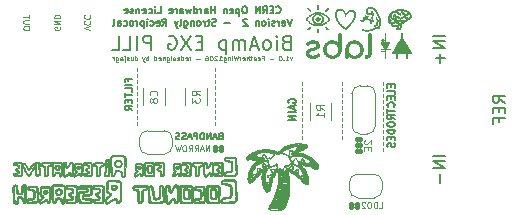
<source format=gbr>
%TF.GenerationSoftware,KiCad,Pcbnew,5.1.10-88a1d61d58~90~ubuntu20.04.1*%
%TF.CreationDate,2022-10-02T00:03:50+07:00*%
%TF.ProjectId,BioAmp-EXG-Pill_1206_rounder,42696f41-6d70-42d4-9558-472d50696c6c,1.0b*%
%TF.SameCoordinates,Original*%
%TF.FileFunction,Legend,Bot*%
%TF.FilePolarity,Positive*%
%FSLAX46Y46*%
G04 Gerber Fmt 4.6, Leading zero omitted, Abs format (unit mm)*
G04 Created by KiCad (PCBNEW 5.1.10-88a1d61d58~90~ubuntu20.04.1) date 2022-10-02 00:03:50*
%MOMM*%
%LPD*%
G01*
G04 APERTURE LIST*
%ADD10C,0.125000*%
%ADD11C,0.400000*%
%ADD12C,0.120000*%
%ADD13C,0.100000*%
%ADD14C,0.200000*%
%ADD15C,0.150000*%
%ADD16C,0.137500*%
%ADD17C,0.010000*%
G04 APERTURE END LIST*
D10*
X136358238Y-81506190D02*
X136596333Y-81506190D01*
X136596333Y-81006190D01*
X136191571Y-81506190D02*
X136191571Y-81006190D01*
X136072523Y-81006190D01*
X136001095Y-81030000D01*
X135953476Y-81077619D01*
X135929666Y-81125238D01*
X135905857Y-81220476D01*
X135905857Y-81291904D01*
X135929666Y-81387142D01*
X135953476Y-81434761D01*
X136001095Y-81482380D01*
X136072523Y-81506190D01*
X136191571Y-81506190D01*
X135596333Y-81006190D02*
X135501095Y-81006190D01*
X135453476Y-81030000D01*
X135405857Y-81077619D01*
X135382047Y-81172857D01*
X135382047Y-81339523D01*
X135405857Y-81434761D01*
X135453476Y-81482380D01*
X135501095Y-81506190D01*
X135596333Y-81506190D01*
X135643952Y-81482380D01*
X135691571Y-81434761D01*
X135715380Y-81339523D01*
X135715380Y-81172857D01*
X135691571Y-81077619D01*
X135643952Y-81030000D01*
X135596333Y-81006190D01*
X135191571Y-81053809D02*
X135167761Y-81030000D01*
X135120142Y-81006190D01*
X135001095Y-81006190D01*
X134953476Y-81030000D01*
X134929666Y-81053809D01*
X134905857Y-81101428D01*
X134905857Y-81149047D01*
X134929666Y-81220476D01*
X135215380Y-81506190D01*
X134905857Y-81506190D01*
D11*
X134026700Y-81404400D02*
X134026700Y-81150400D01*
D12*
X134026700Y-81404400D02*
X134526700Y-81404400D01*
D11*
X134526700Y-81404400D02*
X134526700Y-81150400D01*
D12*
X134526700Y-81150400D02*
X134026700Y-81150400D01*
D10*
X109355700Y-66179652D02*
X109379509Y-66227271D01*
X109379509Y-66298700D01*
X109355700Y-66370128D01*
X109308080Y-66417747D01*
X109260461Y-66441557D01*
X109165223Y-66465366D01*
X109093795Y-66465366D01*
X108998557Y-66441557D01*
X108950938Y-66417747D01*
X108903319Y-66370128D01*
X108879509Y-66298700D01*
X108879509Y-66251080D01*
X108903319Y-66179652D01*
X108927128Y-66155842D01*
X109093795Y-66155842D01*
X109093795Y-66251080D01*
X108879509Y-65941557D02*
X109379509Y-65941557D01*
X108879509Y-65655842D01*
X109379509Y-65655842D01*
X108879509Y-65417747D02*
X109379509Y-65417747D01*
X109379509Y-65298700D01*
X109355700Y-65227271D01*
X109308080Y-65179652D01*
X109260461Y-65155842D01*
X109165223Y-65132033D01*
X109093795Y-65132033D01*
X108998557Y-65155842D01*
X108950938Y-65179652D01*
X108903319Y-65227271D01*
X108879509Y-65298700D01*
X108879509Y-65417747D01*
X106763309Y-66324100D02*
X106763309Y-66228861D01*
X106739500Y-66181242D01*
X106691880Y-66133623D01*
X106596642Y-66109814D01*
X106429976Y-66109814D01*
X106334738Y-66133623D01*
X106287119Y-66181242D01*
X106263309Y-66228861D01*
X106263309Y-66324100D01*
X106287119Y-66371719D01*
X106334738Y-66419338D01*
X106429976Y-66443147D01*
X106596642Y-66443147D01*
X106691880Y-66419338D01*
X106739500Y-66371719D01*
X106763309Y-66324100D01*
X106763309Y-65895528D02*
X106358547Y-65895528D01*
X106310928Y-65871719D01*
X106287119Y-65847909D01*
X106263309Y-65800290D01*
X106263309Y-65705052D01*
X106287119Y-65657433D01*
X106310928Y-65633623D01*
X106358547Y-65609814D01*
X106763309Y-65609814D01*
X106763309Y-65443147D02*
X106763309Y-65157433D01*
X106263309Y-65300290D02*
X106763309Y-65300290D01*
X111906809Y-66465366D02*
X111406809Y-66298700D01*
X111906809Y-66132033D01*
X111454428Y-65679652D02*
X111430619Y-65703461D01*
X111406809Y-65774890D01*
X111406809Y-65822509D01*
X111430619Y-65893938D01*
X111478238Y-65941557D01*
X111525857Y-65965366D01*
X111621095Y-65989176D01*
X111692523Y-65989176D01*
X111787761Y-65965366D01*
X111835380Y-65941557D01*
X111883000Y-65893938D01*
X111906809Y-65822509D01*
X111906809Y-65774890D01*
X111883000Y-65703461D01*
X111859190Y-65679652D01*
X111454428Y-65179652D02*
X111430619Y-65203461D01*
X111406809Y-65274890D01*
X111406809Y-65322509D01*
X111430619Y-65393938D01*
X111478238Y-65441557D01*
X111525857Y-65465366D01*
X111621095Y-65489176D01*
X111692523Y-65489176D01*
X111787761Y-65465366D01*
X111835380Y-65441557D01*
X111883000Y-65393938D01*
X111906809Y-65322509D01*
X111906809Y-65274890D01*
X111883000Y-65203461D01*
X111859190Y-65179652D01*
D12*
X122453400Y-71196200D02*
X122453400Y-71450200D01*
X122453400Y-69672200D02*
X122453400Y-69926200D01*
X122453400Y-72720200D02*
X122453400Y-72974200D01*
X122453400Y-70688200D02*
X122453400Y-70942200D01*
X122453400Y-74244200D02*
X122453400Y-74498200D01*
X122453400Y-73736200D02*
X122453400Y-73990200D01*
X122453400Y-72212200D02*
X122453400Y-72466200D01*
X122453400Y-71704200D02*
X122453400Y-71958200D01*
X122453400Y-70180200D02*
X122453400Y-70434200D01*
X122453400Y-73228200D02*
X122453400Y-73482200D01*
X115849400Y-73228200D02*
X115849400Y-73482200D01*
X115849400Y-71704200D02*
X115849400Y-71958200D01*
X115849400Y-74244200D02*
X115849400Y-74498200D01*
X115849400Y-73736200D02*
X115849400Y-73990200D01*
X115849400Y-70180200D02*
X115849400Y-70434200D01*
X115849400Y-72212200D02*
X115849400Y-72466200D01*
X115849400Y-72720200D02*
X115849400Y-72974200D01*
X115849400Y-71196200D02*
X115849400Y-71450200D01*
X115849400Y-70688200D02*
X115849400Y-70942200D01*
X115849400Y-69672200D02*
X115849400Y-69926200D01*
X129819400Y-75387200D02*
X129819400Y-75641200D01*
X129819400Y-73863200D02*
X129819400Y-74117200D01*
X129819400Y-71323200D02*
X129819400Y-71577200D01*
X129819400Y-70815200D02*
X129819400Y-71069200D01*
X129819400Y-74371200D02*
X129819400Y-74625200D01*
X129819400Y-71831200D02*
X129819400Y-72085200D01*
X129819400Y-72847200D02*
X129819400Y-73101200D01*
X129819400Y-73355200D02*
X129819400Y-73609200D01*
X129819400Y-74879200D02*
X129819400Y-75133200D01*
X129819400Y-72339200D02*
X129819400Y-72593200D01*
D13*
X129012000Y-68748285D02*
X128916761Y-69014952D01*
X128821523Y-68748285D01*
X128459619Y-69014952D02*
X128688190Y-69014952D01*
X128573904Y-69014952D02*
X128573904Y-68614952D01*
X128612000Y-68672095D01*
X128650095Y-68710190D01*
X128688190Y-68729238D01*
X128288190Y-68976857D02*
X128269142Y-68995904D01*
X128288190Y-69014952D01*
X128307238Y-68995904D01*
X128288190Y-68976857D01*
X128288190Y-69014952D01*
X128021523Y-68614952D02*
X127983428Y-68614952D01*
X127945333Y-68634000D01*
X127926285Y-68653047D01*
X127907238Y-68691142D01*
X127888190Y-68767333D01*
X127888190Y-68862571D01*
X127907238Y-68938761D01*
X127926285Y-68976857D01*
X127945333Y-68995904D01*
X127983428Y-69014952D01*
X128021523Y-69014952D01*
X128059619Y-68995904D01*
X128078666Y-68976857D01*
X128097714Y-68938761D01*
X128116761Y-68862571D01*
X128116761Y-68767333D01*
X128097714Y-68691142D01*
X128078666Y-68653047D01*
X128059619Y-68634000D01*
X128021523Y-68614952D01*
X127412000Y-68862571D02*
X127107238Y-68862571D01*
X126478666Y-68805428D02*
X126612000Y-68805428D01*
X126612000Y-69014952D02*
X126612000Y-68614952D01*
X126421523Y-68614952D01*
X126116761Y-68995904D02*
X126154857Y-69014952D01*
X126231047Y-69014952D01*
X126269142Y-68995904D01*
X126288190Y-68957809D01*
X126288190Y-68805428D01*
X126269142Y-68767333D01*
X126231047Y-68748285D01*
X126154857Y-68748285D01*
X126116761Y-68767333D01*
X126097714Y-68805428D01*
X126097714Y-68843523D01*
X126288190Y-68881619D01*
X125754857Y-69014952D02*
X125754857Y-68805428D01*
X125773904Y-68767333D01*
X125812000Y-68748285D01*
X125888190Y-68748285D01*
X125926285Y-68767333D01*
X125754857Y-68995904D02*
X125792952Y-69014952D01*
X125888190Y-69014952D01*
X125926285Y-68995904D01*
X125945333Y-68957809D01*
X125945333Y-68919714D01*
X125926285Y-68881619D01*
X125888190Y-68862571D01*
X125792952Y-68862571D01*
X125754857Y-68843523D01*
X125621523Y-68748285D02*
X125469142Y-68748285D01*
X125564380Y-68614952D02*
X125564380Y-68957809D01*
X125545333Y-68995904D01*
X125507238Y-69014952D01*
X125469142Y-69014952D01*
X125335809Y-69014952D02*
X125335809Y-68614952D01*
X125164380Y-69014952D02*
X125164380Y-68805428D01*
X125183428Y-68767333D01*
X125221523Y-68748285D01*
X125278666Y-68748285D01*
X125316761Y-68767333D01*
X125335809Y-68786380D01*
X124821523Y-68995904D02*
X124859619Y-69014952D01*
X124935809Y-69014952D01*
X124973904Y-68995904D01*
X124992952Y-68957809D01*
X124992952Y-68805428D01*
X124973904Y-68767333D01*
X124935809Y-68748285D01*
X124859619Y-68748285D01*
X124821523Y-68767333D01*
X124802476Y-68805428D01*
X124802476Y-68843523D01*
X124992952Y-68881619D01*
X124631047Y-69014952D02*
X124631047Y-68748285D01*
X124631047Y-68824476D02*
X124612000Y-68786380D01*
X124592952Y-68767333D01*
X124554857Y-68748285D01*
X124516761Y-68748285D01*
X124421523Y-68614952D02*
X124326285Y-69014952D01*
X124250095Y-68729238D01*
X124173904Y-69014952D01*
X124078666Y-68614952D01*
X123926285Y-69014952D02*
X123926285Y-68748285D01*
X123926285Y-68614952D02*
X123945333Y-68634000D01*
X123926285Y-68653047D01*
X123907238Y-68634000D01*
X123926285Y-68614952D01*
X123926285Y-68653047D01*
X123735809Y-68748285D02*
X123735809Y-69014952D01*
X123735809Y-68786380D02*
X123716761Y-68767333D01*
X123678666Y-68748285D01*
X123621523Y-68748285D01*
X123583428Y-68767333D01*
X123564380Y-68805428D01*
X123564380Y-69014952D01*
X123202476Y-68748285D02*
X123202476Y-69072095D01*
X123221523Y-69110190D01*
X123240571Y-69129238D01*
X123278666Y-69148285D01*
X123335809Y-69148285D01*
X123373904Y-69129238D01*
X123202476Y-68995904D02*
X123240571Y-69014952D01*
X123316761Y-69014952D01*
X123354857Y-68995904D01*
X123373904Y-68976857D01*
X123392952Y-68938761D01*
X123392952Y-68824476D01*
X123373904Y-68786380D01*
X123354857Y-68767333D01*
X123316761Y-68748285D01*
X123240571Y-68748285D01*
X123202476Y-68767333D01*
X122802476Y-69014952D02*
X123031047Y-69014952D01*
X122916761Y-69014952D02*
X122916761Y-68614952D01*
X122954857Y-68672095D01*
X122992952Y-68710190D01*
X123031047Y-68729238D01*
X122650095Y-68653047D02*
X122631047Y-68634000D01*
X122592952Y-68614952D01*
X122497714Y-68614952D01*
X122459619Y-68634000D01*
X122440571Y-68653047D01*
X122421523Y-68691142D01*
X122421523Y-68729238D01*
X122440571Y-68786380D01*
X122669142Y-69014952D01*
X122421523Y-69014952D01*
X122173904Y-68614952D02*
X122135809Y-68614952D01*
X122097714Y-68634000D01*
X122078666Y-68653047D01*
X122059619Y-68691142D01*
X122040571Y-68767333D01*
X122040571Y-68862571D01*
X122059619Y-68938761D01*
X122078666Y-68976857D01*
X122097714Y-68995904D01*
X122135809Y-69014952D01*
X122173904Y-69014952D01*
X122212000Y-68995904D01*
X122231047Y-68976857D01*
X122250095Y-68938761D01*
X122269142Y-68862571D01*
X122269142Y-68767333D01*
X122250095Y-68691142D01*
X122231047Y-68653047D01*
X122212000Y-68634000D01*
X122173904Y-68614952D01*
X121697714Y-68614952D02*
X121773904Y-68614952D01*
X121812000Y-68634000D01*
X121831047Y-68653047D01*
X121869142Y-68710190D01*
X121888190Y-68786380D01*
X121888190Y-68938761D01*
X121869142Y-68976857D01*
X121850095Y-68995904D01*
X121812000Y-69014952D01*
X121735809Y-69014952D01*
X121697714Y-68995904D01*
X121678666Y-68976857D01*
X121659619Y-68938761D01*
X121659619Y-68843523D01*
X121678666Y-68805428D01*
X121697714Y-68786380D01*
X121735809Y-68767333D01*
X121812000Y-68767333D01*
X121850095Y-68786380D01*
X121869142Y-68805428D01*
X121888190Y-68843523D01*
X121183428Y-68862571D02*
X120878666Y-68862571D01*
X120383428Y-69014952D02*
X120383428Y-68748285D01*
X120383428Y-68824476D02*
X120364380Y-68786380D01*
X120345333Y-68767333D01*
X120307238Y-68748285D01*
X120269142Y-68748285D01*
X119983428Y-68995904D02*
X120021523Y-69014952D01*
X120097714Y-69014952D01*
X120135809Y-68995904D01*
X120154857Y-68957809D01*
X120154857Y-68805428D01*
X120135809Y-68767333D01*
X120097714Y-68748285D01*
X120021523Y-68748285D01*
X119983428Y-68767333D01*
X119964380Y-68805428D01*
X119964380Y-68843523D01*
X120154857Y-68881619D01*
X119621523Y-69014952D02*
X119621523Y-68614952D01*
X119621523Y-68995904D02*
X119659619Y-69014952D01*
X119735809Y-69014952D01*
X119773904Y-68995904D01*
X119792952Y-68976857D01*
X119812000Y-68938761D01*
X119812000Y-68824476D01*
X119792952Y-68786380D01*
X119773904Y-68767333D01*
X119735809Y-68748285D01*
X119659619Y-68748285D01*
X119621523Y-68767333D01*
X119278666Y-68995904D02*
X119316761Y-69014952D01*
X119392952Y-69014952D01*
X119431047Y-68995904D01*
X119450095Y-68957809D01*
X119450095Y-68805428D01*
X119431047Y-68767333D01*
X119392952Y-68748285D01*
X119316761Y-68748285D01*
X119278666Y-68767333D01*
X119259619Y-68805428D01*
X119259619Y-68843523D01*
X119450095Y-68881619D01*
X119107238Y-68995904D02*
X119069142Y-69014952D01*
X118992952Y-69014952D01*
X118954857Y-68995904D01*
X118935809Y-68957809D01*
X118935809Y-68938761D01*
X118954857Y-68900666D01*
X118992952Y-68881619D01*
X119050095Y-68881619D01*
X119088190Y-68862571D01*
X119107238Y-68824476D01*
X119107238Y-68805428D01*
X119088190Y-68767333D01*
X119050095Y-68748285D01*
X118992952Y-68748285D01*
X118954857Y-68767333D01*
X118764380Y-69014952D02*
X118764380Y-68748285D01*
X118764380Y-68614952D02*
X118783428Y-68634000D01*
X118764380Y-68653047D01*
X118745333Y-68634000D01*
X118764380Y-68614952D01*
X118764380Y-68653047D01*
X118402476Y-68748285D02*
X118402476Y-69072095D01*
X118421523Y-69110190D01*
X118440571Y-69129238D01*
X118478666Y-69148285D01*
X118535809Y-69148285D01*
X118573904Y-69129238D01*
X118402476Y-68995904D02*
X118440571Y-69014952D01*
X118516761Y-69014952D01*
X118554857Y-68995904D01*
X118573904Y-68976857D01*
X118592952Y-68938761D01*
X118592952Y-68824476D01*
X118573904Y-68786380D01*
X118554857Y-68767333D01*
X118516761Y-68748285D01*
X118440571Y-68748285D01*
X118402476Y-68767333D01*
X118212000Y-68748285D02*
X118212000Y-69014952D01*
X118212000Y-68786380D02*
X118192952Y-68767333D01*
X118154857Y-68748285D01*
X118097714Y-68748285D01*
X118059619Y-68767333D01*
X118040571Y-68805428D01*
X118040571Y-69014952D01*
X117697714Y-68995904D02*
X117735809Y-69014952D01*
X117812000Y-69014952D01*
X117850095Y-68995904D01*
X117869142Y-68957809D01*
X117869142Y-68805428D01*
X117850095Y-68767333D01*
X117812000Y-68748285D01*
X117735809Y-68748285D01*
X117697714Y-68767333D01*
X117678666Y-68805428D01*
X117678666Y-68843523D01*
X117869142Y-68881619D01*
X117335809Y-69014952D02*
X117335809Y-68614952D01*
X117335809Y-68995904D02*
X117373904Y-69014952D01*
X117450095Y-69014952D01*
X117488190Y-68995904D01*
X117507238Y-68976857D01*
X117526285Y-68938761D01*
X117526285Y-68824476D01*
X117507238Y-68786380D01*
X117488190Y-68767333D01*
X117450095Y-68748285D01*
X117373904Y-68748285D01*
X117335809Y-68767333D01*
X116840571Y-69014952D02*
X116840571Y-68614952D01*
X116840571Y-68767333D02*
X116802476Y-68748285D01*
X116726285Y-68748285D01*
X116688190Y-68767333D01*
X116669142Y-68786380D01*
X116650095Y-68824476D01*
X116650095Y-68938761D01*
X116669142Y-68976857D01*
X116688190Y-68995904D01*
X116726285Y-69014952D01*
X116802476Y-69014952D01*
X116840571Y-68995904D01*
X116516761Y-68748285D02*
X116421523Y-69014952D01*
X116326285Y-68748285D02*
X116421523Y-69014952D01*
X116459619Y-69110190D01*
X116478666Y-69129238D01*
X116516761Y-69148285D01*
X115697714Y-69014952D02*
X115697714Y-68614952D01*
X115697714Y-68995904D02*
X115735809Y-69014952D01*
X115812000Y-69014952D01*
X115850095Y-68995904D01*
X115869142Y-68976857D01*
X115888190Y-68938761D01*
X115888190Y-68824476D01*
X115869142Y-68786380D01*
X115850095Y-68767333D01*
X115812000Y-68748285D01*
X115735809Y-68748285D01*
X115697714Y-68767333D01*
X115335809Y-68748285D02*
X115335809Y-69014952D01*
X115507238Y-68748285D02*
X115507238Y-68957809D01*
X115488190Y-68995904D01*
X115450095Y-69014952D01*
X115392952Y-69014952D01*
X115354857Y-68995904D01*
X115335809Y-68976857D01*
X115164380Y-68995904D02*
X115126285Y-69014952D01*
X115050095Y-69014952D01*
X115012000Y-68995904D01*
X114992952Y-68957809D01*
X114992952Y-68938761D01*
X115012000Y-68900666D01*
X115050095Y-68881619D01*
X115107238Y-68881619D01*
X115145333Y-68862571D01*
X115164380Y-68824476D01*
X115164380Y-68805428D01*
X115145333Y-68767333D01*
X115107238Y-68748285D01*
X115050095Y-68748285D01*
X115012000Y-68767333D01*
X114821523Y-68748285D02*
X114821523Y-69091142D01*
X114840571Y-69129238D01*
X114878666Y-69148285D01*
X114897714Y-69148285D01*
X114821523Y-68614952D02*
X114840571Y-68634000D01*
X114821523Y-68653047D01*
X114802476Y-68634000D01*
X114821523Y-68614952D01*
X114821523Y-68653047D01*
X114459619Y-69014952D02*
X114459619Y-68805428D01*
X114478666Y-68767333D01*
X114516761Y-68748285D01*
X114592952Y-68748285D01*
X114631047Y-68767333D01*
X114459619Y-68995904D02*
X114497714Y-69014952D01*
X114592952Y-69014952D01*
X114631047Y-68995904D01*
X114650095Y-68957809D01*
X114650095Y-68919714D01*
X114631047Y-68881619D01*
X114592952Y-68862571D01*
X114497714Y-68862571D01*
X114459619Y-68843523D01*
X114097714Y-68748285D02*
X114097714Y-69072095D01*
X114116761Y-69110190D01*
X114135809Y-69129238D01*
X114173904Y-69148285D01*
X114231047Y-69148285D01*
X114269142Y-69129238D01*
X114097714Y-68995904D02*
X114135809Y-69014952D01*
X114212000Y-69014952D01*
X114250095Y-68995904D01*
X114269142Y-68976857D01*
X114288190Y-68938761D01*
X114288190Y-68824476D01*
X114269142Y-68786380D01*
X114250095Y-68767333D01*
X114212000Y-68748285D01*
X114135809Y-68748285D01*
X114097714Y-68767333D01*
X113907238Y-69014952D02*
X113907238Y-68748285D01*
X113907238Y-68824476D02*
X113888190Y-68786380D01*
X113869142Y-68767333D01*
X113831047Y-68748285D01*
X113792952Y-68748285D01*
D14*
X128497714Y-67478285D02*
X128326285Y-67535428D01*
X128269142Y-67592571D01*
X128212000Y-67706857D01*
X128212000Y-67878285D01*
X128269142Y-67992571D01*
X128326285Y-68049714D01*
X128440571Y-68106857D01*
X128897714Y-68106857D01*
X128897714Y-66906857D01*
X128497714Y-66906857D01*
X128383428Y-66964000D01*
X128326285Y-67021142D01*
X128269142Y-67135428D01*
X128269142Y-67249714D01*
X128326285Y-67364000D01*
X128383428Y-67421142D01*
X128497714Y-67478285D01*
X128897714Y-67478285D01*
X127697714Y-68106857D02*
X127697714Y-67306857D01*
X127697714Y-66906857D02*
X127754857Y-66964000D01*
X127697714Y-67021142D01*
X127640571Y-66964000D01*
X127697714Y-66906857D01*
X127697714Y-67021142D01*
X126954857Y-68106857D02*
X127069142Y-68049714D01*
X127126285Y-67992571D01*
X127183428Y-67878285D01*
X127183428Y-67535428D01*
X127126285Y-67421142D01*
X127069142Y-67364000D01*
X126954857Y-67306857D01*
X126783428Y-67306857D01*
X126669142Y-67364000D01*
X126612000Y-67421142D01*
X126554857Y-67535428D01*
X126554857Y-67878285D01*
X126612000Y-67992571D01*
X126669142Y-68049714D01*
X126783428Y-68106857D01*
X126954857Y-68106857D01*
X126097714Y-67764000D02*
X125526285Y-67764000D01*
X126212000Y-68106857D02*
X125812000Y-66906857D01*
X125412000Y-68106857D01*
X125012000Y-68106857D02*
X125012000Y-67306857D01*
X125012000Y-67421142D02*
X124954857Y-67364000D01*
X124840571Y-67306857D01*
X124669142Y-67306857D01*
X124554857Y-67364000D01*
X124497714Y-67478285D01*
X124497714Y-68106857D01*
X124497714Y-67478285D02*
X124440571Y-67364000D01*
X124326285Y-67306857D01*
X124154857Y-67306857D01*
X124040571Y-67364000D01*
X123983428Y-67478285D01*
X123983428Y-68106857D01*
X123412000Y-67306857D02*
X123412000Y-68506857D01*
X123412000Y-67364000D02*
X123297714Y-67306857D01*
X123069142Y-67306857D01*
X122954857Y-67364000D01*
X122897714Y-67421142D01*
X122840571Y-67535428D01*
X122840571Y-67878285D01*
X122897714Y-67992571D01*
X122954857Y-68049714D01*
X123069142Y-68106857D01*
X123297714Y-68106857D01*
X123412000Y-68049714D01*
X121412000Y-67478285D02*
X121012000Y-67478285D01*
X120840571Y-68106857D02*
X121412000Y-68106857D01*
X121412000Y-66906857D01*
X120840571Y-66906857D01*
X120440571Y-66906857D02*
X119640571Y-68106857D01*
X119640571Y-66906857D02*
X120440571Y-68106857D01*
X118554857Y-66964000D02*
X118669142Y-66906857D01*
X118840571Y-66906857D01*
X119012000Y-66964000D01*
X119126285Y-67078285D01*
X119183428Y-67192571D01*
X119240571Y-67421142D01*
X119240571Y-67592571D01*
X119183428Y-67821142D01*
X119126285Y-67935428D01*
X119012000Y-68049714D01*
X118840571Y-68106857D01*
X118726285Y-68106857D01*
X118554857Y-68049714D01*
X118497714Y-67992571D01*
X118497714Y-67592571D01*
X118726285Y-67592571D01*
X117069142Y-68106857D02*
X117069142Y-66906857D01*
X116612000Y-66906857D01*
X116497714Y-66964000D01*
X116440571Y-67021142D01*
X116383428Y-67135428D01*
X116383428Y-67306857D01*
X116440571Y-67421142D01*
X116497714Y-67478285D01*
X116612000Y-67535428D01*
X117069142Y-67535428D01*
X115869142Y-68106857D02*
X115869142Y-66906857D01*
X114726285Y-68106857D02*
X115297714Y-68106857D01*
X115297714Y-66906857D01*
X113754857Y-68106857D02*
X114326285Y-68106857D01*
X114326285Y-66906857D01*
X147010380Y-72580571D02*
X146534190Y-72247238D01*
X147010380Y-72009142D02*
X146010380Y-72009142D01*
X146010380Y-72390095D01*
X146058000Y-72485333D01*
X146105619Y-72532952D01*
X146200857Y-72580571D01*
X146343714Y-72580571D01*
X146438952Y-72532952D01*
X146486571Y-72485333D01*
X146534190Y-72390095D01*
X146534190Y-72009142D01*
X146486571Y-73009142D02*
X146486571Y-73342476D01*
X147010380Y-73485333D02*
X147010380Y-73009142D01*
X146010380Y-73009142D01*
X146010380Y-73485333D01*
X146486571Y-74247238D02*
X146486571Y-73913904D01*
X147010380Y-73913904D02*
X146010380Y-73913904D01*
X146010380Y-74390095D01*
X141930380Y-77089142D02*
X140930380Y-77089142D01*
X141930380Y-77565333D02*
X140930380Y-77565333D01*
X141930380Y-78136761D01*
X140930380Y-78136761D01*
X141549428Y-78612952D02*
X141549428Y-79374857D01*
X141930380Y-66929142D02*
X140930380Y-66929142D01*
X141930380Y-67405333D02*
X140930380Y-67405333D01*
X141930380Y-67976761D01*
X140930380Y-67976761D01*
X141549428Y-68452952D02*
X141549428Y-69214857D01*
X141930380Y-68833904D02*
X141168476Y-68833904D01*
D15*
X137371142Y-71017142D02*
X137371142Y-71217142D01*
X137685428Y-71302857D02*
X137685428Y-71017142D01*
X137085428Y-71017142D01*
X137085428Y-71302857D01*
X137685428Y-71845714D02*
X137685428Y-71560000D01*
X137085428Y-71560000D01*
X137371142Y-72045714D02*
X137371142Y-72245714D01*
X137685428Y-72331428D02*
X137685428Y-72045714D01*
X137085428Y-72045714D01*
X137085428Y-72331428D01*
X137628285Y-72931428D02*
X137656857Y-72902857D01*
X137685428Y-72817142D01*
X137685428Y-72760000D01*
X137656857Y-72674285D01*
X137599714Y-72617142D01*
X137542571Y-72588571D01*
X137428285Y-72560000D01*
X137342571Y-72560000D01*
X137228285Y-72588571D01*
X137171142Y-72617142D01*
X137114000Y-72674285D01*
X137085428Y-72760000D01*
X137085428Y-72817142D01*
X137114000Y-72902857D01*
X137142571Y-72931428D01*
X137085428Y-73102857D02*
X137085428Y-73445714D01*
X137685428Y-73274285D02*
X137085428Y-73274285D01*
X137685428Y-73988571D02*
X137399714Y-73788571D01*
X137685428Y-73645714D02*
X137085428Y-73645714D01*
X137085428Y-73874285D01*
X137114000Y-73931428D01*
X137142571Y-73960000D01*
X137199714Y-73988571D01*
X137285428Y-73988571D01*
X137342571Y-73960000D01*
X137371142Y-73931428D01*
X137399714Y-73874285D01*
X137399714Y-73645714D01*
X137085428Y-74360000D02*
X137085428Y-74474285D01*
X137114000Y-74531428D01*
X137171142Y-74588571D01*
X137285428Y-74617142D01*
X137485428Y-74617142D01*
X137599714Y-74588571D01*
X137656857Y-74531428D01*
X137685428Y-74474285D01*
X137685428Y-74360000D01*
X137656857Y-74302857D01*
X137599714Y-74245714D01*
X137485428Y-74217142D01*
X137285428Y-74217142D01*
X137171142Y-74245714D01*
X137114000Y-74302857D01*
X137085428Y-74360000D01*
X137685428Y-74874285D02*
X137085428Y-74874285D01*
X137085428Y-75017142D01*
X137114000Y-75102857D01*
X137171142Y-75160000D01*
X137228285Y-75188571D01*
X137342571Y-75217142D01*
X137428285Y-75217142D01*
X137542571Y-75188571D01*
X137599714Y-75160000D01*
X137656857Y-75102857D01*
X137685428Y-75017142D01*
X137685428Y-74874285D01*
X137371142Y-75474285D02*
X137371142Y-75674285D01*
X137685428Y-75760000D02*
X137685428Y-75474285D01*
X137085428Y-75474285D01*
X137085428Y-75760000D01*
X137656857Y-75988571D02*
X137685428Y-76074285D01*
X137685428Y-76217142D01*
X137656857Y-76274285D01*
X137628285Y-76302857D01*
X137571142Y-76331428D01*
X137514000Y-76331428D01*
X137456857Y-76302857D01*
X137428285Y-76274285D01*
X137399714Y-76217142D01*
X137371142Y-76102857D01*
X137342571Y-76045714D01*
X137314000Y-76017142D01*
X137256857Y-75988571D01*
X137199714Y-75988571D01*
X137142571Y-76017142D01*
X137114000Y-76045714D01*
X137085428Y-76102857D01*
X137085428Y-76245714D01*
X137114000Y-76331428D01*
D16*
X122952047Y-75398714D02*
X122873476Y-75424904D01*
X122847285Y-75451095D01*
X122821095Y-75503476D01*
X122821095Y-75582047D01*
X122847285Y-75634428D01*
X122873476Y-75660619D01*
X122925857Y-75686809D01*
X123135380Y-75686809D01*
X123135380Y-75136809D01*
X122952047Y-75136809D01*
X122899666Y-75163000D01*
X122873476Y-75189190D01*
X122847285Y-75241571D01*
X122847285Y-75293952D01*
X122873476Y-75346333D01*
X122899666Y-75372523D01*
X122952047Y-75398714D01*
X123135380Y-75398714D01*
X122611571Y-75529666D02*
X122349666Y-75529666D01*
X122663952Y-75686809D02*
X122480619Y-75136809D01*
X122297285Y-75686809D01*
X122113952Y-75686809D02*
X122113952Y-75136809D01*
X121799666Y-75686809D01*
X121799666Y-75136809D01*
X121537761Y-75686809D02*
X121537761Y-75136809D01*
X121406809Y-75136809D01*
X121328238Y-75163000D01*
X121275857Y-75215380D01*
X121249666Y-75267761D01*
X121223476Y-75372523D01*
X121223476Y-75451095D01*
X121249666Y-75555857D01*
X121275857Y-75608238D01*
X121328238Y-75660619D01*
X121406809Y-75686809D01*
X121537761Y-75686809D01*
X120987761Y-75686809D02*
X120987761Y-75136809D01*
X120778238Y-75136809D01*
X120725857Y-75163000D01*
X120699666Y-75189190D01*
X120673476Y-75241571D01*
X120673476Y-75320142D01*
X120699666Y-75372523D01*
X120725857Y-75398714D01*
X120778238Y-75424904D01*
X120987761Y-75424904D01*
X120463952Y-75529666D02*
X120202047Y-75529666D01*
X120516333Y-75686809D02*
X120333000Y-75136809D01*
X120149666Y-75686809D01*
X119992523Y-75660619D02*
X119913952Y-75686809D01*
X119783000Y-75686809D01*
X119730619Y-75660619D01*
X119704428Y-75634428D01*
X119678238Y-75582047D01*
X119678238Y-75529666D01*
X119704428Y-75477285D01*
X119730619Y-75451095D01*
X119783000Y-75424904D01*
X119887761Y-75398714D01*
X119940142Y-75372523D01*
X119966333Y-75346333D01*
X119992523Y-75293952D01*
X119992523Y-75241571D01*
X119966333Y-75189190D01*
X119940142Y-75163000D01*
X119887761Y-75136809D01*
X119756809Y-75136809D01*
X119678238Y-75163000D01*
X119468714Y-75660619D02*
X119390142Y-75686809D01*
X119259190Y-75686809D01*
X119206809Y-75660619D01*
X119180619Y-75634428D01*
X119154428Y-75582047D01*
X119154428Y-75529666D01*
X119180619Y-75477285D01*
X119206809Y-75451095D01*
X119259190Y-75424904D01*
X119363952Y-75398714D01*
X119416333Y-75372523D01*
X119442523Y-75346333D01*
X119468714Y-75293952D01*
X119468714Y-75241571D01*
X119442523Y-75189190D01*
X119416333Y-75163000D01*
X119363952Y-75136809D01*
X119233000Y-75136809D01*
X119154428Y-75163000D01*
D12*
X122969700Y-76324400D02*
X122469700Y-76324400D01*
X122469700Y-76578400D02*
X122969700Y-76578400D01*
D11*
X122969700Y-76578400D02*
X122969700Y-76324400D01*
D12*
X134716400Y-76193600D02*
X134716400Y-76693600D01*
X134716400Y-75693600D02*
X134716400Y-76193600D01*
X134462400Y-76193600D02*
X134462400Y-76693600D01*
X134462400Y-75693600D02*
X134462400Y-76193600D01*
D11*
X134462400Y-76693600D02*
X134716400Y-76693600D01*
X134462400Y-76193600D02*
X134716400Y-76193600D01*
D10*
X135184971Y-75760742D02*
X135156400Y-75789314D01*
X135127828Y-75846457D01*
X135127828Y-75989314D01*
X135156400Y-76046457D01*
X135184971Y-76075028D01*
X135242114Y-76103600D01*
X135299257Y-76103600D01*
X135384971Y-76075028D01*
X135727828Y-75732171D01*
X135727828Y-76103600D01*
X135413542Y-76360742D02*
X135413542Y-76560742D01*
X135727828Y-76646457D02*
X135727828Y-76360742D01*
X135127828Y-76360742D01*
X135127828Y-76646457D01*
D11*
X134462400Y-75693600D02*
X134716400Y-75693600D01*
D10*
X121989361Y-76690890D02*
X121989361Y-76190890D01*
X121703647Y-76690890D01*
X121703647Y-76190890D01*
X121489361Y-76548033D02*
X121251266Y-76548033D01*
X121536980Y-76690890D02*
X121370314Y-76190890D01*
X121203647Y-76690890D01*
X120751266Y-76690890D02*
X120917933Y-76452795D01*
X121036980Y-76690890D02*
X121036980Y-76190890D01*
X120846504Y-76190890D01*
X120798885Y-76214700D01*
X120775076Y-76238509D01*
X120751266Y-76286128D01*
X120751266Y-76357557D01*
X120775076Y-76405176D01*
X120798885Y-76428985D01*
X120846504Y-76452795D01*
X121036980Y-76452795D01*
X120251266Y-76690890D02*
X120417933Y-76452795D01*
X120536980Y-76690890D02*
X120536980Y-76190890D01*
X120346504Y-76190890D01*
X120298885Y-76214700D01*
X120275076Y-76238509D01*
X120251266Y-76286128D01*
X120251266Y-76357557D01*
X120275076Y-76405176D01*
X120298885Y-76428985D01*
X120346504Y-76452795D01*
X120536980Y-76452795D01*
X119941742Y-76190890D02*
X119846504Y-76190890D01*
X119798885Y-76214700D01*
X119751266Y-76262319D01*
X119727457Y-76357557D01*
X119727457Y-76524223D01*
X119751266Y-76619461D01*
X119798885Y-76667080D01*
X119846504Y-76690890D01*
X119941742Y-76690890D01*
X119989361Y-76667080D01*
X120036980Y-76619461D01*
X120060790Y-76524223D01*
X120060790Y-76357557D01*
X120036980Y-76262319D01*
X119989361Y-76214700D01*
X119941742Y-76190890D01*
X119560790Y-76190890D02*
X119441742Y-76690890D01*
X119346504Y-76333747D01*
X119251266Y-76690890D01*
X119132219Y-76190890D01*
D11*
X122469700Y-76578400D02*
X122469700Y-76324400D01*
D15*
X128732000Y-72594857D02*
X128703428Y-72537714D01*
X128703428Y-72452000D01*
X128732000Y-72366285D01*
X128789142Y-72309142D01*
X128846285Y-72280571D01*
X128960571Y-72252000D01*
X129046285Y-72252000D01*
X129160571Y-72280571D01*
X129217714Y-72309142D01*
X129274857Y-72366285D01*
X129303428Y-72452000D01*
X129303428Y-72509142D01*
X129274857Y-72594857D01*
X129246285Y-72623428D01*
X129046285Y-72623428D01*
X129046285Y-72509142D01*
X129132000Y-72852000D02*
X129132000Y-73137714D01*
X129303428Y-72794857D02*
X128703428Y-72994857D01*
X129303428Y-73194857D01*
X129303428Y-73394857D02*
X128703428Y-73394857D01*
X129303428Y-73680571D02*
X128703428Y-73680571D01*
X129303428Y-74023428D01*
X128703428Y-74023428D01*
D12*
X133248400Y-73355200D02*
X133248400Y-73609200D01*
X133248400Y-72339200D02*
X133248400Y-72593200D01*
X133248400Y-74371200D02*
X133248400Y-74625200D01*
X133248400Y-71831200D02*
X133248400Y-72085200D01*
X133248400Y-73863200D02*
X133248400Y-74117200D01*
X133248400Y-74879200D02*
X133248400Y-75133200D01*
X133248400Y-72847200D02*
X133248400Y-73101200D01*
X133248400Y-70815200D02*
X133248400Y-71069200D01*
X133248400Y-71323200D02*
X133248400Y-71577200D01*
X133248400Y-75387200D02*
X133248400Y-75641200D01*
X136677400Y-73355200D02*
X136677400Y-73609200D01*
X136677400Y-72339200D02*
X136677400Y-72593200D01*
X136677400Y-75895200D02*
X136677400Y-76149200D01*
X136677400Y-74371200D02*
X136677400Y-74625200D01*
X136677400Y-71831200D02*
X136677400Y-72085200D01*
X136677400Y-76403200D02*
X136677400Y-76657200D01*
X136677400Y-73863200D02*
X136677400Y-74117200D01*
X136677400Y-74879200D02*
X136677400Y-75133200D01*
X136677400Y-72847200D02*
X136677400Y-73101200D01*
X136677400Y-70815200D02*
X136677400Y-71069200D01*
X136677400Y-71323200D02*
X136677400Y-71577200D01*
X136677400Y-75387200D02*
X136677400Y-75641200D01*
D15*
X115146142Y-70782000D02*
X115146142Y-70582000D01*
X115460428Y-70582000D02*
X114860428Y-70582000D01*
X114860428Y-70867714D01*
X115460428Y-71096285D02*
X114860428Y-71096285D01*
X115460428Y-71667714D02*
X115460428Y-71382000D01*
X114860428Y-71382000D01*
X114860428Y-71782000D02*
X114860428Y-72124857D01*
X115460428Y-71953428D02*
X114860428Y-71953428D01*
X115146142Y-72324857D02*
X115146142Y-72524857D01*
X115460428Y-72610571D02*
X115460428Y-72324857D01*
X114860428Y-72324857D01*
X114860428Y-72610571D01*
X115460428Y-73210571D02*
X115174714Y-73010571D01*
X115460428Y-72867714D02*
X114860428Y-72867714D01*
X114860428Y-73096285D01*
X114889000Y-73153428D01*
X114917571Y-73182000D01*
X114974714Y-73210571D01*
X115060428Y-73210571D01*
X115117571Y-73182000D01*
X115146142Y-73153428D01*
X115174714Y-73096285D01*
X115174714Y-72867714D01*
X127654857Y-64967285D02*
X127683428Y-64995857D01*
X127769142Y-65024428D01*
X127826285Y-65024428D01*
X127912000Y-64995857D01*
X127969142Y-64938714D01*
X127997714Y-64881571D01*
X128026285Y-64767285D01*
X128026285Y-64681571D01*
X127997714Y-64567285D01*
X127969142Y-64510142D01*
X127912000Y-64453000D01*
X127826285Y-64424428D01*
X127769142Y-64424428D01*
X127683428Y-64453000D01*
X127654857Y-64481571D01*
X127397714Y-64710142D02*
X127197714Y-64710142D01*
X127112000Y-65024428D02*
X127397714Y-65024428D01*
X127397714Y-64424428D01*
X127112000Y-64424428D01*
X126512000Y-65024428D02*
X126712000Y-64738714D01*
X126854857Y-65024428D02*
X126854857Y-64424428D01*
X126626285Y-64424428D01*
X126569142Y-64453000D01*
X126540571Y-64481571D01*
X126512000Y-64538714D01*
X126512000Y-64624428D01*
X126540571Y-64681571D01*
X126569142Y-64710142D01*
X126626285Y-64738714D01*
X126854857Y-64738714D01*
X126254857Y-65024428D02*
X126254857Y-64424428D01*
X125912000Y-65024428D01*
X125912000Y-64424428D01*
X125054857Y-64424428D02*
X124940571Y-64424428D01*
X124883428Y-64453000D01*
X124826285Y-64510142D01*
X124797714Y-64624428D01*
X124797714Y-64824428D01*
X124826285Y-64938714D01*
X124883428Y-64995857D01*
X124940571Y-65024428D01*
X125054857Y-65024428D01*
X125112000Y-64995857D01*
X125169142Y-64938714D01*
X125197714Y-64824428D01*
X125197714Y-64624428D01*
X125169142Y-64510142D01*
X125112000Y-64453000D01*
X125054857Y-64424428D01*
X124540571Y-64624428D02*
X124540571Y-65224428D01*
X124540571Y-64653000D02*
X124483428Y-64624428D01*
X124369142Y-64624428D01*
X124312000Y-64653000D01*
X124283428Y-64681571D01*
X124254857Y-64738714D01*
X124254857Y-64910142D01*
X124283428Y-64967285D01*
X124312000Y-64995857D01*
X124369142Y-65024428D01*
X124483428Y-65024428D01*
X124540571Y-64995857D01*
X123769142Y-64995857D02*
X123826285Y-65024428D01*
X123940571Y-65024428D01*
X123997714Y-64995857D01*
X124026285Y-64938714D01*
X124026285Y-64710142D01*
X123997714Y-64653000D01*
X123940571Y-64624428D01*
X123826285Y-64624428D01*
X123769142Y-64653000D01*
X123740571Y-64710142D01*
X123740571Y-64767285D01*
X124026285Y-64824428D01*
X123483428Y-64624428D02*
X123483428Y-65024428D01*
X123483428Y-64681571D02*
X123454857Y-64653000D01*
X123397714Y-64624428D01*
X123312000Y-64624428D01*
X123254857Y-64653000D01*
X123226285Y-64710142D01*
X123226285Y-65024428D01*
X122483428Y-65024428D02*
X122483428Y-64424428D01*
X122483428Y-64710142D02*
X122140571Y-64710142D01*
X122140571Y-65024428D02*
X122140571Y-64424428D01*
X121597714Y-65024428D02*
X121597714Y-64710142D01*
X121626285Y-64653000D01*
X121683428Y-64624428D01*
X121797714Y-64624428D01*
X121854857Y-64653000D01*
X121597714Y-64995857D02*
X121654857Y-65024428D01*
X121797714Y-65024428D01*
X121854857Y-64995857D01*
X121883428Y-64938714D01*
X121883428Y-64881571D01*
X121854857Y-64824428D01*
X121797714Y-64795857D01*
X121654857Y-64795857D01*
X121597714Y-64767285D01*
X121312000Y-65024428D02*
X121312000Y-64624428D01*
X121312000Y-64738714D02*
X121283428Y-64681571D01*
X121254857Y-64653000D01*
X121197714Y-64624428D01*
X121140571Y-64624428D01*
X120683428Y-65024428D02*
X120683428Y-64424428D01*
X120683428Y-64995857D02*
X120740571Y-65024428D01*
X120854857Y-65024428D01*
X120912000Y-64995857D01*
X120940571Y-64967285D01*
X120969142Y-64910142D01*
X120969142Y-64738714D01*
X120940571Y-64681571D01*
X120912000Y-64653000D01*
X120854857Y-64624428D01*
X120740571Y-64624428D01*
X120683428Y-64653000D01*
X120454857Y-64624428D02*
X120340571Y-65024428D01*
X120226285Y-64738714D01*
X120112000Y-65024428D01*
X119997714Y-64624428D01*
X119512000Y-65024428D02*
X119512000Y-64710142D01*
X119540571Y-64653000D01*
X119597714Y-64624428D01*
X119712000Y-64624428D01*
X119769142Y-64653000D01*
X119512000Y-64995857D02*
X119569142Y-65024428D01*
X119712000Y-65024428D01*
X119769142Y-64995857D01*
X119797714Y-64938714D01*
X119797714Y-64881571D01*
X119769142Y-64824428D01*
X119712000Y-64795857D01*
X119569142Y-64795857D01*
X119512000Y-64767285D01*
X119226285Y-65024428D02*
X119226285Y-64624428D01*
X119226285Y-64738714D02*
X119197714Y-64681571D01*
X119169142Y-64653000D01*
X119112000Y-64624428D01*
X119054857Y-64624428D01*
X118626285Y-64995857D02*
X118683428Y-65024428D01*
X118797714Y-65024428D01*
X118854857Y-64995857D01*
X118883428Y-64938714D01*
X118883428Y-64710142D01*
X118854857Y-64653000D01*
X118797714Y-64624428D01*
X118683428Y-64624428D01*
X118626285Y-64653000D01*
X118597714Y-64710142D01*
X118597714Y-64767285D01*
X118883428Y-64824428D01*
X117597714Y-65024428D02*
X117883428Y-65024428D01*
X117883428Y-64424428D01*
X117397714Y-65024428D02*
X117397714Y-64624428D01*
X117397714Y-64424428D02*
X117426285Y-64453000D01*
X117397714Y-64481571D01*
X117369142Y-64453000D01*
X117397714Y-64424428D01*
X117397714Y-64481571D01*
X116854857Y-64995857D02*
X116912000Y-65024428D01*
X117026285Y-65024428D01*
X117083428Y-64995857D01*
X117112000Y-64967285D01*
X117140571Y-64910142D01*
X117140571Y-64738714D01*
X117112000Y-64681571D01*
X117083428Y-64653000D01*
X117026285Y-64624428D01*
X116912000Y-64624428D01*
X116854857Y-64653000D01*
X116369142Y-64995857D02*
X116426285Y-65024428D01*
X116540571Y-65024428D01*
X116597714Y-64995857D01*
X116626285Y-64938714D01*
X116626285Y-64710142D01*
X116597714Y-64653000D01*
X116540571Y-64624428D01*
X116426285Y-64624428D01*
X116369142Y-64653000D01*
X116340571Y-64710142D01*
X116340571Y-64767285D01*
X116626285Y-64824428D01*
X116083428Y-64624428D02*
X116083428Y-65024428D01*
X116083428Y-64681571D02*
X116054857Y-64653000D01*
X115997714Y-64624428D01*
X115912000Y-64624428D01*
X115854857Y-64653000D01*
X115826285Y-64710142D01*
X115826285Y-65024428D01*
X115569142Y-64995857D02*
X115512000Y-65024428D01*
X115397714Y-65024428D01*
X115340571Y-64995857D01*
X115312000Y-64938714D01*
X115312000Y-64910142D01*
X115340571Y-64853000D01*
X115397714Y-64824428D01*
X115483428Y-64824428D01*
X115540571Y-64795857D01*
X115569142Y-64738714D01*
X115569142Y-64710142D01*
X115540571Y-64653000D01*
X115483428Y-64624428D01*
X115397714Y-64624428D01*
X115340571Y-64653000D01*
X114826285Y-64995857D02*
X114883428Y-65024428D01*
X114997714Y-65024428D01*
X115054857Y-64995857D01*
X115083428Y-64938714D01*
X115083428Y-64710142D01*
X115054857Y-64653000D01*
X114997714Y-64624428D01*
X114883428Y-64624428D01*
X114826285Y-64653000D01*
X114797714Y-64710142D01*
X114797714Y-64767285D01*
X115083428Y-64824428D01*
X128997714Y-65474428D02*
X128797714Y-66074428D01*
X128597714Y-65474428D01*
X128169142Y-66045857D02*
X128226285Y-66074428D01*
X128340571Y-66074428D01*
X128397714Y-66045857D01*
X128426285Y-65988714D01*
X128426285Y-65760142D01*
X128397714Y-65703000D01*
X128340571Y-65674428D01*
X128226285Y-65674428D01*
X128169142Y-65703000D01*
X128140571Y-65760142D01*
X128140571Y-65817285D01*
X128426285Y-65874428D01*
X127883428Y-66074428D02*
X127883428Y-65674428D01*
X127883428Y-65788714D02*
X127854857Y-65731571D01*
X127826285Y-65703000D01*
X127769142Y-65674428D01*
X127712000Y-65674428D01*
X127540571Y-66045857D02*
X127483428Y-66074428D01*
X127369142Y-66074428D01*
X127312000Y-66045857D01*
X127283428Y-65988714D01*
X127283428Y-65960142D01*
X127312000Y-65903000D01*
X127369142Y-65874428D01*
X127454857Y-65874428D01*
X127512000Y-65845857D01*
X127540571Y-65788714D01*
X127540571Y-65760142D01*
X127512000Y-65703000D01*
X127454857Y-65674428D01*
X127369142Y-65674428D01*
X127312000Y-65703000D01*
X127026285Y-66074428D02*
X127026285Y-65674428D01*
X127026285Y-65474428D02*
X127054857Y-65503000D01*
X127026285Y-65531571D01*
X126997714Y-65503000D01*
X127026285Y-65474428D01*
X127026285Y-65531571D01*
X126654857Y-66074428D02*
X126712000Y-66045857D01*
X126740571Y-66017285D01*
X126769142Y-65960142D01*
X126769142Y-65788714D01*
X126740571Y-65731571D01*
X126712000Y-65703000D01*
X126654857Y-65674428D01*
X126569142Y-65674428D01*
X126512000Y-65703000D01*
X126483428Y-65731571D01*
X126454857Y-65788714D01*
X126454857Y-65960142D01*
X126483428Y-66017285D01*
X126512000Y-66045857D01*
X126569142Y-66074428D01*
X126654857Y-66074428D01*
X126197714Y-65674428D02*
X126197714Y-66074428D01*
X126197714Y-65731571D02*
X126169142Y-65703000D01*
X126112000Y-65674428D01*
X126026285Y-65674428D01*
X125969142Y-65703000D01*
X125940571Y-65760142D01*
X125940571Y-66074428D01*
X125226285Y-65531571D02*
X125197714Y-65503000D01*
X125140571Y-65474428D01*
X124997714Y-65474428D01*
X124940571Y-65503000D01*
X124912000Y-65531571D01*
X124883428Y-65588714D01*
X124883428Y-65645857D01*
X124912000Y-65731571D01*
X125254857Y-66074428D01*
X124883428Y-66074428D01*
X123712000Y-65845857D02*
X123254857Y-65845857D01*
X122540571Y-66045857D02*
X122454857Y-66074428D01*
X122312000Y-66074428D01*
X122254857Y-66045857D01*
X122226285Y-66017285D01*
X122197714Y-65960142D01*
X122197714Y-65903000D01*
X122226285Y-65845857D01*
X122254857Y-65817285D01*
X122312000Y-65788714D01*
X122426285Y-65760142D01*
X122483428Y-65731571D01*
X122512000Y-65703000D01*
X122540571Y-65645857D01*
X122540571Y-65588714D01*
X122512000Y-65531571D01*
X122483428Y-65503000D01*
X122426285Y-65474428D01*
X122283428Y-65474428D01*
X122197714Y-65503000D01*
X122026285Y-65674428D02*
X121797714Y-65674428D01*
X121940571Y-65474428D02*
X121940571Y-65988714D01*
X121912000Y-66045857D01*
X121854857Y-66074428D01*
X121797714Y-66074428D01*
X121597714Y-66074428D02*
X121597714Y-65674428D01*
X121597714Y-65788714D02*
X121569142Y-65731571D01*
X121540571Y-65703000D01*
X121483428Y-65674428D01*
X121426285Y-65674428D01*
X121140571Y-66074428D02*
X121197714Y-66045857D01*
X121226285Y-66017285D01*
X121254857Y-65960142D01*
X121254857Y-65788714D01*
X121226285Y-65731571D01*
X121197714Y-65703000D01*
X121140571Y-65674428D01*
X121054857Y-65674428D01*
X120997714Y-65703000D01*
X120969142Y-65731571D01*
X120940571Y-65788714D01*
X120940571Y-65960142D01*
X120969142Y-66017285D01*
X120997714Y-66045857D01*
X121054857Y-66074428D01*
X121140571Y-66074428D01*
X120683428Y-65674428D02*
X120683428Y-66074428D01*
X120683428Y-65731571D02*
X120654857Y-65703000D01*
X120597714Y-65674428D01*
X120512000Y-65674428D01*
X120454857Y-65703000D01*
X120426285Y-65760142D01*
X120426285Y-66074428D01*
X119883428Y-65674428D02*
X119883428Y-66160142D01*
X119912000Y-66217285D01*
X119940571Y-66245857D01*
X119997714Y-66274428D01*
X120083428Y-66274428D01*
X120140571Y-66245857D01*
X119883428Y-66045857D02*
X119940571Y-66074428D01*
X120054857Y-66074428D01*
X120112000Y-66045857D01*
X120140571Y-66017285D01*
X120169142Y-65960142D01*
X120169142Y-65788714D01*
X120140571Y-65731571D01*
X120112000Y-65703000D01*
X120054857Y-65674428D01*
X119940571Y-65674428D01*
X119883428Y-65703000D01*
X119512000Y-66074428D02*
X119569142Y-66045857D01*
X119597714Y-65988714D01*
X119597714Y-65474428D01*
X119340571Y-65674428D02*
X119197714Y-66074428D01*
X119054857Y-65674428D02*
X119197714Y-66074428D01*
X119254857Y-66217285D01*
X119283428Y-66245857D01*
X119340571Y-66274428D01*
X118026285Y-66074428D02*
X118226285Y-65788714D01*
X118369142Y-66074428D02*
X118369142Y-65474428D01*
X118140571Y-65474428D01*
X118083428Y-65503000D01*
X118054857Y-65531571D01*
X118026285Y-65588714D01*
X118026285Y-65674428D01*
X118054857Y-65731571D01*
X118083428Y-65760142D01*
X118140571Y-65788714D01*
X118369142Y-65788714D01*
X117540571Y-66045857D02*
X117597714Y-66074428D01*
X117712000Y-66074428D01*
X117769142Y-66045857D01*
X117797714Y-65988714D01*
X117797714Y-65760142D01*
X117769142Y-65703000D01*
X117712000Y-65674428D01*
X117597714Y-65674428D01*
X117540571Y-65703000D01*
X117512000Y-65760142D01*
X117512000Y-65817285D01*
X117797714Y-65874428D01*
X116997714Y-66045857D02*
X117054857Y-66074428D01*
X117169142Y-66074428D01*
X117226285Y-66045857D01*
X117254857Y-66017285D01*
X117283428Y-65960142D01*
X117283428Y-65788714D01*
X117254857Y-65731571D01*
X117226285Y-65703000D01*
X117169142Y-65674428D01*
X117054857Y-65674428D01*
X116997714Y-65703000D01*
X116740571Y-66074428D02*
X116740571Y-65674428D01*
X116740571Y-65474428D02*
X116769142Y-65503000D01*
X116740571Y-65531571D01*
X116712000Y-65503000D01*
X116740571Y-65474428D01*
X116740571Y-65531571D01*
X116454857Y-65674428D02*
X116454857Y-66274428D01*
X116454857Y-65703000D02*
X116397714Y-65674428D01*
X116283428Y-65674428D01*
X116226285Y-65703000D01*
X116197714Y-65731571D01*
X116169142Y-65788714D01*
X116169142Y-65960142D01*
X116197714Y-66017285D01*
X116226285Y-66045857D01*
X116283428Y-66074428D01*
X116397714Y-66074428D01*
X116454857Y-66045857D01*
X115912000Y-66074428D02*
X115912000Y-65674428D01*
X115912000Y-65788714D02*
X115883428Y-65731571D01*
X115854857Y-65703000D01*
X115797714Y-65674428D01*
X115740571Y-65674428D01*
X115454857Y-66074428D02*
X115512000Y-66045857D01*
X115540571Y-66017285D01*
X115569142Y-65960142D01*
X115569142Y-65788714D01*
X115540571Y-65731571D01*
X115512000Y-65703000D01*
X115454857Y-65674428D01*
X115369142Y-65674428D01*
X115312000Y-65703000D01*
X115283428Y-65731571D01*
X115254857Y-65788714D01*
X115254857Y-65960142D01*
X115283428Y-66017285D01*
X115312000Y-66045857D01*
X115369142Y-66074428D01*
X115454857Y-66074428D01*
X114740571Y-66045857D02*
X114797714Y-66074428D01*
X114912000Y-66074428D01*
X114969142Y-66045857D01*
X114997714Y-66017285D01*
X115026285Y-65960142D01*
X115026285Y-65788714D01*
X114997714Y-65731571D01*
X114969142Y-65703000D01*
X114912000Y-65674428D01*
X114797714Y-65674428D01*
X114740571Y-65703000D01*
X114226285Y-66074428D02*
X114226285Y-65760142D01*
X114254857Y-65703000D01*
X114312000Y-65674428D01*
X114426285Y-65674428D01*
X114483428Y-65703000D01*
X114226285Y-66045857D02*
X114283428Y-66074428D01*
X114426285Y-66074428D01*
X114483428Y-66045857D01*
X114512000Y-65988714D01*
X114512000Y-65931571D01*
X114483428Y-65874428D01*
X114426285Y-65845857D01*
X114283428Y-65845857D01*
X114226285Y-65817285D01*
X113854857Y-66074428D02*
X113912000Y-66045857D01*
X113940571Y-65988714D01*
X113940571Y-65474428D01*
D12*
%TO.C,JP6*%
X135955000Y-78629000D02*
X134555000Y-78629000D01*
X133855000Y-79329000D02*
X133855000Y-79929000D01*
X134555000Y-80629000D02*
X135955000Y-80629000D01*
X136655000Y-79929000D02*
X136655000Y-79329000D01*
X136655000Y-79329000D02*
G75*
G03*
X135955000Y-78629000I-700000J0D01*
G01*
X135955000Y-80629000D02*
G75*
G03*
X136655000Y-79929000I0J700000D01*
G01*
X133855000Y-79929000D02*
G75*
G03*
X134555000Y-80629000I700000J0D01*
G01*
X134555000Y-78629000D02*
G75*
G03*
X133855000Y-79329000I0J-700000D01*
G01*
%TO.C,JP2*%
X118175000Y-74946000D02*
X116775000Y-74946000D01*
X116075000Y-75646000D02*
X116075000Y-76246000D01*
X116775000Y-76946000D02*
X118175000Y-76946000D01*
X118875000Y-76246000D02*
X118875000Y-75646000D01*
X118875000Y-75646000D02*
G75*
G03*
X118175000Y-74946000I-700000J0D01*
G01*
X118175000Y-76946000D02*
G75*
G03*
X118875000Y-76246000I0J700000D01*
G01*
X116075000Y-76246000D02*
G75*
G03*
X116775000Y-76946000I700000J0D01*
G01*
X116775000Y-74946000D02*
G75*
G03*
X116075000Y-75646000I0J-700000D01*
G01*
%TO.C,JP1*%
X136064500Y-74585500D02*
X136064500Y-71785500D01*
X135364500Y-71135500D02*
X134764500Y-71135500D01*
X134064500Y-71785500D02*
X134064500Y-74585500D01*
X134764500Y-75235500D02*
X135364500Y-75235500D01*
X136064500Y-71835500D02*
G75*
G03*
X135364500Y-71135500I-700000J0D01*
G01*
X134764500Y-71135500D02*
G75*
G03*
X134064500Y-71835500I0J-700000D01*
G01*
X134064500Y-74535500D02*
G75*
G03*
X134764500Y-75235500I700000J0D01*
G01*
X135364500Y-75235500D02*
G75*
G03*
X136064500Y-74535500I0J700000D01*
G01*
%TO.C,R1*%
X132316900Y-72576736D02*
X132316900Y-74030864D01*
X130496900Y-72576736D02*
X130496900Y-74030864D01*
D17*
%TO.C,LOGO3*%
G36*
X129616603Y-76033628D02*
G01*
X129562758Y-76035326D01*
X129542220Y-76037661D01*
X129557296Y-76041279D01*
X129610295Y-76046824D01*
X129688167Y-76053643D01*
X129787485Y-76063563D01*
X129880980Y-76075489D01*
X129953564Y-76087406D01*
X129973917Y-76091855D01*
X130007110Y-76101406D01*
X130008170Y-76106148D01*
X129973997Y-76106377D01*
X129901491Y-76102386D01*
X129878667Y-76100875D01*
X129799080Y-76096613D01*
X129740127Y-76095594D01*
X129710739Y-76097875D01*
X129709334Y-76099804D01*
X129733576Y-76108755D01*
X129789133Y-76123097D01*
X129865738Y-76140267D01*
X129898394Y-76147032D01*
X130019292Y-76175239D01*
X130114798Y-76205083D01*
X130180086Y-76234623D01*
X130210332Y-76261918D01*
X130211239Y-76272900D01*
X130189042Y-76294668D01*
X130137480Y-76328290D01*
X130066006Y-76368738D01*
X129984077Y-76410982D01*
X129901148Y-76449992D01*
X129826672Y-76480740D01*
X129807975Y-76487404D01*
X129731392Y-76507537D01*
X129688742Y-76504259D01*
X129684174Y-76500807D01*
X129684415Y-76481941D01*
X129726298Y-76465853D01*
X129733700Y-76464185D01*
X129801369Y-76444232D01*
X129882313Y-76412735D01*
X129964028Y-76375505D01*
X130034006Y-76338354D01*
X130079741Y-76307092D01*
X130086409Y-76300297D01*
X130101473Y-76271890D01*
X130082913Y-76250253D01*
X130067713Y-76241555D01*
X130006783Y-76219319D01*
X129914634Y-76198278D01*
X129802375Y-76180117D01*
X129681119Y-76166520D01*
X129561976Y-76159170D01*
X129518834Y-76158362D01*
X129444768Y-76160739D01*
X129355560Y-76167626D01*
X129259715Y-76177829D01*
X129165737Y-76190152D01*
X129082130Y-76203400D01*
X129017401Y-76216379D01*
X128980053Y-76227893D01*
X128975050Y-76234771D01*
X128998406Y-76235287D01*
X129053449Y-76229230D01*
X129130256Y-76217802D01*
X129169445Y-76211199D01*
X129437013Y-76182787D01*
X129705525Y-76188903D01*
X129865780Y-76210076D01*
X129970456Y-76231731D01*
X130035432Y-76253098D01*
X130063299Y-76275821D01*
X130056644Y-76301540D01*
X130037417Y-76318902D01*
X130005250Y-76339006D01*
X129991846Y-76331190D01*
X129989774Y-76323508D01*
X129886377Y-76323508D01*
X129869923Y-76339730D01*
X129866920Y-76342019D01*
X129836083Y-76357212D01*
X129788782Y-76364549D01*
X129715858Y-76364758D01*
X129635250Y-76360439D01*
X129547481Y-76356639D01*
X129474513Y-76357219D01*
X129427571Y-76361931D01*
X129418081Y-76365232D01*
X129396392Y-76394977D01*
X129372900Y-76449567D01*
X129364311Y-76476278D01*
X129324949Y-76561668D01*
X129263981Y-76619595D01*
X129225137Y-76643163D01*
X129187109Y-76656426D01*
X129140716Y-76659397D01*
X129076776Y-76652091D01*
X128986107Y-76634524D01*
X128919907Y-76620136D01*
X128835103Y-76604822D01*
X128778994Y-76607493D01*
X128745276Y-76633930D01*
X128727642Y-76689914D01*
X128719786Y-76781226D01*
X128718825Y-76804472D01*
X128713195Y-76886736D01*
X128703969Y-76953837D01*
X128692953Y-76993408D01*
X128690727Y-76996891D01*
X128678721Y-77008565D01*
X128662535Y-77012901D01*
X128635439Y-77007828D01*
X128590703Y-76991272D01*
X128521595Y-76961162D01*
X128421384Y-76915424D01*
X128411703Y-76910973D01*
X128299318Y-76865492D01*
X128204226Y-76839256D01*
X128157703Y-76834046D01*
X128068917Y-76833091D01*
X128191910Y-76719576D01*
X128357248Y-76592606D01*
X128554316Y-76484539D01*
X128776078Y-76397271D01*
X129015498Y-76332694D01*
X129265541Y-76292702D01*
X129519172Y-76279190D01*
X129769354Y-76294051D01*
X129771670Y-76294332D01*
X129843587Y-76303981D01*
X129879710Y-76312649D01*
X129886377Y-76323508D01*
X129989774Y-76323508D01*
X129988472Y-76318683D01*
X129968743Y-76291540D01*
X129919579Y-76268735D01*
X129837423Y-76249331D01*
X129718718Y-76232387D01*
X129624667Y-76222656D01*
X129528653Y-76214776D01*
X129449940Y-76211995D01*
X129375661Y-76215166D01*
X129292947Y-76225140D01*
X129188930Y-76242771D01*
X129116667Y-76256289D01*
X128862321Y-76314602D01*
X128635897Y-76386964D01*
X128441767Y-76471723D01*
X128284305Y-76567225D01*
X128274000Y-76574847D01*
X128220901Y-76609691D01*
X128176257Y-76630743D01*
X128168167Y-76632705D01*
X128139814Y-76646339D01*
X128136837Y-76657101D01*
X128125749Y-76681929D01*
X128092547Y-76724506D01*
X128065208Y-76754132D01*
X128014882Y-76815854D01*
X128000325Y-76859727D01*
X128021201Y-76883710D01*
X128077172Y-76885765D01*
X128086687Y-76884368D01*
X128143143Y-76881403D01*
X128208174Y-76891737D01*
X128289173Y-76917611D01*
X128393536Y-76961267D01*
X128492250Y-77007346D01*
X128570327Y-77043693D01*
X128634629Y-77071532D01*
X128675178Y-77086630D01*
X128682750Y-77088152D01*
X128709032Y-77072267D01*
X128742348Y-77034886D01*
X128764059Y-76993754D01*
X128774451Y-76938979D01*
X128775577Y-76857906D01*
X128774768Y-76834857D01*
X128774589Y-76758290D01*
X128779862Y-76698038D01*
X128789452Y-76666924D01*
X128789679Y-76666688D01*
X128826210Y-76658432D01*
X128898686Y-76669648D01*
X128926593Y-76676631D01*
X129015752Y-76695055D01*
X129109623Y-76706589D01*
X129148417Y-76708422D01*
X129209142Y-76710012D01*
X129233810Y-76715439D01*
X129228695Y-76727800D01*
X129213163Y-76740423D01*
X129166166Y-76760240D01*
X129100373Y-76770908D01*
X129082121Y-76771500D01*
X129023602Y-76776074D01*
X128984943Y-76787537D01*
X128979084Y-76792667D01*
X128949069Y-76810786D01*
X128927183Y-76813833D01*
X128887337Y-76828693D01*
X128876185Y-76865324D01*
X128896789Y-76911801D01*
X128900770Y-76916595D01*
X128917451Y-76931726D01*
X128941603Y-76943020D01*
X128979614Y-76951279D01*
X129037874Y-76957309D01*
X129122773Y-76961913D01*
X129240698Y-76965894D01*
X129307167Y-76967722D01*
X129452951Y-76971113D01*
X129556828Y-76972408D01*
X129619177Y-76971531D01*
X129640376Y-76968404D01*
X129620803Y-76962949D01*
X129560837Y-76955089D01*
X129460855Y-76944746D01*
X129432530Y-76942035D01*
X129233084Y-76923163D01*
X129497667Y-76928765D01*
X129638157Y-76934655D01*
X129757003Y-76947855D01*
X129866366Y-76971529D01*
X129978410Y-77008842D01*
X130105298Y-77062956D01*
X130215581Y-77115521D01*
X130410896Y-77226176D01*
X130601601Y-77362201D01*
X130778771Y-77515747D01*
X130933483Y-77678964D01*
X131056813Y-77844002D01*
X131072736Y-77869554D01*
X131122442Y-77957419D01*
X131147420Y-78018571D01*
X131149190Y-78059513D01*
X131129275Y-78086743D01*
X131124378Y-78090132D01*
X131084307Y-78095853D01*
X131017169Y-78085680D01*
X130933491Y-78063180D01*
X130843802Y-78031916D01*
X130758631Y-77995455D01*
X130688505Y-77957362D01*
X130652668Y-77930389D01*
X130620902Y-77899767D01*
X130607579Y-77883303D01*
X130616833Y-77881976D01*
X130652799Y-77896761D01*
X130719611Y-77928637D01*
X130788834Y-77962569D01*
X130869464Y-77999826D01*
X130941661Y-78029007D01*
X130992509Y-78044999D01*
X131000432Y-78046343D01*
X131045136Y-78038761D01*
X131061127Y-78005457D01*
X131050218Y-77950041D01*
X131014223Y-77876120D01*
X130954957Y-77787301D01*
X130874233Y-77687193D01*
X130773866Y-77579403D01*
X130757355Y-77562920D01*
X130595754Y-77418516D01*
X130418730Y-77287443D01*
X130234471Y-77174371D01*
X130051167Y-77083969D01*
X129877007Y-77020908D01*
X129761619Y-76995018D01*
X129742648Y-76994658D01*
X129760179Y-77004277D01*
X129810064Y-77022036D01*
X129853133Y-77035629D01*
X130077693Y-77120144D01*
X130298775Y-77233011D01*
X130499509Y-77365324D01*
X130545417Y-77401109D01*
X130644596Y-77487319D01*
X130742987Y-77583516D01*
X130835436Y-77683496D01*
X130916791Y-77781056D01*
X130981898Y-77869994D01*
X131025606Y-77944106D01*
X131042760Y-77997190D01*
X131042834Y-77999872D01*
X131037996Y-78023358D01*
X131015967Y-78028340D01*
X130965473Y-78017202D01*
X130963459Y-78016660D01*
X130906456Y-77997398D01*
X130867092Y-77977209D01*
X130862917Y-77973654D01*
X130859123Y-77960841D01*
X130889480Y-77966497D01*
X130933465Y-77967984D01*
X130950617Y-77941085D01*
X130940362Y-77890618D01*
X130938498Y-77887174D01*
X130864810Y-77887174D01*
X130849159Y-77894446D01*
X130806002Y-77880336D01*
X130784538Y-77870754D01*
X130751902Y-77844384D01*
X130652897Y-77844384D01*
X130639197Y-77846119D01*
X130634592Y-77844411D01*
X130584797Y-77824345D01*
X130566584Y-77816985D01*
X130539383Y-77818241D01*
X130534834Y-77830003D01*
X130524466Y-77842714D01*
X130497207Y-77829833D01*
X130407834Y-77829833D01*
X130388734Y-77847704D01*
X130331501Y-77847408D01*
X130236235Y-77828955D01*
X130168553Y-77811315D01*
X130067036Y-77776834D01*
X129992065Y-77738305D01*
X129949586Y-77699257D01*
X129942167Y-77676945D01*
X129956983Y-77675249D01*
X129993875Y-77694847D01*
X130007200Y-77703925D01*
X130095706Y-77751582D01*
X130203978Y-77788481D01*
X130309609Y-77807507D01*
X130337115Y-77808667D01*
X130384728Y-77814217D01*
X130407503Y-77827785D01*
X130407834Y-77829833D01*
X130497207Y-77829833D01*
X130489780Y-77826324D01*
X130486327Y-77824085D01*
X130436725Y-77797022D01*
X130402880Y-77784609D01*
X130385528Y-77774743D01*
X130389590Y-77760386D01*
X130197464Y-77760386D01*
X130177825Y-77759174D01*
X130164417Y-77756330D01*
X130111598Y-77735132D01*
X130045406Y-77696374D01*
X130005667Y-77667966D01*
X129951282Y-77629076D01*
X129754258Y-77629076D01*
X129742823Y-77652990D01*
X129713297Y-77676691D01*
X129704042Y-77681007D01*
X129649433Y-77698031D01*
X129612351Y-77700524D01*
X129603500Y-77692793D01*
X129620008Y-77678011D01*
X129658501Y-77654737D01*
X129702431Y-77632016D01*
X129735255Y-77618892D01*
X129740033Y-77618167D01*
X129754258Y-77629076D01*
X129951282Y-77629076D01*
X129945121Y-77624671D01*
X129896196Y-77603820D01*
X129839505Y-77599034D01*
X129801264Y-77600730D01*
X129735442Y-77601417D01*
X129705298Y-77593527D01*
X129704917Y-77586417D01*
X129723513Y-77558643D01*
X129758329Y-77508761D01*
X129790537Y-77463400D01*
X129830366Y-77410726D01*
X129860421Y-77385261D01*
X129886873Y-77389561D01*
X129915893Y-77426185D01*
X129953653Y-77497690D01*
X129973917Y-77539388D01*
X130016134Y-77618119D01*
X130057346Y-77669850D01*
X130109260Y-77707962D01*
X130132667Y-77720844D01*
X130183134Y-77748417D01*
X130197464Y-77760386D01*
X130389590Y-77760386D01*
X130391960Y-77752014D01*
X130424879Y-77708007D01*
X130429135Y-77702833D01*
X130472771Y-77658607D01*
X130509932Y-77646069D01*
X130547070Y-77667382D01*
X130590639Y-77724710D01*
X130615547Y-77765343D01*
X130645482Y-77819406D01*
X130652897Y-77844384D01*
X130751902Y-77844384D01*
X130749172Y-77842179D01*
X130702237Y-77788442D01*
X130653589Y-77720892D01*
X130651250Y-77717296D01*
X130591557Y-77634349D01*
X130541189Y-77589350D01*
X130494379Y-77580694D01*
X130445360Y-77606777D01*
X130403489Y-77648385D01*
X130354358Y-77697580D01*
X130311017Y-77718667D01*
X130259665Y-77713776D01*
X130186498Y-77685039D01*
X130181309Y-77682692D01*
X130130408Y-77654693D01*
X130090748Y-77617586D01*
X130052722Y-77560359D01*
X130019052Y-77496730D01*
X129964413Y-77395119D01*
X129919307Y-77332187D01*
X129878683Y-77306870D01*
X129837491Y-77318103D01*
X129790681Y-77364824D01*
X129738691Y-77437666D01*
X129671876Y-77522000D01*
X129610514Y-77566153D01*
X129555593Y-77569573D01*
X129529277Y-77554550D01*
X129502032Y-77522578D01*
X129464305Y-77467088D01*
X129434972Y-77418491D01*
X129370217Y-77317083D01*
X129313452Y-77256435D01*
X129261803Y-77236389D01*
X129212395Y-77256790D01*
X129162353Y-77317481D01*
X129116892Y-77401208D01*
X129077763Y-77478896D01*
X129048376Y-77525211D01*
X129022201Y-77547863D01*
X128992708Y-77554560D01*
X128986899Y-77554667D01*
X128948156Y-77547390D01*
X128920168Y-77518670D01*
X128894948Y-77464708D01*
X128859706Y-77390691D01*
X128817469Y-77320524D01*
X128807983Y-77307370D01*
X128775669Y-77262742D01*
X128757973Y-77234297D01*
X128756834Y-77230886D01*
X128775265Y-77215363D01*
X128823659Y-77191046D01*
X128891669Y-77162069D01*
X128968947Y-77132569D01*
X129045147Y-77106678D01*
X129109920Y-77088534D01*
X129117060Y-77086938D01*
X129202974Y-77075664D01*
X129319471Y-77070792D01*
X129455225Y-77072745D01*
X129475713Y-77073614D01*
X129587710Y-77079897D01*
X129672334Y-77088876D01*
X129744543Y-77103761D01*
X129819295Y-77127759D01*
X129911547Y-77164078D01*
X129926832Y-77170379D01*
X130181379Y-77290041D01*
X130407667Y-77426072D01*
X130601036Y-77575352D01*
X130740677Y-77715666D01*
X130811174Y-77799924D01*
X130852350Y-77856380D01*
X130864810Y-77887174D01*
X130938498Y-77887174D01*
X130906061Y-77827262D01*
X130777796Y-77665926D01*
X130612115Y-77510510D01*
X130413871Y-77364575D01*
X130187918Y-77231682D01*
X129939107Y-77115394D01*
X129932085Y-77112504D01*
X129824602Y-77070540D01*
X129737657Y-77043255D01*
X129653844Y-77026564D01*
X129555753Y-77016381D01*
X129509192Y-77013251D01*
X129264562Y-77014615D01*
X129042321Y-77049751D01*
X128844123Y-77118314D01*
X128740061Y-77173736D01*
X128670371Y-77216470D01*
X128721768Y-77285026D01*
X128763667Y-77347852D01*
X128807187Y-77423297D01*
X128820382Y-77448833D01*
X128867875Y-77535329D01*
X128910068Y-77587884D01*
X128953700Y-77613140D01*
X128992123Y-77618167D01*
X129054294Y-77602511D01*
X129106704Y-77553093D01*
X129152759Y-77466242D01*
X129166813Y-77429655D01*
X129200484Y-77347464D01*
X129231877Y-77302228D01*
X129264994Y-77294408D01*
X129303837Y-77324469D01*
X129352406Y-77392873D01*
X129389554Y-77455432D01*
X129446608Y-77547067D01*
X129494935Y-77603782D01*
X129540309Y-77630424D01*
X129588506Y-77631845D01*
X129597356Y-77629937D01*
X129656417Y-77615523D01*
X129588304Y-77675053D01*
X129538227Y-77723437D01*
X129510449Y-77766807D01*
X129506578Y-77811625D01*
X129528220Y-77864352D01*
X129576980Y-77931447D01*
X129654466Y-78019373D01*
X129681054Y-78048096D01*
X129862266Y-78265089D01*
X130007666Y-78487384D01*
X130115727Y-78711862D01*
X130184924Y-78935404D01*
X130212757Y-79134076D01*
X130215271Y-79233575D01*
X130209940Y-79296905D01*
X130199303Y-79320145D01*
X130172360Y-79314810D01*
X130128172Y-79285734D01*
X130096254Y-79257929D01*
X130055508Y-79217450D01*
X130045588Y-79202706D01*
X130065372Y-79211657D01*
X130073528Y-79216559D01*
X130125821Y-79239454D01*
X130157824Y-79228536D01*
X130172812Y-79181168D01*
X130175000Y-79134781D01*
X130169881Y-79089250D01*
X130110513Y-79089250D01*
X130110092Y-79173917D01*
X130069623Y-79125379D01*
X130061811Y-79110925D01*
X129979166Y-79110925D01*
X129970487Y-79116205D01*
X129947436Y-79084714D01*
X129920829Y-79035998D01*
X129861517Y-78956037D01*
X129792953Y-78900761D01*
X129730500Y-78900761D01*
X129715032Y-78911094D01*
X129673855Y-78898618D01*
X129614810Y-78866340D01*
X129580218Y-78843132D01*
X129485442Y-78772270D01*
X129422737Y-78715709D01*
X129386975Y-78667542D01*
X129373028Y-78621862D01*
X129372386Y-78603748D01*
X129374105Y-78538917D01*
X129399702Y-78596630D01*
X129452948Y-78679580D01*
X129535070Y-78763110D01*
X129634439Y-78835506D01*
X129640542Y-78839149D01*
X129692374Y-78871286D01*
X129724885Y-78894477D01*
X129730500Y-78900761D01*
X129792953Y-78900761D01*
X129780073Y-78890378D01*
X129682682Y-78829760D01*
X129759141Y-78804526D01*
X129841446Y-78783516D01*
X129894837Y-78788483D01*
X129926477Y-78823254D01*
X129943527Y-78891655D01*
X129945131Y-78903907D01*
X129955592Y-78978954D01*
X129966912Y-79044582D01*
X129971992Y-79067949D01*
X129979166Y-79110925D01*
X130061811Y-79110925D01*
X130042092Y-79074441D01*
X130021085Y-79004243D01*
X130016517Y-78977213D01*
X129999424Y-78863659D01*
X129978670Y-78787161D01*
X129949118Y-78742469D01*
X129905633Y-78724331D01*
X129843078Y-78727496D01*
X129784275Y-78739794D01*
X129664575Y-78768510D01*
X129597997Y-78701932D01*
X129566513Y-78668842D01*
X129547261Y-78639150D01*
X129537649Y-78601834D01*
X129535082Y-78545866D01*
X129536966Y-78460223D01*
X129537458Y-78444603D01*
X129539775Y-78353969D01*
X129539559Y-78344894D01*
X129487750Y-78344894D01*
X129477081Y-78430397D01*
X129475914Y-78435700D01*
X129465577Y-78496927D01*
X129464223Y-78541127D01*
X129466885Y-78551066D01*
X129470723Y-78585105D01*
X129463968Y-78618481D01*
X129452500Y-78648071D01*
X129442763Y-78643429D01*
X129428009Y-78602417D01*
X129405767Y-78547349D01*
X129383877Y-78509418D01*
X129350272Y-78482801D01*
X129317469Y-78464833D01*
X129211917Y-78464833D01*
X129205922Y-78480119D01*
X129170557Y-78485566D01*
X129117510Y-78481655D01*
X129058468Y-78468862D01*
X129025190Y-78457190D01*
X128957774Y-78420782D01*
X128907186Y-78378188D01*
X128884228Y-78338819D01*
X128883834Y-78334057D01*
X128899292Y-78321196D01*
X128915584Y-78324321D01*
X128942240Y-78329376D01*
X128943007Y-78310101D01*
X128924544Y-78271300D01*
X128895235Y-78242009D01*
X128871950Y-78240153D01*
X128839672Y-78233339D01*
X128822692Y-78213810D01*
X128733306Y-78213810D01*
X128728132Y-78225296D01*
X128705163Y-78243256D01*
X128653076Y-78271170D01*
X128606930Y-78264693D01*
X128591003Y-78255779D01*
X128579352Y-78239712D01*
X128606350Y-78226260D01*
X128612170Y-78224642D01*
X128670346Y-78214018D01*
X128703917Y-78211795D01*
X128733306Y-78213810D01*
X128822692Y-78213810D01*
X128820703Y-78211523D01*
X128784880Y-78175442D01*
X128757990Y-78164686D01*
X128739640Y-78157259D01*
X128740872Y-78139301D01*
X128764865Y-78103976D01*
X128812766Y-78046792D01*
X128867331Y-77990116D01*
X128916468Y-77950264D01*
X128949240Y-77935667D01*
X128971500Y-77940612D01*
X128983657Y-77961726D01*
X128988553Y-78008425D01*
X128989162Y-78067958D01*
X128985854Y-78153874D01*
X128977864Y-78235526D01*
X128970461Y-78278576D01*
X128962114Y-78336913D01*
X128973692Y-78373563D01*
X128988508Y-78389701D01*
X129025027Y-78416413D01*
X129045727Y-78420435D01*
X129041949Y-78400375D01*
X129040563Y-78398063D01*
X129038039Y-78383602D01*
X129050242Y-78388942D01*
X129065655Y-78414273D01*
X129062847Y-78423962D01*
X129072913Y-78436802D01*
X129113278Y-78443422D01*
X129124752Y-78443667D01*
X129177914Y-78449184D01*
X129210206Y-78462683D01*
X129211917Y-78464833D01*
X129317469Y-78464833D01*
X129295312Y-78452697D01*
X129277336Y-78444626D01*
X129194234Y-78409333D01*
X129303935Y-78341833D01*
X129367093Y-78305767D01*
X129418675Y-78281276D01*
X129442804Y-78274333D01*
X129476201Y-78292273D01*
X129487750Y-78344894D01*
X129539559Y-78344894D01*
X129538403Y-78296433D01*
X129531328Y-78262792D01*
X129516533Y-78243846D01*
X129492003Y-78230392D01*
X129490384Y-78229652D01*
X129458101Y-78219651D01*
X129422867Y-78223036D01*
X129373849Y-78242842D01*
X129300210Y-78282104D01*
X129297307Y-78283726D01*
X129214982Y-78326438D01*
X129156133Y-78347654D01*
X129110025Y-78350812D01*
X129095339Y-78348381D01*
X129033336Y-78334763D01*
X129046154Y-78139629D01*
X129051276Y-78044301D01*
X129050921Y-77981595D01*
X129044135Y-77942043D01*
X129029961Y-77916175D01*
X129022808Y-77908331D01*
X128979099Y-77878006D01*
X128932323Y-77876558D01*
X128876845Y-77906120D01*
X128807029Y-77968825D01*
X128775378Y-78001991D01*
X128654870Y-78131816D01*
X128562977Y-78086502D01*
X128495683Y-78050281D01*
X128436254Y-78013348D01*
X128420485Y-78001969D01*
X128369887Y-77962749D01*
X128510977Y-77936127D01*
X128623371Y-77905601D01*
X128720444Y-77862003D01*
X128741492Y-77848888D01*
X128799981Y-77814071D01*
X128855990Y-77795569D01*
X128927630Y-77788569D01*
X128970948Y-77787885D01*
X129051438Y-77790760D01*
X129118714Y-77802905D01*
X129190038Y-77828831D01*
X129267282Y-77865344D01*
X129392663Y-77942624D01*
X129525289Y-78050257D01*
X129656305Y-78179445D01*
X129776859Y-78321387D01*
X129878094Y-78467284D01*
X129885758Y-78479977D01*
X129951169Y-78600798D01*
X130010057Y-78730219D01*
X130058624Y-78857948D01*
X130093075Y-78973696D01*
X130109612Y-79067169D01*
X130110513Y-79089250D01*
X130169881Y-79089250D01*
X130158699Y-78989819D01*
X130112608Y-78827255D01*
X130040953Y-78654691D01*
X129947955Y-78479733D01*
X129837839Y-78309983D01*
X129714827Y-78153044D01*
X129583143Y-78016519D01*
X129526561Y-77967338D01*
X129353027Y-77846505D01*
X129178873Y-77767752D01*
X129003518Y-77730824D01*
X128981444Y-77729134D01*
X128900304Y-77725546D01*
X128845962Y-77729500D01*
X128803063Y-77744610D01*
X128756256Y-77774485D01*
X128740651Y-77785774D01*
X128626051Y-77846605D01*
X128497533Y-77883865D01*
X128406202Y-77904759D01*
X128350321Y-77923145D01*
X128323468Y-77942753D01*
X128319222Y-77967313D01*
X128324276Y-77984491D01*
X128351816Y-78017563D01*
X128406089Y-78059294D01*
X128474745Y-78102078D01*
X128545435Y-78138308D01*
X128605808Y-78160377D01*
X128612120Y-78161782D01*
X128648993Y-78175778D01*
X128649147Y-78191783D01*
X128617639Y-78204970D01*
X128561042Y-78210509D01*
X128515963Y-78220231D01*
X128502834Y-78240231D01*
X128485958Y-78264119D01*
X128468723Y-78266690D01*
X128433319Y-78280714D01*
X128414549Y-78319471D01*
X128417081Y-78367090D01*
X128431293Y-78393974D01*
X128453126Y-78418762D01*
X128455702Y-78408791D01*
X128448634Y-78380167D01*
X128443366Y-78345492D01*
X128456068Y-78348417D01*
X128471947Y-78377955D01*
X128492626Y-78434401D01*
X128514887Y-78506153D01*
X128535513Y-78581611D01*
X128551285Y-78649173D01*
X128558985Y-78697240D01*
X128557387Y-78713669D01*
X128547381Y-78707076D01*
X128545167Y-78687083D01*
X128540456Y-78659942D01*
X128534225Y-78659220D01*
X128532510Y-78684226D01*
X128539770Y-78736860D01*
X128548991Y-78781536D01*
X128565292Y-78843020D01*
X128578010Y-78866634D01*
X128589494Y-78856426D01*
X128590749Y-78853496D01*
X128598269Y-78847645D01*
X128599370Y-78877714D01*
X128596801Y-78909333D01*
X128592850Y-78962945D01*
X128596888Y-78977727D01*
X128606831Y-78962250D01*
X128622425Y-78937155D01*
X128628277Y-78951356D01*
X128628346Y-78952725D01*
X128615721Y-78996109D01*
X128604862Y-79010505D01*
X128590685Y-79044719D01*
X128602361Y-79083530D01*
X128614365Y-79126734D01*
X128619328Y-79193877D01*
X128617398Y-79291163D01*
X128610107Y-79406750D01*
X128604427Y-79444394D01*
X128597056Y-79450374D01*
X128596442Y-79449083D01*
X128571685Y-79439954D01*
X128510358Y-79434714D01*
X128418073Y-79433695D01*
X128358753Y-79434973D01*
X128249022Y-79436929D01*
X128174812Y-79434412D01*
X128129489Y-79426849D01*
X128106420Y-79413666D01*
X128105935Y-79413097D01*
X128094004Y-79370990D01*
X128100848Y-79353541D01*
X128119724Y-79339289D01*
X128159792Y-79329920D01*
X128227662Y-79324623D01*
X128329946Y-79322586D01*
X128353606Y-79322501D01*
X128587438Y-79322083D01*
X128587389Y-79269167D01*
X128582842Y-79199742D01*
X128570885Y-79111157D01*
X128553883Y-79015312D01*
X128534203Y-78924104D01*
X128514212Y-78849432D01*
X128496276Y-78803193D01*
X128493978Y-78799542D01*
X128472346Y-78746124D01*
X128461120Y-78672198D01*
X128460500Y-78650957D01*
X128442293Y-78547742D01*
X128388957Y-78467216D01*
X128302425Y-78411606D01*
X128235116Y-78391072D01*
X128171027Y-78373710D01*
X128139907Y-78353272D01*
X128132417Y-78327100D01*
X128144128Y-78294872D01*
X128185672Y-78280008D01*
X128198563Y-78278481D01*
X128245732Y-78267731D01*
X128263224Y-78241049D01*
X128264709Y-78219887D01*
X128256611Y-78174618D01*
X128242591Y-78154058D01*
X128229482Y-78156180D01*
X128233989Y-78175611D01*
X128240743Y-78196213D01*
X128235972Y-78206309D01*
X128211966Y-78206093D01*
X128161014Y-78195759D01*
X128090964Y-78179213D01*
X128023236Y-78164835D01*
X127973792Y-78157694D01*
X127955210Y-78158735D01*
X127953313Y-78183484D01*
X127957816Y-78239976D01*
X127967223Y-78318364D01*
X127980038Y-78408798D01*
X127994765Y-78501433D01*
X128009909Y-78586419D01*
X128023974Y-78653909D01*
X128035464Y-78694056D01*
X128037033Y-78697415D01*
X128074177Y-78729948D01*
X128146696Y-78750068D01*
X128161838Y-78752272D01*
X128227764Y-78763532D01*
X128277768Y-78776540D01*
X128291169Y-78782334D01*
X128309450Y-78806699D01*
X128292469Y-78828881D01*
X128247168Y-78843388D01*
X128210543Y-78846122D01*
X128144375Y-78849715D01*
X128089143Y-78858057D01*
X128086048Y-78858846D01*
X128071448Y-78862357D01*
X128059916Y-78867316D01*
X128050568Y-78878577D01*
X128042517Y-78900993D01*
X128034877Y-78939420D01*
X128026762Y-78998711D01*
X128017286Y-79083721D01*
X128005564Y-79199304D01*
X127990709Y-79350315D01*
X127984124Y-79417333D01*
X127972113Y-79534261D01*
X127960397Y-79639229D01*
X127950006Y-79723635D01*
X127941972Y-79778876D01*
X127939115Y-79793042D01*
X127934899Y-79814478D01*
X127940839Y-79828268D01*
X127964129Y-79836099D01*
X128011961Y-79839656D01*
X128091530Y-79840625D01*
X128142296Y-79840667D01*
X128244481Y-79841989D01*
X128309612Y-79846399D01*
X128342900Y-79854562D01*
X128349563Y-79867125D01*
X128327233Y-79886003D01*
X128271339Y-79903286D01*
X128179063Y-79919593D01*
X128047587Y-79935546D01*
X128030391Y-79937328D01*
X127960884Y-79945787D01*
X127920023Y-79959088D01*
X127894319Y-79986188D01*
X127870287Y-80036050D01*
X127865694Y-80046742D01*
X127842423Y-80104167D01*
X127809254Y-80190098D01*
X127770509Y-80293167D01*
X127730511Y-80402006D01*
X127728298Y-80408107D01*
X127687989Y-80522791D01*
X127662920Y-80603458D01*
X127651859Y-80655088D01*
X127653575Y-80682662D01*
X127658876Y-80689007D01*
X127691362Y-80698320D01*
X127754095Y-80708505D01*
X127835076Y-80717713D01*
X127858379Y-80719781D01*
X127974061Y-80733052D01*
X128048640Y-80749046D01*
X128083124Y-80766154D01*
X128078524Y-80782772D01*
X128035847Y-80797295D01*
X127956103Y-80808116D01*
X127840300Y-80813630D01*
X127799175Y-80814009D01*
X127571766Y-80814333D01*
X127512353Y-80896350D01*
X127478401Y-80947361D01*
X127430511Y-81024731D01*
X127375181Y-81117744D01*
X127321640Y-81210847D01*
X127242764Y-81345672D01*
X127178322Y-81444546D01*
X127126027Y-81510406D01*
X127083593Y-81546194D01*
X127053928Y-81555167D01*
X127027470Y-81540322D01*
X127022724Y-81508015D01*
X127038812Y-81476585D01*
X127058209Y-81465748D01*
X127093725Y-81440744D01*
X127144359Y-81383481D01*
X127206406Y-81299621D01*
X127276158Y-81194823D01*
X127349910Y-81074748D01*
X127423955Y-80945054D01*
X127494587Y-80811402D01*
X127519438Y-80761417D01*
X127655230Y-80464429D01*
X127762586Y-80184816D01*
X127844385Y-79911471D01*
X127903508Y-79633283D01*
X127942833Y-79339143D01*
X127963906Y-79046917D01*
X127966518Y-78926416D01*
X127964531Y-78825820D01*
X127906923Y-78825820D01*
X127905182Y-79018873D01*
X127904526Y-79044055D01*
X127892082Y-79302188D01*
X127868709Y-79532220D01*
X127832204Y-79747474D01*
X127780365Y-79961274D01*
X127720163Y-80159250D01*
X127665798Y-80310413D01*
X127598555Y-80474676D01*
X127522170Y-80644689D01*
X127440376Y-80813104D01*
X127356908Y-80972571D01*
X127275499Y-81115742D01*
X127199884Y-81235269D01*
X127133797Y-81323802D01*
X127121151Y-81338125D01*
X127084721Y-81373904D01*
X127072672Y-81375641D01*
X127084836Y-81343780D01*
X127121044Y-81278766D01*
X127180434Y-81182139D01*
X127359269Y-80866520D01*
X127515302Y-80525351D01*
X127644336Y-80169897D01*
X127742173Y-79811426D01*
X127794611Y-79533750D01*
X127810410Y-79395980D01*
X127822260Y-79228353D01*
X127829928Y-79043173D01*
X127833180Y-78852746D01*
X127831783Y-78669378D01*
X127825502Y-78505375D01*
X127816291Y-78391662D01*
X127814671Y-78375225D01*
X127736798Y-78375225D01*
X127714380Y-78412826D01*
X127683290Y-78422812D01*
X127636397Y-78432583D01*
X127592667Y-78450574D01*
X127542486Y-78463589D01*
X127513414Y-78442846D01*
X127508325Y-78417208D01*
X127526448Y-78405940D01*
X127569735Y-78401333D01*
X127632551Y-78384016D01*
X127674060Y-78343125D01*
X127686993Y-78327253D01*
X127626677Y-78327253D01*
X127624417Y-78337833D01*
X127593883Y-78357097D01*
X127579585Y-78359000D01*
X127558658Y-78348413D01*
X127560917Y-78337833D01*
X127591452Y-78318570D01*
X127605749Y-78316667D01*
X127626677Y-78327253D01*
X127686993Y-78327253D01*
X127703752Y-78306687D01*
X127720323Y-78302659D01*
X127731007Y-78321958D01*
X127736798Y-78375225D01*
X127814671Y-78375225D01*
X127808897Y-78316667D01*
X127783167Y-78316667D01*
X127775423Y-78334089D01*
X127769056Y-78330778D01*
X127766523Y-78305658D01*
X127769056Y-78302555D01*
X127781640Y-78305461D01*
X127783167Y-78316667D01*
X127808897Y-78316667D01*
X127808799Y-78315680D01*
X127808332Y-78289053D01*
X127580194Y-78289053D01*
X127571079Y-78297735D01*
X127545042Y-78305559D01*
X127502942Y-78326078D01*
X127486834Y-78350711D01*
X127472898Y-78386444D01*
X127444500Y-78422500D01*
X127409523Y-78485914D01*
X127402037Y-78544208D01*
X127401122Y-78594385D01*
X127395712Y-78606372D01*
X127381460Y-78584314D01*
X127374283Y-78570667D01*
X127347546Y-78525012D01*
X127306276Y-78460391D01*
X127268580Y-78404250D01*
X127228139Y-78341186D01*
X127199922Y-78289017D01*
X127190500Y-78261375D01*
X127209520Y-78242479D01*
X127260255Y-78233317D01*
X127333223Y-78233892D01*
X127418942Y-78244203D01*
X127497417Y-78261339D01*
X127557118Y-78278293D01*
X127580194Y-78289053D01*
X127808332Y-78289053D01*
X127808079Y-78274668D01*
X127815028Y-78261675D01*
X127830542Y-78269747D01*
X127831869Y-78270835D01*
X127856785Y-78313698D01*
X127877128Y-78394657D01*
X127892517Y-78509683D01*
X127902575Y-78654747D01*
X127906923Y-78825820D01*
X127964531Y-78825820D01*
X127963954Y-78796619D01*
X127956963Y-78665385D01*
X127946295Y-78540573D01*
X127932697Y-78430042D01*
X127916919Y-78341651D01*
X127899709Y-78283260D01*
X127889557Y-78266423D01*
X127872954Y-78230963D01*
X127864662Y-78180141D01*
X127861854Y-78140423D01*
X127858074Y-78141047D01*
X127853156Y-78168500D01*
X127825784Y-78218830D01*
X127769272Y-78256737D01*
X127696604Y-78274025D01*
X127685547Y-78274333D01*
X127660492Y-78272748D01*
X127652323Y-78262177D01*
X127662171Y-78233896D01*
X127691169Y-78179180D01*
X127699966Y-78163208D01*
X127733556Y-78093707D01*
X127755965Y-78030933D01*
X127761600Y-77999167D01*
X127759520Y-77984323D01*
X127694715Y-77984323D01*
X127693455Y-78032549D01*
X127674422Y-78086329D01*
X127659483Y-78118006D01*
X127611808Y-78216135D01*
X127522863Y-78202301D01*
X127398208Y-78184036D01*
X127307992Y-78174193D01*
X127245142Y-78172894D01*
X127202586Y-78180259D01*
X127173251Y-78196411D01*
X127160684Y-78208533D01*
X127139705Y-78239999D01*
X127135653Y-78275665D01*
X127150862Y-78322803D01*
X127187668Y-78388686D01*
X127247687Y-78479539D01*
X127285366Y-78541502D01*
X127308186Y-78592808D01*
X127311534Y-78619185D01*
X127281664Y-78639705D01*
X127209813Y-78655039D01*
X127150264Y-78661439D01*
X127027697Y-78678279D01*
X126939585Y-78704811D01*
X126888780Y-78739971D01*
X126877700Y-78762977D01*
X126886860Y-78795001D01*
X126916960Y-78848530D01*
X126961749Y-78912625D01*
X126967400Y-78919974D01*
X127021825Y-78995577D01*
X127051745Y-79053893D01*
X127062933Y-79107221D01*
X127063500Y-79124700D01*
X127047872Y-79204447D01*
X127005592Y-79262106D01*
X126943565Y-79289279D01*
X126927295Y-79290333D01*
X126839970Y-79300697D01*
X126788051Y-79332368D01*
X126771265Y-79386218D01*
X126789339Y-79463119D01*
X126841740Y-79563521D01*
X126890763Y-79655842D01*
X126907854Y-79722003D01*
X126906813Y-79736044D01*
X126898883Y-79781901D01*
X126895740Y-79803625D01*
X126886593Y-79818924D01*
X126865231Y-79796348D01*
X126860400Y-79787750D01*
X126788334Y-79787750D01*
X126777750Y-79798333D01*
X126767167Y-79787750D01*
X126777750Y-79777167D01*
X126788334Y-79787750D01*
X126860400Y-79787750D01*
X126830712Y-79734921D01*
X126767125Y-79577675D01*
X126719781Y-79391480D01*
X126690911Y-79187335D01*
X126682554Y-79003739D01*
X126686889Y-78837242D01*
X126701797Y-78698345D01*
X126730016Y-78573043D01*
X126774284Y-78447333D01*
X126805450Y-78375177D01*
X126894598Y-78222783D01*
X127008615Y-78104567D01*
X127148285Y-78019894D01*
X127304634Y-77970114D01*
X127437235Y-77930082D01*
X127545084Y-77872918D01*
X127598274Y-77837430D01*
X127635651Y-77816248D01*
X127646732Y-77813342D01*
X127655853Y-77836169D01*
X127671146Y-77886355D01*
X127680486Y-77920150D01*
X127694715Y-77984323D01*
X127759520Y-77984323D01*
X127754636Y-77949473D01*
X127736545Y-77884396D01*
X127712304Y-77817383D01*
X127686890Y-77761885D01*
X127665282Y-77731351D01*
X127661761Y-77729392D01*
X127635921Y-77738319D01*
X127589164Y-77768377D01*
X127540160Y-77806180D01*
X127457143Y-77864771D01*
X127372295Y-77898941D01*
X127311619Y-77912217D01*
X127148985Y-77957667D01*
X127008686Y-78034011D01*
X126888417Y-78143484D01*
X126785874Y-78288320D01*
X126698755Y-78470756D01*
X126677179Y-78527857D01*
X126657413Y-78595233D01*
X126643105Y-78676262D01*
X126633121Y-78780003D01*
X126626328Y-78915512D01*
X126625450Y-78941083D01*
X126622195Y-79066284D01*
X126622561Y-79161636D01*
X126627630Y-79239547D01*
X126638482Y-79312427D01*
X126656198Y-79392683D01*
X126669310Y-79444662D01*
X126690889Y-79535001D01*
X126705957Y-79611640D01*
X126712679Y-79664345D01*
X126711721Y-79680877D01*
X126712742Y-79712698D01*
X126727216Y-79757504D01*
X126748506Y-79801201D01*
X126769974Y-79829695D01*
X126782885Y-79832004D01*
X126805820Y-79834807D01*
X126835425Y-79855556D01*
X126872842Y-79879319D01*
X126909063Y-79870453D01*
X126916518Y-79866006D01*
X126949592Y-79852550D01*
X126955020Y-79867791D01*
X126932058Y-79907741D01*
X126925826Y-79915996D01*
X126903592Y-79940461D01*
X126884262Y-79939670D01*
X126855247Y-79910287D01*
X126841265Y-79893583D01*
X126804078Y-79854059D01*
X126789471Y-79849252D01*
X126799345Y-79876938D01*
X126822518Y-79915495D01*
X126865267Y-79959576D01*
X126906998Y-79965077D01*
X126944940Y-79935714D01*
X126976320Y-79875203D01*
X126998367Y-79787262D01*
X127008311Y-79675606D01*
X127008496Y-79666097D01*
X127012738Y-79579428D01*
X127022649Y-79533963D01*
X127038722Y-79528890D01*
X127061449Y-79563397D01*
X127065555Y-79572140D01*
X127075608Y-79615812D01*
X127070485Y-79677834D01*
X127053094Y-79755319D01*
X127025939Y-79847148D01*
X126994449Y-79933904D01*
X126962569Y-80006560D01*
X126934242Y-80056089D01*
X126914080Y-80073500D01*
X126893200Y-80060781D01*
X126788872Y-80060781D01*
X126780829Y-80068901D01*
X126751666Y-80041285D01*
X126703250Y-79976966D01*
X126693282Y-79962375D01*
X126623950Y-79841296D01*
X126558952Y-79694469D01*
X126504827Y-79538424D01*
X126469331Y-79396167D01*
X126454426Y-79287964D01*
X126445179Y-79156465D01*
X126441500Y-79013003D01*
X126443298Y-78868914D01*
X126450484Y-78735535D01*
X126462967Y-78624201D01*
X126475982Y-78561158D01*
X126495580Y-78472260D01*
X126493152Y-78416588D01*
X126466881Y-78390170D01*
X126414951Y-78389033D01*
X126398669Y-78392039D01*
X126346177Y-78407462D01*
X126313142Y-78424730D01*
X126280138Y-78442794D01*
X126262252Y-78421583D01*
X126259167Y-78389453D01*
X126262119Y-78356051D01*
X126278666Y-78342838D01*
X126320346Y-78344585D01*
X126349125Y-78348672D01*
X126422915Y-78351815D01*
X126489799Y-78342218D01*
X126500228Y-78338793D01*
X126545964Y-78325416D01*
X126571390Y-78325515D01*
X126571595Y-78325706D01*
X126570851Y-78349293D01*
X126560091Y-78403483D01*
X126541421Y-78478318D01*
X126532293Y-78511506D01*
X126512031Y-78589422D01*
X126498168Y-78661642D01*
X126489631Y-78739220D01*
X126485347Y-78833205D01*
X126484243Y-78954648D01*
X126484403Y-79004583D01*
X126489066Y-79189417D01*
X126503126Y-79344638D01*
X126529831Y-79482434D01*
X126572430Y-79614992D01*
X126634174Y-79754498D01*
X126718310Y-79913142D01*
X126734120Y-79941208D01*
X126773925Y-80017894D01*
X126788872Y-80060781D01*
X126893200Y-80060781D01*
X126883436Y-80054834D01*
X126841835Y-80003585D01*
X126793006Y-79926875D01*
X126740676Y-79831826D01*
X126688571Y-79725560D01*
X126640420Y-79615199D01*
X126599949Y-79507865D01*
X126574404Y-79424456D01*
X126545315Y-79273801D01*
X126530230Y-79104136D01*
X126528851Y-78927755D01*
X126540880Y-78756951D01*
X126566020Y-78604017D01*
X126596828Y-78498939D01*
X126617200Y-78454897D01*
X126628360Y-78449454D01*
X126629097Y-78479644D01*
X126618201Y-78542495D01*
X126616926Y-78548246D01*
X126605520Y-78612606D01*
X126601796Y-78663297D01*
X126602821Y-78674672D01*
X126609454Y-78670515D01*
X126621761Y-78631897D01*
X126637688Y-78565979D01*
X126647837Y-78517750D01*
X126671427Y-78415105D01*
X126698754Y-78316667D01*
X126238000Y-78316667D01*
X126230256Y-78334089D01*
X126223889Y-78330778D01*
X126221356Y-78305658D01*
X126223889Y-78302555D01*
X126236473Y-78305461D01*
X126238000Y-78316667D01*
X126698754Y-78316667D01*
X126699987Y-78312227D01*
X126707681Y-78289207D01*
X126415285Y-78289207D01*
X126386167Y-78292158D01*
X126356118Y-78288831D01*
X126358030Y-78284917D01*
X126195667Y-78284917D01*
X126185084Y-78295500D01*
X126174500Y-78284917D01*
X126185084Y-78274333D01*
X126195667Y-78284917D01*
X126358030Y-78284917D01*
X126359709Y-78281482D01*
X126403044Y-78278686D01*
X126412625Y-78281482D01*
X126415285Y-78289207D01*
X126707681Y-78289207D01*
X126716190Y-78263750D01*
X126619000Y-78263750D01*
X126608417Y-78274333D01*
X126597834Y-78263750D01*
X126608417Y-78253167D01*
X126619000Y-78263750D01*
X126716190Y-78263750D01*
X126723310Y-78242448D01*
X126397264Y-78242448D01*
X126396449Y-78245147D01*
X126364463Y-78249835D01*
X126306411Y-78255174D01*
X126269887Y-78257761D01*
X126164190Y-78264485D01*
X126145698Y-78365706D01*
X126133373Y-78422039D01*
X126122296Y-78454265D01*
X126117765Y-78457486D01*
X126107531Y-78433334D01*
X126091278Y-78381288D01*
X126078950Y-78336693D01*
X126063820Y-78247341D01*
X126070904Y-78183835D01*
X126099218Y-78150911D01*
X126118219Y-78147333D01*
X126151491Y-78153224D01*
X126204841Y-78168296D01*
X126267181Y-78188653D01*
X126327424Y-78210396D01*
X126374481Y-78229627D01*
X126397264Y-78242448D01*
X126723310Y-78242448D01*
X126728248Y-78227677D01*
X126734961Y-78210833D01*
X126769008Y-78113800D01*
X126777189Y-78041782D01*
X126759928Y-77986613D01*
X126747466Y-77969182D01*
X126706451Y-77939367D01*
X126666932Y-77938475D01*
X126642591Y-77964867D01*
X126640167Y-77982045D01*
X126642536Y-78014085D01*
X126655504Y-78006860D01*
X126667739Y-77990717D01*
X126693017Y-77966042D01*
X126714995Y-77977116D01*
X126718645Y-77981380D01*
X126744972Y-78031112D01*
X126750121Y-78080765D01*
X126734852Y-78116608D01*
X126710626Y-78126167D01*
X126667702Y-78139668D01*
X126637080Y-78160710D01*
X126609240Y-78181233D01*
X126591918Y-78171677D01*
X126575428Y-78134252D01*
X126562016Y-78082495D01*
X126549298Y-78005075D01*
X126539998Y-77918613D01*
X126539899Y-77917337D01*
X126527852Y-77761423D01*
X126578718Y-77777066D01*
X126620731Y-77796803D01*
X126683661Y-77834104D01*
X126754500Y-77881212D01*
X126760377Y-77885355D01*
X126827239Y-77930116D01*
X126883349Y-77962997D01*
X126917892Y-77977739D01*
X126920458Y-77978000D01*
X126953051Y-77963736D01*
X126996813Y-77928420D01*
X127007074Y-77918163D01*
X127042127Y-77878940D01*
X127053135Y-77849033D01*
X127052197Y-77845461D01*
X126985522Y-77845461D01*
X126973145Y-77867908D01*
X126955776Y-77884461D01*
X126933833Y-77901229D01*
X126911260Y-77904907D01*
X126879021Y-77892454D01*
X126828080Y-77860828D01*
X126772068Y-77822629D01*
X126668263Y-77759161D01*
X126587642Y-77728667D01*
X126527624Y-77730537D01*
X126491598Y-77756235D01*
X126479527Y-77794479D01*
X126475448Y-77861400D01*
X126478621Y-77944250D01*
X126488306Y-78030284D01*
X126503763Y-78106754D01*
X126513785Y-78138376D01*
X126527563Y-78181035D01*
X126529634Y-78201198D01*
X126508335Y-78197606D01*
X126455540Y-78183415D01*
X126380022Y-78161087D01*
X126318696Y-78142046D01*
X126225200Y-78113060D01*
X126162581Y-78096232D01*
X126121499Y-78090507D01*
X126092612Y-78094831D01*
X126066581Y-78108148D01*
X126059405Y-78112771D01*
X126016951Y-78164492D01*
X126004420Y-78244825D01*
X126021742Y-78354434D01*
X126030485Y-78385674D01*
X126043875Y-78437333D01*
X126041005Y-78471725D01*
X126016380Y-78505135D01*
X125977879Y-78541588D01*
X125931103Y-78580953D01*
X125889373Y-78602408D01*
X125836573Y-78611305D01*
X125762806Y-78613000D01*
X125677303Y-78617402D01*
X125622495Y-78635205D01*
X125593195Y-78673301D01*
X125584213Y-78738585D01*
X125590363Y-78837949D01*
X125590738Y-78841641D01*
X125596935Y-78918597D01*
X125594347Y-78967219D01*
X125580601Y-79001021D01*
X125557872Y-79028725D01*
X125513572Y-79068980D01*
X125487910Y-79072414D01*
X125477200Y-79038175D01*
X125476279Y-79009875D01*
X125484496Y-78915748D01*
X125495309Y-78856417D01*
X125429541Y-78856417D01*
X125427253Y-78892565D01*
X125420627Y-78895748D01*
X125419783Y-78893861D01*
X125415596Y-78851841D01*
X125418999Y-78830361D01*
X125425737Y-78821729D01*
X125429401Y-78849843D01*
X125429541Y-78856417D01*
X125495309Y-78856417D01*
X125506241Y-78796434D01*
X125537992Y-78665917D01*
X125476000Y-78665917D01*
X125465417Y-78676500D01*
X125454834Y-78665917D01*
X125465417Y-78655333D01*
X125476000Y-78665917D01*
X125537992Y-78665917D01*
X125538086Y-78665534D01*
X125576602Y-78536651D01*
X125618361Y-78423385D01*
X125631799Y-78392771D01*
X125757561Y-78163149D01*
X125825229Y-78073250D01*
X125751167Y-78073250D01*
X125740584Y-78083833D01*
X125730000Y-78073250D01*
X125740584Y-78062667D01*
X125751167Y-78073250D01*
X125825229Y-78073250D01*
X125907549Y-77963887D01*
X126079210Y-77796971D01*
X126269990Y-77664386D01*
X126477338Y-77568119D01*
X126698700Y-77510157D01*
X126780222Y-77499163D01*
X126915334Y-77485320D01*
X126915799Y-77578202D01*
X126925646Y-77659228D01*
X126949444Y-77742790D01*
X126956350Y-77759373D01*
X126979901Y-77814212D01*
X126985522Y-77845461D01*
X127052197Y-77845461D01*
X127042837Y-77809819D01*
X127028104Y-77775288D01*
X127004428Y-77703808D01*
X126985606Y-77616814D01*
X126980029Y-77575833D01*
X126968250Y-77459417D01*
X126837469Y-77453154D01*
X126652987Y-77464356D01*
X126463256Y-77513212D01*
X126275097Y-77596803D01*
X126095331Y-77712206D01*
X125957431Y-77830014D01*
X125892390Y-77891570D01*
X125841383Y-77937101D01*
X125809993Y-77961814D01*
X125802998Y-77962615D01*
X125808815Y-77937057D01*
X125793985Y-77946176D01*
X125760007Y-77988568D01*
X125729878Y-78031094D01*
X125696033Y-78088052D01*
X125678696Y-78133232D01*
X125679215Y-78150781D01*
X125681582Y-78165040D01*
X125669190Y-78159579D01*
X125649103Y-78169828D01*
X125618731Y-78212638D01*
X125581520Y-78280528D01*
X125540917Y-78366014D01*
X125500367Y-78461615D01*
X125463317Y-78559846D01*
X125433213Y-78653225D01*
X125421378Y-78697667D01*
X125401428Y-78803885D01*
X125387149Y-78924760D01*
X125381881Y-79025229D01*
X125382600Y-79111153D01*
X125387314Y-79163371D01*
X125397742Y-79190448D01*
X125415599Y-79200951D01*
X125417168Y-79201286D01*
X125456256Y-79190781D01*
X125489795Y-79167570D01*
X125462799Y-79167570D01*
X125436416Y-79183846D01*
X125410001Y-79163241D01*
X125404182Y-79151019D01*
X125392808Y-79113704D01*
X125404982Y-79109637D01*
X125432298Y-79125057D01*
X125460231Y-79151236D01*
X125462799Y-79167570D01*
X125489795Y-79167570D01*
X125510172Y-79153469D01*
X125570414Y-79097868D01*
X125628476Y-79032492D01*
X125675854Y-78965857D01*
X125700124Y-78917958D01*
X125726747Y-78860062D01*
X125749411Y-78829596D01*
X125763243Y-78829455D01*
X125763370Y-78862531D01*
X125759183Y-78882875D01*
X125736489Y-78953903D01*
X125700912Y-79018509D01*
X125645287Y-79087206D01*
X125564423Y-79168625D01*
X125487528Y-79238761D01*
X125431313Y-79279257D01*
X125392600Y-79287872D01*
X125368209Y-79262366D01*
X125354960Y-79200497D01*
X125349674Y-79100026D01*
X125349000Y-79016821D01*
X125369855Y-78759955D01*
X125431420Y-78509430D01*
X125532197Y-78268348D01*
X125670687Y-78039810D01*
X125845390Y-77826920D01*
X125992379Y-77685400D01*
X126058549Y-77631985D01*
X126132640Y-77579106D01*
X126206073Y-77532005D01*
X126270270Y-77495923D01*
X126316653Y-77476101D01*
X126335484Y-77475761D01*
X126324602Y-77491329D01*
X126286296Y-77521831D01*
X126238000Y-77554667D01*
X126182919Y-77592225D01*
X126147516Y-77620702D01*
X126139544Y-77632599D01*
X126160076Y-77626021D01*
X126207097Y-77600723D01*
X126271912Y-77561527D01*
X126299353Y-77544020D01*
X126378521Y-77495341D01*
X126453121Y-77453803D01*
X126509549Y-77426881D01*
X126518712Y-77423480D01*
X126590684Y-77390763D01*
X126641572Y-77350959D01*
X126642779Y-77348576D01*
X126612792Y-77348576D01*
X126608417Y-77364167D01*
X126578210Y-77382584D01*
X126559543Y-77385009D01*
X126535855Y-77381584D01*
X126551241Y-77366951D01*
X126555500Y-77364167D01*
X126594282Y-77345468D01*
X126612792Y-77348576D01*
X126642779Y-77348576D01*
X126645874Y-77342467D01*
X126472539Y-77342467D01*
X126467284Y-77366162D01*
X126438037Y-77393968D01*
X126426126Y-77400896D01*
X126379080Y-77422748D01*
X126358170Y-77421037D01*
X126352976Y-77393547D01*
X126352905Y-77385333D01*
X126368865Y-77348324D01*
X126390703Y-77339825D01*
X126435001Y-77335926D01*
X126449667Y-77334533D01*
X126472539Y-77342467D01*
X126645874Y-77342467D01*
X126661325Y-77311975D01*
X126661334Y-77311250D01*
X126651637Y-77290085D01*
X126593022Y-77290085D01*
X126570023Y-77314302D01*
X126543668Y-77321833D01*
X126516317Y-77309635D01*
X126513167Y-77300002D01*
X126513561Y-77299417D01*
X126428500Y-77299417D01*
X126413135Y-77320972D01*
X126407334Y-77321833D01*
X126386717Y-77314611D01*
X126386167Y-77312499D01*
X126400999Y-77294428D01*
X126407334Y-77290083D01*
X126426839Y-77291761D01*
X126428500Y-77299417D01*
X126513561Y-77299417D01*
X126519981Y-77289905D01*
X126128613Y-77289905D01*
X126106576Y-77292953D01*
X126068667Y-77289507D01*
X126006293Y-77277458D01*
X125961452Y-77261464D01*
X125952250Y-77255020D01*
X125950730Y-77242379D01*
X125985935Y-77244535D01*
X126005167Y-77248266D01*
X126074030Y-77265043D01*
X126116471Y-77279762D01*
X126128613Y-77289905D01*
X126519981Y-77289905D01*
X126529762Y-77275417D01*
X126563677Y-77260400D01*
X126590283Y-77264893D01*
X126593022Y-77290085D01*
X126651637Y-77290085D01*
X126643158Y-77271582D01*
X126599330Y-77236416D01*
X126545901Y-77217539D01*
X126532667Y-77216750D01*
X126474930Y-77228017D01*
X126428500Y-77247750D01*
X126379993Y-77270661D01*
X126346099Y-77278737D01*
X126334793Y-77272159D01*
X126354050Y-77251104D01*
X126360745Y-77246232D01*
X126365029Y-77242288D01*
X126092021Y-77242288D01*
X126011553Y-77224958D01*
X125934791Y-77214523D01*
X125851929Y-77211626D01*
X125841125Y-77212014D01*
X125786224Y-77212139D01*
X125754382Y-77207273D01*
X125751167Y-77204204D01*
X125764430Y-77175091D01*
X125796560Y-77131696D01*
X125836070Y-77087242D01*
X125871472Y-77054955D01*
X125888007Y-77046667D01*
X125914988Y-77061326D01*
X125959105Y-77099463D01*
X126003006Y-77144477D01*
X126092021Y-77242288D01*
X126365029Y-77242288D01*
X126397868Y-77212059D01*
X126447652Y-77155883D01*
X126494043Y-77096819D01*
X126549134Y-77027960D01*
X126592186Y-76992226D01*
X126627937Y-76991292D01*
X126661126Y-77026836D01*
X126696494Y-77100532D01*
X126726248Y-77178934D01*
X126765975Y-77263851D01*
X126813238Y-77310008D01*
X126874439Y-77320965D01*
X126949072Y-77302830D01*
X127007364Y-77288369D01*
X127049805Y-77297536D01*
X127059255Y-77302928D01*
X127114640Y-77313299D01*
X127184819Y-77286414D01*
X127267492Y-77223746D01*
X127360355Y-77126766D01*
X127389398Y-77091772D01*
X127453729Y-77008565D01*
X127488466Y-76949304D01*
X127491075Y-76921451D01*
X127445849Y-76921451D01*
X127376494Y-77018026D01*
X127319429Y-77089972D01*
X127256378Y-77157757D01*
X127195740Y-77213496D01*
X127145911Y-77249302D01*
X127120590Y-77258333D01*
X127081915Y-77244550D01*
X127069337Y-77234537D01*
X127038214Y-77221371D01*
X126986077Y-77231561D01*
X126977279Y-77234537D01*
X126900106Y-77257117D01*
X126848418Y-77256383D01*
X126812400Y-77227082D01*
X126782235Y-77163959D01*
X126767700Y-77122352D01*
X126734380Y-77032582D01*
X126702712Y-76977401D01*
X126665950Y-76949906D01*
X126617351Y-76943193D01*
X126594114Y-76944681D01*
X126551417Y-76954405D01*
X126514009Y-76979732D01*
X126471999Y-77028939D01*
X126440638Y-77073125D01*
X126357149Y-77194833D01*
X126243744Y-77194833D01*
X126181570Y-77192973D01*
X126138103Y-77182650D01*
X126099170Y-77156752D01*
X126050594Y-77108164D01*
X126032851Y-77089000D01*
X125978818Y-77035338D01*
X125931690Y-76997257D01*
X125902257Y-76983167D01*
X125872503Y-76997730D01*
X125824387Y-77036189D01*
X125767561Y-77090700D01*
X125759065Y-77099583D01*
X125700790Y-77159278D01*
X125658513Y-77194039D01*
X125620045Y-77210518D01*
X125573197Y-77215367D01*
X125546613Y-77215529D01*
X125444250Y-77215059D01*
X125497167Y-77172495D01*
X125554729Y-77134274D01*
X125642657Y-77085714D01*
X125751630Y-77031206D01*
X125872325Y-76975141D01*
X125995420Y-76921910D01*
X126111593Y-76875903D01*
X126174500Y-76853457D01*
X126257920Y-76826445D01*
X126329167Y-76807247D01*
X126399428Y-76794207D01*
X126479889Y-76785664D01*
X126581735Y-76779961D01*
X126696827Y-76776007D01*
X126825773Y-76772818D01*
X126922434Y-76772620D01*
X126996800Y-76776199D01*
X127058860Y-76784343D01*
X127118606Y-76797837D01*
X127173077Y-76813507D01*
X127257366Y-76840752D01*
X127333106Y-76868090D01*
X127384736Y-76889883D01*
X127386967Y-76891014D01*
X127445849Y-76921451D01*
X127491075Y-76921451D01*
X127492468Y-76906590D01*
X127464593Y-76873023D01*
X127403702Y-76841204D01*
X127347265Y-76818490D01*
X127274971Y-76789576D01*
X127214615Y-76763667D01*
X127184754Y-76749236D01*
X127140891Y-76736705D01*
X127064265Y-76726530D01*
X126964394Y-76719001D01*
X126850800Y-76714410D01*
X126733002Y-76713047D01*
X126620518Y-76715205D01*
X126522870Y-76721174D01*
X126470834Y-76727396D01*
X126340338Y-76754447D01*
X126187772Y-76796465D01*
X126028403Y-76848461D01*
X125877494Y-76905448D01*
X125750312Y-76962435D01*
X125747933Y-76963632D01*
X125686966Y-76992250D01*
X125647837Y-77006295D01*
X125637698Y-77003312D01*
X125639380Y-77000923D01*
X125670697Y-76976583D01*
X125727819Y-76942717D01*
X125792196Y-76909707D01*
X125855051Y-76877860D01*
X125897711Y-76852735D01*
X125911080Y-76839698D01*
X125911006Y-76839616D01*
X125887561Y-76843364D01*
X125836867Y-76865746D01*
X125767035Y-76902117D01*
X125686174Y-76947835D01*
X125602394Y-76998254D01*
X125523806Y-77048731D01*
X125458519Y-77094621D01*
X125438545Y-77110167D01*
X125356469Y-77180116D01*
X125307374Y-77231328D01*
X125288511Y-77267778D01*
X125297136Y-77293438D01*
X125306667Y-77300945D01*
X125362273Y-77317549D01*
X125446833Y-77319714D01*
X125549639Y-77307799D01*
X125631336Y-77290083D01*
X125662108Y-77282287D01*
X125497167Y-77282287D01*
X125479119Y-77293192D01*
X125435496Y-77296091D01*
X125382083Y-77292013D01*
X125334664Y-77281985D01*
X125311471Y-77270192D01*
X125314606Y-77247737D01*
X125335584Y-77220788D01*
X125364713Y-77196196D01*
X125382096Y-77202862D01*
X125393584Y-77221292D01*
X125429950Y-77252300D01*
X125455886Y-77258333D01*
X125489685Y-77268576D01*
X125497167Y-77282287D01*
X125662108Y-77282287D01*
X125711335Y-77269816D01*
X125755196Y-77260973D01*
X125767568Y-77263653D01*
X125753103Y-77277951D01*
X125733387Y-77292210D01*
X125674080Y-77316918D01*
X125584997Y-77333622D01*
X125478144Y-77341121D01*
X125365528Y-77338214D01*
X125319574Y-77333623D01*
X125249832Y-77322239D01*
X125213375Y-77307696D01*
X125201164Y-77285893D01*
X125200834Y-77279776D01*
X125219239Y-77235940D01*
X125270524Y-77178927D01*
X125348792Y-77112544D01*
X125448145Y-77040599D01*
X125562688Y-76966900D01*
X125686523Y-76895253D01*
X125813754Y-76829468D01*
X125938484Y-76773353D01*
X126047500Y-76733041D01*
X126215892Y-76688042D01*
X126402932Y-76653708D01*
X126598318Y-76630727D01*
X126791750Y-76619786D01*
X126972925Y-76621573D01*
X127131543Y-76636776D01*
X127219939Y-76654776D01*
X127287964Y-76676998D01*
X127374210Y-76711031D01*
X127468249Y-76752041D01*
X127559652Y-76795191D01*
X127637990Y-76835647D01*
X127692836Y-76868572D01*
X127709084Y-76881589D01*
X127710394Y-76892760D01*
X127682387Y-76888989D01*
X127634292Y-76872840D01*
X127575334Y-76846878D01*
X127564242Y-76841341D01*
X127519676Y-76823232D01*
X127493753Y-76821129D01*
X127493162Y-76821616D01*
X127501520Y-76836368D01*
X127539889Y-76857110D01*
X127597209Y-76879581D01*
X127662417Y-76899517D01*
X127724454Y-76912654D01*
X127732035Y-76913681D01*
X127808732Y-76913614D01*
X127880289Y-76890050D01*
X127955753Y-76838496D01*
X128036283Y-76762614D01*
X128088666Y-76705603D01*
X128111089Y-76674531D01*
X128106495Y-76668699D01*
X128077827Y-76687409D01*
X128028026Y-76729962D01*
X127979624Y-76776068D01*
X127926457Y-76825913D01*
X127887000Y-76857831D01*
X127868416Y-76866158D01*
X127867834Y-76864490D01*
X127882212Y-76841816D01*
X127921264Y-76796812D01*
X127978869Y-76736192D01*
X128042459Y-76672917D01*
X128206732Y-76528767D01*
X128378843Y-76410233D01*
X128566234Y-76313765D01*
X128776346Y-76235815D01*
X129016622Y-76172834D01*
X129145972Y-76146670D01*
X129423584Y-76094973D01*
X129222500Y-76103070D01*
X129012091Y-76125877D01*
X128795460Y-76178698D01*
X128565846Y-76263447D01*
X128418233Y-76330808D01*
X128318848Y-76380865D01*
X128240963Y-76426037D01*
X128172660Y-76475041D01*
X128102022Y-76536592D01*
X128017133Y-76619408D01*
X127999817Y-76636845D01*
X127925329Y-76710511D01*
X127860466Y-76771764D01*
X127811428Y-76814958D01*
X127784414Y-76834444D01*
X127782264Y-76835000D01*
X127754220Y-76826024D01*
X127699548Y-76802292D01*
X127629167Y-76768596D01*
X127616251Y-76762134D01*
X127424410Y-76676718D01*
X127236846Y-76614430D01*
X127087429Y-76582504D01*
X127024582Y-76572782D01*
X127001189Y-76567165D01*
X127014734Y-76564209D01*
X127052917Y-76562727D01*
X127179418Y-76573334D01*
X127326608Y-76609158D01*
X127483652Y-76667154D01*
X127573264Y-76708886D01*
X127744431Y-76794947D01*
X127811424Y-76742401D01*
X127855847Y-76705907D01*
X127921471Y-76649988D01*
X127997989Y-76583491D01*
X128047750Y-76539612D01*
X128214877Y-76409188D01*
X128400063Y-76300256D01*
X128609545Y-76209976D01*
X128849555Y-76135509D01*
X129026391Y-76093923D01*
X129100555Y-76076995D01*
X129148429Y-76063426D01*
X129164116Y-76055064D01*
X129155967Y-76053322D01*
X129089984Y-76059452D01*
X128994507Y-76078491D01*
X128879330Y-76107590D01*
X128754249Y-76143897D01*
X128629059Y-76184559D01*
X128513555Y-76226725D01*
X128417531Y-76267543D01*
X128413361Y-76269524D01*
X128194169Y-76396516D01*
X128049470Y-76509226D01*
X127970725Y-76577595D01*
X127895893Y-76642297D01*
X127835791Y-76693991D01*
X127811710Y-76714532D01*
X127741564Y-76773980D01*
X127606765Y-76698596D01*
X127430620Y-76620281D01*
X127224804Y-76563846D01*
X127139510Y-76551378D01*
X126937796Y-76551378D01*
X126908528Y-76554718D01*
X126894167Y-76554922D01*
X126855658Y-76552716D01*
X126853778Y-76550439D01*
X126741610Y-76550439D01*
X126716169Y-76553946D01*
X126693084Y-76554495D01*
X126649521Y-76552792D01*
X126638277Y-76547995D01*
X126645212Y-76545290D01*
X126696042Y-76541347D01*
X126729879Y-76544863D01*
X126741610Y-76550439D01*
X126853778Y-76550439D01*
X126851120Y-76547221D01*
X126857125Y-76545242D01*
X126910809Y-76541951D01*
X126931209Y-76545242D01*
X126937796Y-76551378D01*
X127139510Y-76551378D01*
X126996586Y-76530486D01*
X126753232Y-76521399D01*
X126581873Y-76529774D01*
X126491199Y-76537958D01*
X126439094Y-76544498D01*
X126421871Y-76550340D01*
X126435844Y-76556432D01*
X126460250Y-76561031D01*
X126510116Y-76569876D01*
X126520371Y-76574589D01*
X126493275Y-76577279D01*
X126478443Y-76577996D01*
X126406908Y-76587508D01*
X126307264Y-76609072D01*
X126190898Y-76639507D01*
X126069200Y-76675634D01*
X125953557Y-76714272D01*
X125857000Y-76751541D01*
X125661222Y-76848799D01*
X125464331Y-76972155D01*
X125284647Y-77110099D01*
X125280209Y-77113916D01*
X125212774Y-77168498D01*
X125172167Y-77194590D01*
X125160311Y-77193293D01*
X125179126Y-77165702D01*
X125230534Y-77112916D01*
X125248704Y-77095911D01*
X125445431Y-76939677D01*
X125672362Y-76803197D01*
X125920128Y-76691194D01*
X126179356Y-76608394D01*
X126247927Y-76592134D01*
X126306412Y-76577667D01*
X126336532Y-76566813D01*
X126331945Y-76561959D01*
X126268900Y-76567996D01*
X126177523Y-76588444D01*
X126068005Y-76620159D01*
X125950539Y-76660000D01*
X125835315Y-76704825D01*
X125759155Y-76738566D01*
X125614647Y-76812333D01*
X125481485Y-76890787D01*
X125363309Y-76970717D01*
X125263755Y-77048914D01*
X125186464Y-77122169D01*
X125135073Y-77187272D01*
X125113220Y-77241013D01*
X125124545Y-77280182D01*
X125135347Y-77288855D01*
X125146348Y-77316249D01*
X125143560Y-77342644D01*
X125146524Y-77378356D01*
X125183429Y-77403762D01*
X125191505Y-77406977D01*
X125245384Y-77420500D01*
X125283833Y-77420393D01*
X125296308Y-77412878D01*
X125270875Y-77408955D01*
X125229709Y-77400559D01*
X125214716Y-77390625D01*
X125230518Y-77384438D01*
X125280783Y-77379378D01*
X125357643Y-77375973D01*
X125451592Y-77374750D01*
X125561293Y-77373882D01*
X125638660Y-77370294D01*
X125693678Y-77362509D01*
X125736328Y-77349048D01*
X125776592Y-77328435D01*
X125780668Y-77326044D01*
X125835046Y-77296842D01*
X125874277Y-77288842D01*
X125918433Y-77299755D01*
X125939545Y-77307931D01*
X126001748Y-77326439D01*
X126086036Y-77343586D01*
X126159047Y-77353843D01*
X126232444Y-77363794D01*
X126287456Y-77375169D01*
X126312191Y-77385507D01*
X126312201Y-77385523D01*
X126299967Y-77402853D01*
X126258602Y-77434916D01*
X126195966Y-77475863D01*
X126169032Y-77492059D01*
X125992612Y-77616441D01*
X125823666Y-77774587D01*
X125669023Y-77957930D01*
X125535513Y-78157908D01*
X125429964Y-78365953D01*
X125390383Y-78468649D01*
X125345433Y-78620968D01*
X125312012Y-78778102D01*
X125291061Y-78930976D01*
X125283522Y-79070517D01*
X125290338Y-79187649D01*
X125307999Y-79262497D01*
X125320173Y-79300588D01*
X125313860Y-79304789D01*
X125305727Y-79297586D01*
X125283933Y-79260900D01*
X125264998Y-79205514D01*
X125264228Y-79202336D01*
X125247500Y-79131583D01*
X125245334Y-79198030D01*
X125257482Y-79264884D01*
X125284122Y-79314447D01*
X125317100Y-79347527D01*
X125345941Y-79349481D01*
X125370447Y-79336743D01*
X125413361Y-79320169D01*
X125445640Y-79333819D01*
X125475879Y-79345393D01*
X125510879Y-79344615D01*
X125534579Y-79334273D01*
X125532609Y-79318719D01*
X125540251Y-79298576D01*
X125571266Y-79254752D01*
X125620180Y-79194550D01*
X125658491Y-79150647D01*
X125729619Y-79067370D01*
X125774864Y-79003663D01*
X125799765Y-78950724D01*
X125808495Y-78912242D01*
X125820791Y-78855959D01*
X125844309Y-78828208D01*
X125878713Y-78817149D01*
X125924243Y-78798200D01*
X125988250Y-78759515D01*
X126050850Y-78713965D01*
X125940698Y-78713965D01*
X125931954Y-78738592D01*
X125900932Y-78758077D01*
X125882210Y-78760493D01*
X125859945Y-78756767D01*
X125871127Y-78741569D01*
X125887205Y-78728962D01*
X125924714Y-78708139D01*
X125940698Y-78713965D01*
X126050850Y-78713965D01*
X126057354Y-78709233D01*
X126061423Y-78705982D01*
X126097699Y-78676834D01*
X125903146Y-78676834D01*
X125884006Y-78692720D01*
X125878134Y-78696754D01*
X125832180Y-78732968D01*
X125777701Y-78782283D01*
X125764213Y-78795515D01*
X125706843Y-78847024D01*
X125670487Y-78862943D01*
X125652069Y-78842494D01*
X125648514Y-78784897D01*
X125649466Y-78766458D01*
X125655917Y-78665917D01*
X125791005Y-78665004D01*
X125862674Y-78665173D01*
X125898045Y-78668384D01*
X125903146Y-78676834D01*
X126097699Y-78676834D01*
X126142131Y-78641133D01*
X126194712Y-78599409D01*
X126224167Y-78577584D01*
X126235504Y-78572433D01*
X126233724Y-78580731D01*
X126223834Y-78599254D01*
X126222121Y-78602417D01*
X126169193Y-78670699D01*
X126080373Y-78748510D01*
X125960427Y-78831785D01*
X125889446Y-78881366D01*
X125848682Y-78923785D01*
X125829397Y-78968448D01*
X125828170Y-78974109D01*
X125799605Y-79035421D01*
X125734718Y-79116716D01*
X125676939Y-79176388D01*
X125618710Y-79235166D01*
X125576557Y-79281018D01*
X125556226Y-79307509D01*
X125556287Y-79311500D01*
X125587042Y-79295791D01*
X125634754Y-79254500D01*
X125691617Y-79196378D01*
X125749825Y-79130178D01*
X125801569Y-79064650D01*
X125839045Y-79008548D01*
X125852734Y-78979156D01*
X125878028Y-78922132D01*
X125921127Y-78879319D01*
X125975516Y-78846748D01*
X126082843Y-78775888D01*
X126180138Y-78685658D01*
X126256237Y-78587660D01*
X126291993Y-78517879D01*
X126302164Y-78494282D01*
X126174500Y-78494282D01*
X126157995Y-78530447D01*
X126137459Y-78547804D01*
X126101385Y-78566944D01*
X126095506Y-78559888D01*
X126110370Y-78529512D01*
X126139346Y-78487850D01*
X126163328Y-78473521D01*
X126174407Y-78490871D01*
X126174500Y-78494282D01*
X126302164Y-78494282D01*
X126316953Y-78459973D01*
X126341666Y-78431901D01*
X126378371Y-78423045D01*
X126401942Y-78422500D01*
X126432137Y-78421725D01*
X126452588Y-78423713D01*
X126463903Y-78434930D01*
X126466691Y-78461845D01*
X126461561Y-78510925D01*
X126449123Y-78588638D01*
X126429984Y-78701451D01*
X126428842Y-78708250D01*
X126417171Y-78823623D01*
X126414330Y-78966822D01*
X126419752Y-79124396D01*
X126432871Y-79282894D01*
X126453121Y-79428863D01*
X126460917Y-79470250D01*
X126487599Y-79567645D01*
X126529059Y-79679767D01*
X126580068Y-79795616D01*
X126635399Y-79904193D01*
X126689824Y-79994499D01*
X126738117Y-80055534D01*
X126739887Y-80057249D01*
X126820328Y-80113997D01*
X126899990Y-80128764D01*
X126980877Y-80101812D01*
X126998159Y-80090908D01*
X127060358Y-80036510D01*
X127106404Y-79965373D01*
X127139558Y-79869907D01*
X127162232Y-79747102D01*
X127143796Y-79747102D01*
X127139269Y-79788115D01*
X127137233Y-79798333D01*
X127118209Y-79871619D01*
X127093735Y-79942022D01*
X127068495Y-79998162D01*
X127047173Y-80028657D01*
X127041424Y-80031167D01*
X127038616Y-80012974D01*
X127048091Y-79965295D01*
X127067663Y-79898875D01*
X127095701Y-79820973D01*
X127119447Y-79767238D01*
X127136333Y-79741379D01*
X127143796Y-79747102D01*
X127162232Y-79747102D01*
X127163078Y-79742521D01*
X127169246Y-79692500D01*
X127192046Y-79546042D01*
X127226196Y-79425296D01*
X127254659Y-79356748D01*
X127286184Y-79284312D01*
X127308570Y-79223546D01*
X127316999Y-79187538D01*
X127316998Y-79187415D01*
X127309818Y-79187515D01*
X127290989Y-79220056D01*
X127263771Y-79277861D01*
X127231423Y-79353748D01*
X127197205Y-79440540D01*
X127176146Y-79497612D01*
X127155149Y-79551379D01*
X127139908Y-79570664D01*
X127123554Y-79561391D01*
X127114793Y-79550528D01*
X127092901Y-79517234D01*
X127089544Y-79488561D01*
X127107215Y-79451362D01*
X127143445Y-79399326D01*
X127190646Y-79326321D01*
X127233882Y-79247187D01*
X127241910Y-79230176D01*
X127271448Y-79177398D01*
X127300113Y-79145984D01*
X127310132Y-79142167D01*
X127328913Y-79126382D01*
X127337662Y-79075948D01*
X127338667Y-79037158D01*
X127344214Y-78962086D01*
X127364086Y-78912762D01*
X127384992Y-78888991D01*
X127422856Y-78858146D01*
X127447050Y-78845833D01*
X127477826Y-78826921D01*
X127511089Y-78777689D01*
X127541355Y-78709394D01*
X127552952Y-78668886D01*
X127546372Y-78668886D01*
X127528115Y-78705239D01*
X127488076Y-78757932D01*
X127430658Y-78820506D01*
X127415510Y-78835566D01*
X127306917Y-78941715D01*
X127207963Y-78856417D01*
X127303586Y-78829146D01*
X127405476Y-78780196D01*
X127463541Y-78728604D01*
X127503892Y-78685023D01*
X127532211Y-78658785D01*
X127538440Y-78655333D01*
X127546372Y-78668886D01*
X127552952Y-78668886D01*
X127563142Y-78633293D01*
X127569239Y-78594952D01*
X127575383Y-78547573D01*
X127486834Y-78547573D01*
X127472660Y-78605553D01*
X127436780Y-78672822D01*
X127389154Y-78735183D01*
X127339745Y-78778440D01*
X127317871Y-78788369D01*
X127284804Y-78791128D01*
X127283218Y-78770737D01*
X127283602Y-78769716D01*
X127285778Y-78750032D01*
X127261763Y-78757130D01*
X127253524Y-78761421D01*
X127201393Y-78802907D01*
X127169670Y-78864736D01*
X127155453Y-78954601D01*
X127154115Y-79024922D01*
X127156097Y-79097675D01*
X127159998Y-79131592D01*
X127166609Y-79130155D01*
X127173381Y-79109588D01*
X127182110Y-79042865D01*
X127178293Y-78988708D01*
X127175123Y-78947026D01*
X127184585Y-78930500D01*
X127220735Y-78948391D01*
X127247945Y-78989681D01*
X127254000Y-79019820D01*
X127244816Y-79066677D01*
X127221183Y-79136653D01*
X127188980Y-79215733D01*
X127154085Y-79289905D01*
X127122379Y-79345154D01*
X127111685Y-79359062D01*
X127081463Y-79384045D01*
X127069424Y-79376789D01*
X127076221Y-79343590D01*
X127078320Y-79339368D01*
X127042334Y-79339368D01*
X127034939Y-79363032D01*
X127016594Y-79410110D01*
X127010819Y-79424090D01*
X126988691Y-79531573D01*
X126992368Y-79594832D01*
X126996665Y-79661631D01*
X126991874Y-79715659D01*
X126987874Y-79728366D01*
X126975356Y-79746395D01*
X126967171Y-79729125D01*
X126962454Y-79695149D01*
X126946426Y-79639187D01*
X126912902Y-79567075D01*
X126878555Y-79509198D01*
X126839613Y-79443714D01*
X126820415Y-79396280D01*
X126821885Y-79376730D01*
X126849376Y-79364989D01*
X126899279Y-79352667D01*
X126957167Y-79342211D01*
X127008611Y-79336064D01*
X127039182Y-79336674D01*
X127042334Y-79339368D01*
X127078320Y-79339368D01*
X127102505Y-79290743D01*
X127104294Y-79287777D01*
X127137555Y-79198367D01*
X127132440Y-79100745D01*
X127088461Y-78992888D01*
X127005131Y-78872773D01*
X127003985Y-78871366D01*
X126962792Y-78814975D01*
X126948795Y-78775476D01*
X126965316Y-78749861D01*
X127015683Y-78735124D01*
X127103218Y-78728255D01*
X127163779Y-78726805D01*
X127269642Y-78721825D01*
X127341376Y-78706968D01*
X127386929Y-78676972D01*
X127414253Y-78626579D01*
X127431297Y-78550529D01*
X127431423Y-78549745D01*
X127447225Y-78494398D01*
X127466264Y-78477366D01*
X127481686Y-78498917D01*
X127486834Y-78547573D01*
X127575383Y-78547573D01*
X127578085Y-78526747D01*
X127591403Y-78488045D01*
X127617492Y-78466188D01*
X127664650Y-78448517D01*
X127665410Y-78448268D01*
X127710292Y-78434070D01*
X127744292Y-78427852D01*
X127768919Y-78434289D01*
X127785684Y-78458054D01*
X127796098Y-78503821D01*
X127801671Y-78576264D01*
X127803914Y-78680057D01*
X127804336Y-78819874D01*
X127804334Y-78878156D01*
X127803187Y-79065878D01*
X127799092Y-79221811D01*
X127791062Y-79356453D01*
X127778113Y-79480301D01*
X127759261Y-79603854D01*
X127733521Y-79737611D01*
X127716033Y-79819500D01*
X127649838Y-80071058D01*
X127559495Y-80339129D01*
X127450602Y-80610104D01*
X127328757Y-80870375D01*
X127199557Y-81106334D01*
X127160626Y-81169673D01*
X127078336Y-81307119D01*
X127024400Y-81414993D01*
X126998280Y-81494663D01*
X126999437Y-81547499D01*
X127006888Y-81560790D01*
X127043657Y-81600257D01*
X127084221Y-81627746D01*
X127136618Y-81645153D01*
X127208883Y-81654376D01*
X127309053Y-81657311D01*
X127412169Y-81656448D01*
X127687917Y-81651897D01*
X127433917Y-81645964D01*
X127302100Y-81642002D01*
X127207101Y-81636617D01*
X127143407Y-81628908D01*
X127105507Y-81617972D01*
X127087889Y-81602906D01*
X127084667Y-81588778D01*
X127093258Y-81563561D01*
X127122589Y-81545865D01*
X127177999Y-81534621D01*
X127264827Y-81528757D01*
X127388409Y-81527202D01*
X127391584Y-81527208D01*
X127624417Y-81527713D01*
X127433917Y-81514656D01*
X127340394Y-81506815D01*
X127288264Y-81499099D01*
X127276588Y-81491669D01*
X127304426Y-81484687D01*
X127370838Y-81478314D01*
X127474885Y-81472710D01*
X127615625Y-81468036D01*
X127719667Y-81465700D01*
X127840809Y-81463978D01*
X127940641Y-81463732D01*
X128014198Y-81464871D01*
X128056518Y-81467303D01*
X128062638Y-81470937D01*
X128058334Y-81471947D01*
X128014692Y-81481286D01*
X128010601Y-81486252D01*
X128040728Y-81488880D01*
X128101439Y-81485662D01*
X128142898Y-81472004D01*
X128154501Y-81451782D01*
X128152713Y-81447925D01*
X128155971Y-81421172D01*
X128175463Y-81369026D01*
X128204734Y-81307268D01*
X128236726Y-81247841D01*
X128253369Y-81220435D01*
X128180058Y-81220435D01*
X128164167Y-81236940D01*
X128126702Y-81247432D01*
X128058928Y-81254336D01*
X127972720Y-81257637D01*
X127879952Y-81257321D01*
X127792498Y-81253373D01*
X127722231Y-81245778D01*
X127687575Y-81237536D01*
X127649882Y-81214580D01*
X127639895Y-81191234D01*
X127672093Y-81160158D01*
X127741853Y-81141875D01*
X127846230Y-81136867D01*
X127942059Y-81141825D01*
X128049224Y-81155036D01*
X128126970Y-81173551D01*
X128171761Y-81195856D01*
X128180058Y-81220435D01*
X128253369Y-81220435D01*
X128259808Y-81209832D01*
X128268982Y-81201468D01*
X128260725Y-81229108D01*
X128238763Y-81278771D01*
X128227825Y-81300858D01*
X128204200Y-81358755D01*
X128203063Y-81392654D01*
X128206658Y-81396514D01*
X128227554Y-81404388D01*
X128229287Y-81402957D01*
X128234030Y-81379445D01*
X128238463Y-81356202D01*
X128254566Y-81316148D01*
X128266672Y-81303224D01*
X128286442Y-81277177D01*
X128312364Y-81226245D01*
X128323646Y-81199685D01*
X128346877Y-81148318D01*
X128364801Y-81120525D01*
X128369948Y-81118892D01*
X128365573Y-81140887D01*
X128345939Y-81192552D01*
X128314416Y-81265546D01*
X128284536Y-81330251D01*
X128242378Y-81421386D01*
X128217785Y-81481420D01*
X128208878Y-81516858D01*
X128213780Y-81534203D01*
X128224280Y-81539032D01*
X128247153Y-81550199D01*
X128234054Y-81564483D01*
X128191064Y-81580166D01*
X128124266Y-81595529D01*
X128039742Y-81608853D01*
X127943577Y-81618422D01*
X127943134Y-81618453D01*
X127848214Y-81625283D01*
X127793592Y-81629776D01*
X127777337Y-81632565D01*
X127797516Y-81634284D01*
X127852200Y-81635564D01*
X127889000Y-81636189D01*
X128038896Y-81632073D01*
X128155395Y-81612169D01*
X128245433Y-81573549D01*
X128315944Y-81513286D01*
X128371633Y-81432481D01*
X128419472Y-81334545D01*
X128473228Y-81203427D01*
X128530013Y-81047353D01*
X128586944Y-80874548D01*
X128641135Y-80693240D01*
X128676546Y-80563164D01*
X128704929Y-80453100D01*
X128726418Y-80364145D01*
X128742133Y-80287142D01*
X128753188Y-80212935D01*
X128760702Y-80132368D01*
X128765791Y-80036284D01*
X128769573Y-79915528D01*
X128772886Y-79773416D01*
X128774403Y-79657449D01*
X128755581Y-79657449D01*
X128754486Y-79823023D01*
X128749828Y-79973842D01*
X128741531Y-80099634D01*
X128733916Y-80164695D01*
X128708403Y-80308719D01*
X128674140Y-80464438D01*
X128632919Y-80626646D01*
X128586530Y-80790135D01*
X128536766Y-80949700D01*
X128485418Y-81100133D01*
X128434276Y-81236227D01*
X128385133Y-81352775D01*
X128339778Y-81444571D01*
X128300004Y-81506407D01*
X128267603Y-81533076D01*
X128262945Y-81533738D01*
X128252217Y-81521026D01*
X128253400Y-81518125D01*
X128350743Y-81311019D01*
X128444958Y-81080572D01*
X128449349Y-81068333D01*
X128397000Y-81068333D01*
X128389256Y-81085756D01*
X128382889Y-81082444D01*
X128380356Y-81057324D01*
X128382889Y-81054222D01*
X128395473Y-81057128D01*
X128397000Y-81068333D01*
X128449349Y-81068333D01*
X128472131Y-81004833D01*
X128418167Y-81004833D01*
X128410423Y-81022256D01*
X128404056Y-81018944D01*
X128401523Y-80993824D01*
X128404056Y-80990722D01*
X128416640Y-80993628D01*
X128418167Y-81004833D01*
X128472131Y-81004833D01*
X128494913Y-80941333D01*
X128439334Y-80941333D01*
X128431589Y-80958756D01*
X128425223Y-80955444D01*
X128422689Y-80930324D01*
X128425223Y-80927222D01*
X128437806Y-80930128D01*
X128439334Y-80941333D01*
X128494913Y-80941333D01*
X128517696Y-80877833D01*
X128460500Y-80877833D01*
X128452756Y-80895256D01*
X128446389Y-80891944D01*
X128443856Y-80866824D01*
X128446389Y-80863722D01*
X128458973Y-80866628D01*
X128460500Y-80877833D01*
X128517696Y-80877833D01*
X128530680Y-80841646D01*
X128539120Y-80814333D01*
X128481667Y-80814333D01*
X128473923Y-80831756D01*
X128467556Y-80828444D01*
X128465023Y-80803324D01*
X128467556Y-80800222D01*
X128480140Y-80803128D01*
X128481667Y-80814333D01*
X128539120Y-80814333D01*
X128544824Y-80795873D01*
X128416921Y-80795873D01*
X128410237Y-80838182D01*
X128392266Y-80895473D01*
X128389847Y-80901707D01*
X128364924Y-80966074D01*
X128335392Y-81044415D01*
X128324106Y-81074911D01*
X128301873Y-81131031D01*
X128285282Y-81164950D01*
X128279943Y-81169998D01*
X128283720Y-81148549D01*
X128299284Y-81096084D01*
X128323915Y-81021356D01*
X128344439Y-80962337D01*
X128373913Y-80882604D01*
X128397694Y-80824708D01*
X128412893Y-80795285D01*
X128416921Y-80795873D01*
X128544824Y-80795873D01*
X128584516Y-80667442D01*
X128520637Y-80667442D01*
X128520118Y-80677703D01*
X128515015Y-80694356D01*
X128503678Y-80740067D01*
X128501163Y-80757856D01*
X128496044Y-80770218D01*
X128489081Y-80756922D01*
X128490920Y-80719773D01*
X128502934Y-80693422D01*
X128520637Y-80667442D01*
X128584516Y-80667442D01*
X128602545Y-80609106D01*
X128604169Y-80602667D01*
X128545167Y-80602667D01*
X128537423Y-80620089D01*
X128531056Y-80616778D01*
X128528523Y-80591658D01*
X128531056Y-80588555D01*
X128543640Y-80591461D01*
X128545167Y-80602667D01*
X128604169Y-80602667D01*
X128623303Y-80526819D01*
X128564663Y-80526819D01*
X128560771Y-80554273D01*
X128553546Y-80554601D01*
X128548493Y-80526271D01*
X128551875Y-80514031D01*
X128561273Y-80506014D01*
X128564663Y-80526819D01*
X128623303Y-80526819D01*
X128644662Y-80442153D01*
X128585829Y-80442153D01*
X128581938Y-80469606D01*
X128574712Y-80469934D01*
X128569659Y-80441605D01*
X128573041Y-80429364D01*
X128582440Y-80421347D01*
X128585829Y-80442153D01*
X128644662Y-80442153D01*
X128651443Y-80415274D01*
X128672156Y-80297554D01*
X128690821Y-80148777D01*
X128706680Y-79980198D01*
X128718977Y-79803073D01*
X128726955Y-79628659D01*
X128728326Y-79552821D01*
X128686779Y-79552821D01*
X128686120Y-79659568D01*
X128682168Y-79773484D01*
X128675431Y-79888379D01*
X128666418Y-79998065D01*
X128655637Y-80096354D01*
X128643596Y-80177058D01*
X128630804Y-80233988D01*
X128617769Y-80260955D01*
X128605025Y-80251832D01*
X128594961Y-80238539D01*
X128592952Y-80265590D01*
X128595016Y-80295750D01*
X128597644Y-80339188D01*
X128595711Y-80350417D01*
X128593472Y-80343375D01*
X128582088Y-80313360D01*
X128568185Y-80313432D01*
X128550272Y-80346393D01*
X128526861Y-80415046D01*
X128496460Y-80522192D01*
X128494452Y-80529644D01*
X128469552Y-80618654D01*
X128447985Y-80689129D01*
X128432286Y-80733195D01*
X128425442Y-80743997D01*
X128427149Y-80721271D01*
X128438575Y-80666373D01*
X128457779Y-80587827D01*
X128479876Y-80504811D01*
X128507645Y-80398529D01*
X128518185Y-80353958D01*
X128477707Y-80353958D01*
X128476432Y-80374160D01*
X128457030Y-80385054D01*
X128410811Y-80389036D01*
X128350928Y-80388890D01*
X128271134Y-80385509D01*
X128201693Y-80378912D01*
X128165736Y-80372431D01*
X128123615Y-80353063D01*
X128106607Y-80334736D01*
X128118684Y-80315124D01*
X128164361Y-80302084D01*
X128235263Y-80296681D01*
X128323016Y-80299983D01*
X128354447Y-80303188D01*
X128427172Y-80315589D01*
X128465769Y-80333174D01*
X128477707Y-80353958D01*
X128518185Y-80353958D01*
X128532211Y-80294652D01*
X128550350Y-80207354D01*
X128557474Y-80163861D01*
X128568460Y-80104520D01*
X128581659Y-80069280D01*
X128590252Y-80064617D01*
X128599799Y-80091349D01*
X128595867Y-80127714D01*
X128593101Y-80166150D01*
X128603495Y-80179333D01*
X128619055Y-80163368D01*
X128631522Y-80114178D01*
X128641072Y-80029817D01*
X128643183Y-79992141D01*
X128611510Y-79992141D01*
X128609061Y-80019787D01*
X128603567Y-80029979D01*
X128598084Y-80031167D01*
X128593214Y-80011654D01*
X128589527Y-79959728D01*
X128587630Y-79885301D01*
X128587500Y-79858305D01*
X128588953Y-79764421D01*
X128592663Y-79711427D01*
X128597657Y-79699633D01*
X128602963Y-79729348D01*
X128607610Y-79800883D01*
X128609353Y-79851346D01*
X128611435Y-79938755D01*
X128611510Y-79992141D01*
X128643183Y-79992141D01*
X128647879Y-79908344D01*
X128652116Y-79747814D01*
X128653582Y-79620754D01*
X128654779Y-79492750D01*
X128656460Y-79403823D01*
X128658938Y-79350718D01*
X128662526Y-79330180D01*
X128667537Y-79338952D01*
X128674284Y-79373779D01*
X128676185Y-79385583D01*
X128683637Y-79459430D01*
X128686779Y-79552821D01*
X128728326Y-79552821D01*
X128729856Y-79468212D01*
X128726925Y-79332987D01*
X128725674Y-79311500D01*
X128716660Y-79194576D01*
X128704959Y-79090661D01*
X128688574Y-78988981D01*
X128665510Y-78878759D01*
X128636700Y-78761167D01*
X128587500Y-78761167D01*
X128579756Y-78778589D01*
X128573389Y-78775278D01*
X128570856Y-78750158D01*
X128573389Y-78747055D01*
X128585973Y-78749961D01*
X128587500Y-78761167D01*
X128636700Y-78761167D01*
X128633772Y-78749219D01*
X128593366Y-78596961D01*
X128566540Y-78494045D01*
X128545696Y-78406238D01*
X128532526Y-78341323D01*
X128528723Y-78307080D01*
X128529624Y-78303987D01*
X128557253Y-78299660D01*
X128585312Y-78305388D01*
X128615149Y-78322410D01*
X128608372Y-78351438D01*
X128605176Y-78356725D01*
X128596616Y-78384871D01*
X128598537Y-78431017D01*
X128611906Y-78502474D01*
X128637689Y-78606552D01*
X128638675Y-78610294D01*
X128667727Y-78732662D01*
X128696189Y-78873179D01*
X128719338Y-79007863D01*
X128725826Y-79053016D01*
X128738236Y-79174903D01*
X128747381Y-79323118D01*
X128753188Y-79487391D01*
X128755581Y-79657449D01*
X128774403Y-79657449D01*
X128775813Y-79549802D01*
X128773241Y-79358808D01*
X128764313Y-79190975D01*
X128748174Y-79036844D01*
X128723969Y-78886957D01*
X128690843Y-78731855D01*
X128671520Y-78652771D01*
X128647164Y-78554536D01*
X128627204Y-78470679D01*
X128613689Y-78410046D01*
X128608668Y-78381486D01*
X128608667Y-78381405D01*
X128627116Y-78365930D01*
X128671826Y-78359024D01*
X128674904Y-78359000D01*
X128723957Y-78367821D01*
X128773511Y-78398993D01*
X128828362Y-78452226D01*
X128924227Y-78530744D01*
X129030832Y-78577276D01*
X129138128Y-78587720D01*
X129155322Y-78585672D01*
X129191958Y-78579477D01*
X129189182Y-78576292D01*
X129148417Y-78573720D01*
X129022778Y-78552616D01*
X128918647Y-78500174D01*
X128845598Y-78435024D01*
X128794431Y-78383405D01*
X128751653Y-78345460D01*
X128731085Y-78331728D01*
X128720352Y-78314949D01*
X128743035Y-78281138D01*
X128750626Y-78273023D01*
X128797335Y-78224425D01*
X128819418Y-78282507D01*
X128835638Y-78333926D01*
X128841500Y-78367681D01*
X128862273Y-78411098D01*
X128923607Y-78458361D01*
X129021417Y-78507208D01*
X129114163Y-78537293D01*
X129195776Y-78538289D01*
X129270125Y-78516968D01*
X129294042Y-78513911D01*
X129304791Y-78535569D01*
X129307167Y-78586498D01*
X129310886Y-78634555D01*
X129326662Y-78674851D01*
X129361420Y-78719107D01*
X129419520Y-78776618D01*
X129511521Y-78854702D01*
X129600897Y-78914516D01*
X129681368Y-78953222D01*
X129746655Y-78967984D01*
X129790482Y-78955965D01*
X129797927Y-78947602D01*
X129807836Y-78942230D01*
X129803818Y-78974273D01*
X129803017Y-78977786D01*
X129807560Y-79047853D01*
X129848580Y-79134557D01*
X129924681Y-79235615D01*
X130023069Y-79337958D01*
X130077181Y-79392758D01*
X130112270Y-79434752D01*
X130123185Y-79457447D01*
X130119606Y-79459667D01*
X130083683Y-79444219D01*
X130029812Y-79403054D01*
X129965949Y-79343936D01*
X129900050Y-79274630D01*
X129840070Y-79202901D01*
X129802372Y-79150046D01*
X129722886Y-79052994D01*
X129618676Y-78977291D01*
X129613363Y-78974266D01*
X129501198Y-78901952D01*
X129404279Y-78822206D01*
X129330434Y-78742430D01*
X129287490Y-78670024D01*
X129285440Y-78664217D01*
X129265327Y-78616592D01*
X129246566Y-78592541D01*
X129243864Y-78591833D01*
X129238356Y-78609048D01*
X129247701Y-78651385D01*
X129250797Y-78660445D01*
X129290684Y-78730356D01*
X129359418Y-78809482D01*
X129447661Y-78888763D01*
X129546071Y-78959142D01*
X129579029Y-78978780D01*
X129681731Y-79052640D01*
X129760048Y-79139679D01*
X129873481Y-79288491D01*
X129981757Y-79396090D01*
X130085823Y-79463152D01*
X130186624Y-79490356D01*
X130246079Y-79487804D01*
X130306843Y-79470926D01*
X130347771Y-79438951D01*
X130372350Y-79384891D01*
X130384066Y-79301758D01*
X130386519Y-79206248D01*
X130386311Y-79203761D01*
X130362591Y-79203761D01*
X130359681Y-79385583D01*
X130349892Y-79274506D01*
X130280979Y-79274506D01*
X130278616Y-79348149D01*
X130271391Y-79394352D01*
X130266723Y-79403222D01*
X130238406Y-79416399D01*
X130198181Y-79405970D01*
X130140809Y-79369323D01*
X130061049Y-79303848D01*
X130052753Y-79296592D01*
X129977924Y-79223862D01*
X129918239Y-79152318D01*
X129878265Y-79088909D01*
X129862570Y-79040583D01*
X129869742Y-79018170D01*
X129888625Y-79020576D01*
X129893264Y-79029097D01*
X129927120Y-79097385D01*
X129977930Y-79169815D01*
X130038136Y-79238733D01*
X130100176Y-79296484D01*
X130156489Y-79335414D01*
X130199515Y-79347869D01*
X130206534Y-79346262D01*
X130227915Y-79316872D01*
X130238524Y-79254729D01*
X130238712Y-79167928D01*
X130228828Y-79064563D01*
X130209222Y-78952727D01*
X130185441Y-78857973D01*
X130117612Y-78660929D01*
X130030516Y-78477632D01*
X129918932Y-78299360D01*
X129777641Y-78117396D01*
X129668200Y-77993875D01*
X129602657Y-77919608D01*
X129567781Y-77873226D01*
X129562106Y-77855053D01*
X129584167Y-77865412D01*
X129632499Y-77904629D01*
X129705636Y-77973025D01*
X129716093Y-77983292D01*
X129858268Y-78141957D01*
X129988233Y-78322438D01*
X130100000Y-78514329D01*
X130187581Y-78707225D01*
X130244985Y-78890720D01*
X130249082Y-78909327D01*
X130262531Y-78990834D01*
X130272572Y-79085660D01*
X130278843Y-79183613D01*
X130280979Y-79274506D01*
X130349892Y-79274506D01*
X130341229Y-79176219D01*
X130329317Y-79067878D01*
X130313349Y-78958310D01*
X130296097Y-78865653D01*
X130289500Y-78837553D01*
X130220275Y-78636333D01*
X130116347Y-78428289D01*
X129982671Y-78221409D01*
X129824200Y-78023683D01*
X129710983Y-77904579D01*
X129652524Y-77845352D01*
X129607950Y-77796733D01*
X129584340Y-77766582D01*
X129582334Y-77761704D01*
X129600708Y-77749972D01*
X129644210Y-77745167D01*
X129704761Y-77730650D01*
X129766361Y-77694409D01*
X129768974Y-77692250D01*
X129812150Y-77658335D01*
X129840764Y-77640254D01*
X129844137Y-77639333D01*
X129861126Y-77656112D01*
X129886215Y-77697050D01*
X129889065Y-77702475D01*
X129922066Y-77749585D01*
X129971789Y-77788591D01*
X130045907Y-77823785D01*
X130152094Y-77859457D01*
X130188949Y-77870210D01*
X130256775Y-77891503D01*
X130288392Y-77906063D01*
X130281437Y-77912738D01*
X130276584Y-77912996D01*
X130161813Y-77902005D01*
X130041440Y-77867808D01*
X129936766Y-77816847D01*
X129919176Y-77804911D01*
X129860659Y-77766661D01*
X129817490Y-77752294D01*
X129773830Y-77757066D01*
X129766304Y-77759127D01*
X129718757Y-77779388D01*
X129693747Y-77802523D01*
X129693638Y-77802836D01*
X129704034Y-77827343D01*
X129738606Y-77875023D01*
X129791855Y-77938862D01*
X129854220Y-78007551D01*
X130025610Y-78215135D01*
X130164211Y-78437346D01*
X130267907Y-78669205D01*
X130334582Y-78905732D01*
X130362120Y-79141946D01*
X130362591Y-79203761D01*
X130386311Y-79203761D01*
X130365355Y-78953925D01*
X130303119Y-78704119D01*
X130201069Y-78459726D01*
X130060464Y-78223643D01*
X129882564Y-77998767D01*
X129842971Y-77955765D01*
X129705149Y-77809666D01*
X129759706Y-77784808D01*
X129799099Y-77772516D01*
X129836399Y-77779932D01*
X129888033Y-77810730D01*
X129894090Y-77814875D01*
X129967177Y-77860379D01*
X130038468Y-77891786D01*
X130120946Y-77913093D01*
X130227595Y-77928293D01*
X130279769Y-77933543D01*
X130375109Y-77944381D01*
X130444713Y-77959321D01*
X130505159Y-77983820D01*
X130573025Y-78023337D01*
X130594640Y-78037205D01*
X130686561Y-78087451D01*
X130791730Y-78130390D01*
X130898627Y-78162727D01*
X130995737Y-78181166D01*
X131071541Y-78182411D01*
X131089165Y-78178716D01*
X131147110Y-78154837D01*
X131041579Y-78154837D01*
X131027068Y-78160826D01*
X130977079Y-78155691D01*
X130893161Y-78138511D01*
X130798067Y-78114229D01*
X130713587Y-78082725D01*
X130628901Y-78038437D01*
X130602887Y-78021198D01*
X130535515Y-77976671D01*
X130468407Y-77938843D01*
X130445487Y-77928083D01*
X130376084Y-77898712D01*
X130433709Y-77883291D01*
X130474128Y-77879113D01*
X130514622Y-77894141D01*
X130568219Y-77933812D01*
X130581323Y-77944897D01*
X130665295Y-78002377D01*
X130776806Y-78052330D01*
X130856754Y-78079337D01*
X130957972Y-78113171D01*
X131019063Y-78138645D01*
X131041579Y-78154837D01*
X131147110Y-78154837D01*
X131170654Y-78145135D01*
X131216447Y-78100469D01*
X131232971Y-78037818D01*
X131233334Y-78024001D01*
X131222793Y-77967599D01*
X131209384Y-77967599D01*
X131202398Y-77972524D01*
X131178605Y-77943709D01*
X131136541Y-77879712D01*
X131115857Y-77846509D01*
X131064532Y-77772463D01*
X130994351Y-77683180D01*
X130916807Y-77592935D01*
X130877530Y-77550514D01*
X130647926Y-77335837D01*
X130407237Y-77160442D01*
X130156652Y-77024968D01*
X129897360Y-76930050D01*
X129845796Y-76919667D01*
X128989667Y-76919667D01*
X128981923Y-76937089D01*
X128975556Y-76933778D01*
X128973023Y-76908658D01*
X128975556Y-76905555D01*
X128988140Y-76908461D01*
X128989667Y-76919667D01*
X129845796Y-76919667D01*
X129630553Y-76876326D01*
X129614084Y-76874399D01*
X129583527Y-76870777D01*
X129295218Y-76870777D01*
X129283726Y-76885411D01*
X129230809Y-76898962D01*
X129190750Y-76905002D01*
X129140444Y-76911926D01*
X129111375Y-76916495D01*
X129098537Y-76901551D01*
X129095500Y-76877333D01*
X129095871Y-76876669D01*
X129053167Y-76876669D01*
X129039904Y-76896973D01*
X129001179Y-76884684D01*
X128990280Y-76878160D01*
X128970689Y-76854918D01*
X128973492Y-76844119D01*
X129003667Y-76838031D01*
X129038277Y-76852888D01*
X129053167Y-76876669D01*
X129095871Y-76876669D01*
X129113117Y-76845840D01*
X129163212Y-76836140D01*
X129241658Y-76848770D01*
X129264834Y-76855363D01*
X129295218Y-76870777D01*
X129583527Y-76870777D01*
X129516802Y-76862868D01*
X129424955Y-76850929D01*
X129354360Y-76840670D01*
X129338917Y-76838096D01*
X129254250Y-76823174D01*
X129349693Y-76766564D01*
X129423354Y-76716242D01*
X129495024Y-76657074D01*
X129516587Y-76636234D01*
X129558237Y-76590382D01*
X129572865Y-76561999D01*
X129564585Y-76539869D01*
X129555540Y-76530015D01*
X129529463Y-76510792D01*
X129502240Y-76516428D01*
X129466906Y-76541671D01*
X129432224Y-76574121D01*
X129421078Y-76595550D01*
X129421958Y-76597013D01*
X129444839Y-76594679D01*
X129465917Y-76581000D01*
X129497809Y-76564093D01*
X129511117Y-76566228D01*
X129506441Y-76587933D01*
X129472882Y-76623681D01*
X129418414Y-76666691D01*
X129351013Y-76710179D01*
X129324458Y-76724997D01*
X129233084Y-76773745D01*
X129316229Y-76700668D01*
X129365169Y-76651496D01*
X129398159Y-76606782D01*
X129405641Y-76588420D01*
X129419808Y-76502717D01*
X129433074Y-76450445D01*
X129452066Y-76423376D01*
X129483407Y-76413281D01*
X129533724Y-76411932D01*
X129547695Y-76411991D01*
X129616718Y-76416012D01*
X129671056Y-76425893D01*
X129688167Y-76432833D01*
X129703613Y-76447914D01*
X129682064Y-76453556D01*
X129667000Y-76454000D01*
X129601990Y-76462927D01*
X129572642Y-76483222D01*
X129576313Y-76508230D01*
X129610359Y-76531298D01*
X129672137Y-76545771D01*
X129704213Y-76547667D01*
X129762261Y-76544412D01*
X129822862Y-76530509D01*
X129896677Y-76502498D01*
X129994365Y-76456919D01*
X130014622Y-76446922D01*
X130115160Y-76398844D01*
X130185946Y-76368853D01*
X130225262Y-76357338D01*
X130231393Y-76364688D01*
X130202622Y-76391293D01*
X130177244Y-76410069D01*
X130087595Y-76463602D01*
X129978667Y-76513862D01*
X129868498Y-76553411D01*
X129778889Y-76574319D01*
X129713161Y-76591867D01*
X129641114Y-76624278D01*
X129570858Y-76665822D01*
X129510500Y-76710767D01*
X129468148Y-76753383D01*
X129451911Y-76787940D01*
X129457260Y-76801648D01*
X129481306Y-76809858D01*
X129538093Y-76823701D01*
X129618729Y-76841136D01*
X129699928Y-76857361D01*
X129923615Y-76909920D01*
X130121490Y-76978487D01*
X130308935Y-77069327D01*
X130482758Y-77176191D01*
X130628721Y-77281724D01*
X130769395Y-77398212D01*
X130899407Y-77520013D01*
X131013380Y-77641483D01*
X131105943Y-77756980D01*
X131171719Y-77860861D01*
X131201026Y-77930375D01*
X131209384Y-77967599D01*
X131222793Y-77967599D01*
X131214881Y-77925269D01*
X131162526Y-77812947D01*
X131080780Y-77691243D01*
X130974151Y-77564366D01*
X130847147Y-77436524D01*
X130704278Y-77311928D01*
X130550051Y-77194785D01*
X130388977Y-77089304D01*
X130225562Y-76999694D01*
X130064318Y-76930164D01*
X130059772Y-76928509D01*
X129974784Y-76901559D01*
X129869150Y-76873407D01*
X129764010Y-76849631D01*
X129751667Y-76847188D01*
X129637704Y-76825224D01*
X129559587Y-76809667D01*
X129511738Y-76798194D01*
X129488581Y-76788483D01*
X129484538Y-76778212D01*
X129494031Y-76765058D01*
X129511166Y-76747049D01*
X129617727Y-76657555D01*
X129741129Y-76606728D01*
X129776859Y-76599645D01*
X129886839Y-76571507D01*
X130009093Y-76523473D01*
X130124379Y-76463911D01*
X130190893Y-76419636D01*
X130235934Y-76380352D01*
X130253621Y-76342943D01*
X130252646Y-76287082D01*
X130251624Y-76277603D01*
X130245104Y-76219136D01*
X130240763Y-76179914D01*
X130240131Y-76174085D01*
X130217814Y-76148796D01*
X130161366Y-76122206D01*
X130078872Y-76096135D01*
X129978419Y-76072406D01*
X129868093Y-76052839D01*
X129755979Y-76039257D01*
X129650165Y-76033480D01*
X129616603Y-76033628D01*
G37*
X129616603Y-76033628D02*
X129562758Y-76035326D01*
X129542220Y-76037661D01*
X129557296Y-76041279D01*
X129610295Y-76046824D01*
X129688167Y-76053643D01*
X129787485Y-76063563D01*
X129880980Y-76075489D01*
X129953564Y-76087406D01*
X129973917Y-76091855D01*
X130007110Y-76101406D01*
X130008170Y-76106148D01*
X129973997Y-76106377D01*
X129901491Y-76102386D01*
X129878667Y-76100875D01*
X129799080Y-76096613D01*
X129740127Y-76095594D01*
X129710739Y-76097875D01*
X129709334Y-76099804D01*
X129733576Y-76108755D01*
X129789133Y-76123097D01*
X129865738Y-76140267D01*
X129898394Y-76147032D01*
X130019292Y-76175239D01*
X130114798Y-76205083D01*
X130180086Y-76234623D01*
X130210332Y-76261918D01*
X130211239Y-76272900D01*
X130189042Y-76294668D01*
X130137480Y-76328290D01*
X130066006Y-76368738D01*
X129984077Y-76410982D01*
X129901148Y-76449992D01*
X129826672Y-76480740D01*
X129807975Y-76487404D01*
X129731392Y-76507537D01*
X129688742Y-76504259D01*
X129684174Y-76500807D01*
X129684415Y-76481941D01*
X129726298Y-76465853D01*
X129733700Y-76464185D01*
X129801369Y-76444232D01*
X129882313Y-76412735D01*
X129964028Y-76375505D01*
X130034006Y-76338354D01*
X130079741Y-76307092D01*
X130086409Y-76300297D01*
X130101473Y-76271890D01*
X130082913Y-76250253D01*
X130067713Y-76241555D01*
X130006783Y-76219319D01*
X129914634Y-76198278D01*
X129802375Y-76180117D01*
X129681119Y-76166520D01*
X129561976Y-76159170D01*
X129518834Y-76158362D01*
X129444768Y-76160739D01*
X129355560Y-76167626D01*
X129259715Y-76177829D01*
X129165737Y-76190152D01*
X129082130Y-76203400D01*
X129017401Y-76216379D01*
X128980053Y-76227893D01*
X128975050Y-76234771D01*
X128998406Y-76235287D01*
X129053449Y-76229230D01*
X129130256Y-76217802D01*
X129169445Y-76211199D01*
X129437013Y-76182787D01*
X129705525Y-76188903D01*
X129865780Y-76210076D01*
X129970456Y-76231731D01*
X130035432Y-76253098D01*
X130063299Y-76275821D01*
X130056644Y-76301540D01*
X130037417Y-76318902D01*
X130005250Y-76339006D01*
X129991846Y-76331190D01*
X129989774Y-76323508D01*
X129886377Y-76323508D01*
X129869923Y-76339730D01*
X129866920Y-76342019D01*
X129836083Y-76357212D01*
X129788782Y-76364549D01*
X129715858Y-76364758D01*
X129635250Y-76360439D01*
X129547481Y-76356639D01*
X129474513Y-76357219D01*
X129427571Y-76361931D01*
X129418081Y-76365232D01*
X129396392Y-76394977D01*
X129372900Y-76449567D01*
X129364311Y-76476278D01*
X129324949Y-76561668D01*
X129263981Y-76619595D01*
X129225137Y-76643163D01*
X129187109Y-76656426D01*
X129140716Y-76659397D01*
X129076776Y-76652091D01*
X128986107Y-76634524D01*
X128919907Y-76620136D01*
X128835103Y-76604822D01*
X128778994Y-76607493D01*
X128745276Y-76633930D01*
X128727642Y-76689914D01*
X128719786Y-76781226D01*
X128718825Y-76804472D01*
X128713195Y-76886736D01*
X128703969Y-76953837D01*
X128692953Y-76993408D01*
X128690727Y-76996891D01*
X128678721Y-77008565D01*
X128662535Y-77012901D01*
X128635439Y-77007828D01*
X128590703Y-76991272D01*
X128521595Y-76961162D01*
X128421384Y-76915424D01*
X128411703Y-76910973D01*
X128299318Y-76865492D01*
X128204226Y-76839256D01*
X128157703Y-76834046D01*
X128068917Y-76833091D01*
X128191910Y-76719576D01*
X128357248Y-76592606D01*
X128554316Y-76484539D01*
X128776078Y-76397271D01*
X129015498Y-76332694D01*
X129265541Y-76292702D01*
X129519172Y-76279190D01*
X129769354Y-76294051D01*
X129771670Y-76294332D01*
X129843587Y-76303981D01*
X129879710Y-76312649D01*
X129886377Y-76323508D01*
X129989774Y-76323508D01*
X129988472Y-76318683D01*
X129968743Y-76291540D01*
X129919579Y-76268735D01*
X129837423Y-76249331D01*
X129718718Y-76232387D01*
X129624667Y-76222656D01*
X129528653Y-76214776D01*
X129449940Y-76211995D01*
X129375661Y-76215166D01*
X129292947Y-76225140D01*
X129188930Y-76242771D01*
X129116667Y-76256289D01*
X128862321Y-76314602D01*
X128635897Y-76386964D01*
X128441767Y-76471723D01*
X128284305Y-76567225D01*
X128274000Y-76574847D01*
X128220901Y-76609691D01*
X128176257Y-76630743D01*
X128168167Y-76632705D01*
X128139814Y-76646339D01*
X128136837Y-76657101D01*
X128125749Y-76681929D01*
X128092547Y-76724506D01*
X128065208Y-76754132D01*
X128014882Y-76815854D01*
X128000325Y-76859727D01*
X128021201Y-76883710D01*
X128077172Y-76885765D01*
X128086687Y-76884368D01*
X128143143Y-76881403D01*
X128208174Y-76891737D01*
X128289173Y-76917611D01*
X128393536Y-76961267D01*
X128492250Y-77007346D01*
X128570327Y-77043693D01*
X128634629Y-77071532D01*
X128675178Y-77086630D01*
X128682750Y-77088152D01*
X128709032Y-77072267D01*
X128742348Y-77034886D01*
X128764059Y-76993754D01*
X128774451Y-76938979D01*
X128775577Y-76857906D01*
X128774768Y-76834857D01*
X128774589Y-76758290D01*
X128779862Y-76698038D01*
X128789452Y-76666924D01*
X128789679Y-76666688D01*
X128826210Y-76658432D01*
X128898686Y-76669648D01*
X128926593Y-76676631D01*
X129015752Y-76695055D01*
X129109623Y-76706589D01*
X129148417Y-76708422D01*
X129209142Y-76710012D01*
X129233810Y-76715439D01*
X129228695Y-76727800D01*
X129213163Y-76740423D01*
X129166166Y-76760240D01*
X129100373Y-76770908D01*
X129082121Y-76771500D01*
X129023602Y-76776074D01*
X128984943Y-76787537D01*
X128979084Y-76792667D01*
X128949069Y-76810786D01*
X128927183Y-76813833D01*
X128887337Y-76828693D01*
X128876185Y-76865324D01*
X128896789Y-76911801D01*
X128900770Y-76916595D01*
X128917451Y-76931726D01*
X128941603Y-76943020D01*
X128979614Y-76951279D01*
X129037874Y-76957309D01*
X129122773Y-76961913D01*
X129240698Y-76965894D01*
X129307167Y-76967722D01*
X129452951Y-76971113D01*
X129556828Y-76972408D01*
X129619177Y-76971531D01*
X129640376Y-76968404D01*
X129620803Y-76962949D01*
X129560837Y-76955089D01*
X129460855Y-76944746D01*
X129432530Y-76942035D01*
X129233084Y-76923163D01*
X129497667Y-76928765D01*
X129638157Y-76934655D01*
X129757003Y-76947855D01*
X129866366Y-76971529D01*
X129978410Y-77008842D01*
X130105298Y-77062956D01*
X130215581Y-77115521D01*
X130410896Y-77226176D01*
X130601601Y-77362201D01*
X130778771Y-77515747D01*
X130933483Y-77678964D01*
X131056813Y-77844002D01*
X131072736Y-77869554D01*
X131122442Y-77957419D01*
X131147420Y-78018571D01*
X131149190Y-78059513D01*
X131129275Y-78086743D01*
X131124378Y-78090132D01*
X131084307Y-78095853D01*
X131017169Y-78085680D01*
X130933491Y-78063180D01*
X130843802Y-78031916D01*
X130758631Y-77995455D01*
X130688505Y-77957362D01*
X130652668Y-77930389D01*
X130620902Y-77899767D01*
X130607579Y-77883303D01*
X130616833Y-77881976D01*
X130652799Y-77896761D01*
X130719611Y-77928637D01*
X130788834Y-77962569D01*
X130869464Y-77999826D01*
X130941661Y-78029007D01*
X130992509Y-78044999D01*
X131000432Y-78046343D01*
X131045136Y-78038761D01*
X131061127Y-78005457D01*
X131050218Y-77950041D01*
X131014223Y-77876120D01*
X130954957Y-77787301D01*
X130874233Y-77687193D01*
X130773866Y-77579403D01*
X130757355Y-77562920D01*
X130595754Y-77418516D01*
X130418730Y-77287443D01*
X130234471Y-77174371D01*
X130051167Y-77083969D01*
X129877007Y-77020908D01*
X129761619Y-76995018D01*
X129742648Y-76994658D01*
X129760179Y-77004277D01*
X129810064Y-77022036D01*
X129853133Y-77035629D01*
X130077693Y-77120144D01*
X130298775Y-77233011D01*
X130499509Y-77365324D01*
X130545417Y-77401109D01*
X130644596Y-77487319D01*
X130742987Y-77583516D01*
X130835436Y-77683496D01*
X130916791Y-77781056D01*
X130981898Y-77869994D01*
X131025606Y-77944106D01*
X131042760Y-77997190D01*
X131042834Y-77999872D01*
X131037996Y-78023358D01*
X131015967Y-78028340D01*
X130965473Y-78017202D01*
X130963459Y-78016660D01*
X130906456Y-77997398D01*
X130867092Y-77977209D01*
X130862917Y-77973654D01*
X130859123Y-77960841D01*
X130889480Y-77966497D01*
X130933465Y-77967984D01*
X130950617Y-77941085D01*
X130940362Y-77890618D01*
X130938498Y-77887174D01*
X130864810Y-77887174D01*
X130849159Y-77894446D01*
X130806002Y-77880336D01*
X130784538Y-77870754D01*
X130751902Y-77844384D01*
X130652897Y-77844384D01*
X130639197Y-77846119D01*
X130634592Y-77844411D01*
X130584797Y-77824345D01*
X130566584Y-77816985D01*
X130539383Y-77818241D01*
X130534834Y-77830003D01*
X130524466Y-77842714D01*
X130497207Y-77829833D01*
X130407834Y-77829833D01*
X130388734Y-77847704D01*
X130331501Y-77847408D01*
X130236235Y-77828955D01*
X130168553Y-77811315D01*
X130067036Y-77776834D01*
X129992065Y-77738305D01*
X129949586Y-77699257D01*
X129942167Y-77676945D01*
X129956983Y-77675249D01*
X129993875Y-77694847D01*
X130007200Y-77703925D01*
X130095706Y-77751582D01*
X130203978Y-77788481D01*
X130309609Y-77807507D01*
X130337115Y-77808667D01*
X130384728Y-77814217D01*
X130407503Y-77827785D01*
X130407834Y-77829833D01*
X130497207Y-77829833D01*
X130489780Y-77826324D01*
X130486327Y-77824085D01*
X130436725Y-77797022D01*
X130402880Y-77784609D01*
X130385528Y-77774743D01*
X130389590Y-77760386D01*
X130197464Y-77760386D01*
X130177825Y-77759174D01*
X130164417Y-77756330D01*
X130111598Y-77735132D01*
X130045406Y-77696374D01*
X130005667Y-77667966D01*
X129951282Y-77629076D01*
X129754258Y-77629076D01*
X129742823Y-77652990D01*
X129713297Y-77676691D01*
X129704042Y-77681007D01*
X129649433Y-77698031D01*
X129612351Y-77700524D01*
X129603500Y-77692793D01*
X129620008Y-77678011D01*
X129658501Y-77654737D01*
X129702431Y-77632016D01*
X129735255Y-77618892D01*
X129740033Y-77618167D01*
X129754258Y-77629076D01*
X129951282Y-77629076D01*
X129945121Y-77624671D01*
X129896196Y-77603820D01*
X129839505Y-77599034D01*
X129801264Y-77600730D01*
X129735442Y-77601417D01*
X129705298Y-77593527D01*
X129704917Y-77586417D01*
X129723513Y-77558643D01*
X129758329Y-77508761D01*
X129790537Y-77463400D01*
X129830366Y-77410726D01*
X129860421Y-77385261D01*
X129886873Y-77389561D01*
X129915893Y-77426185D01*
X129953653Y-77497690D01*
X129973917Y-77539388D01*
X130016134Y-77618119D01*
X130057346Y-77669850D01*
X130109260Y-77707962D01*
X130132667Y-77720844D01*
X130183134Y-77748417D01*
X130197464Y-77760386D01*
X130389590Y-77760386D01*
X130391960Y-77752014D01*
X130424879Y-77708007D01*
X130429135Y-77702833D01*
X130472771Y-77658607D01*
X130509932Y-77646069D01*
X130547070Y-77667382D01*
X130590639Y-77724710D01*
X130615547Y-77765343D01*
X130645482Y-77819406D01*
X130652897Y-77844384D01*
X130751902Y-77844384D01*
X130749172Y-77842179D01*
X130702237Y-77788442D01*
X130653589Y-77720892D01*
X130651250Y-77717296D01*
X130591557Y-77634349D01*
X130541189Y-77589350D01*
X130494379Y-77580694D01*
X130445360Y-77606777D01*
X130403489Y-77648385D01*
X130354358Y-77697580D01*
X130311017Y-77718667D01*
X130259665Y-77713776D01*
X130186498Y-77685039D01*
X130181309Y-77682692D01*
X130130408Y-77654693D01*
X130090748Y-77617586D01*
X130052722Y-77560359D01*
X130019052Y-77496730D01*
X129964413Y-77395119D01*
X129919307Y-77332187D01*
X129878683Y-77306870D01*
X129837491Y-77318103D01*
X129790681Y-77364824D01*
X129738691Y-77437666D01*
X129671876Y-77522000D01*
X129610514Y-77566153D01*
X129555593Y-77569573D01*
X129529277Y-77554550D01*
X129502032Y-77522578D01*
X129464305Y-77467088D01*
X129434972Y-77418491D01*
X129370217Y-77317083D01*
X129313452Y-77256435D01*
X129261803Y-77236389D01*
X129212395Y-77256790D01*
X129162353Y-77317481D01*
X129116892Y-77401208D01*
X129077763Y-77478896D01*
X129048376Y-77525211D01*
X129022201Y-77547863D01*
X128992708Y-77554560D01*
X128986899Y-77554667D01*
X128948156Y-77547390D01*
X128920168Y-77518670D01*
X128894948Y-77464708D01*
X128859706Y-77390691D01*
X128817469Y-77320524D01*
X128807983Y-77307370D01*
X128775669Y-77262742D01*
X128757973Y-77234297D01*
X128756834Y-77230886D01*
X128775265Y-77215363D01*
X128823659Y-77191046D01*
X128891669Y-77162069D01*
X128968947Y-77132569D01*
X129045147Y-77106678D01*
X129109920Y-77088534D01*
X129117060Y-77086938D01*
X129202974Y-77075664D01*
X129319471Y-77070792D01*
X129455225Y-77072745D01*
X129475713Y-77073614D01*
X129587710Y-77079897D01*
X129672334Y-77088876D01*
X129744543Y-77103761D01*
X129819295Y-77127759D01*
X129911547Y-77164078D01*
X129926832Y-77170379D01*
X130181379Y-77290041D01*
X130407667Y-77426072D01*
X130601036Y-77575352D01*
X130740677Y-77715666D01*
X130811174Y-77799924D01*
X130852350Y-77856380D01*
X130864810Y-77887174D01*
X130938498Y-77887174D01*
X130906061Y-77827262D01*
X130777796Y-77665926D01*
X130612115Y-77510510D01*
X130413871Y-77364575D01*
X130187918Y-77231682D01*
X129939107Y-77115394D01*
X129932085Y-77112504D01*
X129824602Y-77070540D01*
X129737657Y-77043255D01*
X129653844Y-77026564D01*
X129555753Y-77016381D01*
X129509192Y-77013251D01*
X129264562Y-77014615D01*
X129042321Y-77049751D01*
X128844123Y-77118314D01*
X128740061Y-77173736D01*
X128670371Y-77216470D01*
X128721768Y-77285026D01*
X128763667Y-77347852D01*
X128807187Y-77423297D01*
X128820382Y-77448833D01*
X128867875Y-77535329D01*
X128910068Y-77587884D01*
X128953700Y-77613140D01*
X128992123Y-77618167D01*
X129054294Y-77602511D01*
X129106704Y-77553093D01*
X129152759Y-77466242D01*
X129166813Y-77429655D01*
X129200484Y-77347464D01*
X129231877Y-77302228D01*
X129264994Y-77294408D01*
X129303837Y-77324469D01*
X129352406Y-77392873D01*
X129389554Y-77455432D01*
X129446608Y-77547067D01*
X129494935Y-77603782D01*
X129540309Y-77630424D01*
X129588506Y-77631845D01*
X129597356Y-77629937D01*
X129656417Y-77615523D01*
X129588304Y-77675053D01*
X129538227Y-77723437D01*
X129510449Y-77766807D01*
X129506578Y-77811625D01*
X129528220Y-77864352D01*
X129576980Y-77931447D01*
X129654466Y-78019373D01*
X129681054Y-78048096D01*
X129862266Y-78265089D01*
X130007666Y-78487384D01*
X130115727Y-78711862D01*
X130184924Y-78935404D01*
X130212757Y-79134076D01*
X130215271Y-79233575D01*
X130209940Y-79296905D01*
X130199303Y-79320145D01*
X130172360Y-79314810D01*
X130128172Y-79285734D01*
X130096254Y-79257929D01*
X130055508Y-79217450D01*
X130045588Y-79202706D01*
X130065372Y-79211657D01*
X130073528Y-79216559D01*
X130125821Y-79239454D01*
X130157824Y-79228536D01*
X130172812Y-79181168D01*
X130175000Y-79134781D01*
X130169881Y-79089250D01*
X130110513Y-79089250D01*
X130110092Y-79173917D01*
X130069623Y-79125379D01*
X130061811Y-79110925D01*
X129979166Y-79110925D01*
X129970487Y-79116205D01*
X129947436Y-79084714D01*
X129920829Y-79035998D01*
X129861517Y-78956037D01*
X129792953Y-78900761D01*
X129730500Y-78900761D01*
X129715032Y-78911094D01*
X129673855Y-78898618D01*
X129614810Y-78866340D01*
X129580218Y-78843132D01*
X129485442Y-78772270D01*
X129422737Y-78715709D01*
X129386975Y-78667542D01*
X129373028Y-78621862D01*
X129372386Y-78603748D01*
X129374105Y-78538917D01*
X129399702Y-78596630D01*
X129452948Y-78679580D01*
X129535070Y-78763110D01*
X129634439Y-78835506D01*
X129640542Y-78839149D01*
X129692374Y-78871286D01*
X129724885Y-78894477D01*
X129730500Y-78900761D01*
X129792953Y-78900761D01*
X129780073Y-78890378D01*
X129682682Y-78829760D01*
X129759141Y-78804526D01*
X129841446Y-78783516D01*
X129894837Y-78788483D01*
X129926477Y-78823254D01*
X129943527Y-78891655D01*
X129945131Y-78903907D01*
X129955592Y-78978954D01*
X129966912Y-79044582D01*
X129971992Y-79067949D01*
X129979166Y-79110925D01*
X130061811Y-79110925D01*
X130042092Y-79074441D01*
X130021085Y-79004243D01*
X130016517Y-78977213D01*
X129999424Y-78863659D01*
X129978670Y-78787161D01*
X129949118Y-78742469D01*
X129905633Y-78724331D01*
X129843078Y-78727496D01*
X129784275Y-78739794D01*
X129664575Y-78768510D01*
X129597997Y-78701932D01*
X129566513Y-78668842D01*
X129547261Y-78639150D01*
X129537649Y-78601834D01*
X129535082Y-78545866D01*
X129536966Y-78460223D01*
X129537458Y-78444603D01*
X129539775Y-78353969D01*
X129539559Y-78344894D01*
X129487750Y-78344894D01*
X129477081Y-78430397D01*
X129475914Y-78435700D01*
X129465577Y-78496927D01*
X129464223Y-78541127D01*
X129466885Y-78551066D01*
X129470723Y-78585105D01*
X129463968Y-78618481D01*
X129452500Y-78648071D01*
X129442763Y-78643429D01*
X129428009Y-78602417D01*
X129405767Y-78547349D01*
X129383877Y-78509418D01*
X129350272Y-78482801D01*
X129317469Y-78464833D01*
X129211917Y-78464833D01*
X129205922Y-78480119D01*
X129170557Y-78485566D01*
X129117510Y-78481655D01*
X129058468Y-78468862D01*
X129025190Y-78457190D01*
X128957774Y-78420782D01*
X128907186Y-78378188D01*
X128884228Y-78338819D01*
X128883834Y-78334057D01*
X128899292Y-78321196D01*
X128915584Y-78324321D01*
X128942240Y-78329376D01*
X128943007Y-78310101D01*
X128924544Y-78271300D01*
X128895235Y-78242009D01*
X128871950Y-78240153D01*
X128839672Y-78233339D01*
X128822692Y-78213810D01*
X128733306Y-78213810D01*
X128728132Y-78225296D01*
X128705163Y-78243256D01*
X128653076Y-78271170D01*
X128606930Y-78264693D01*
X128591003Y-78255779D01*
X128579352Y-78239712D01*
X128606350Y-78226260D01*
X128612170Y-78224642D01*
X128670346Y-78214018D01*
X128703917Y-78211795D01*
X128733306Y-78213810D01*
X128822692Y-78213810D01*
X128820703Y-78211523D01*
X128784880Y-78175442D01*
X128757990Y-78164686D01*
X128739640Y-78157259D01*
X128740872Y-78139301D01*
X128764865Y-78103976D01*
X128812766Y-78046792D01*
X128867331Y-77990116D01*
X128916468Y-77950264D01*
X128949240Y-77935667D01*
X128971500Y-77940612D01*
X128983657Y-77961726D01*
X128988553Y-78008425D01*
X128989162Y-78067958D01*
X128985854Y-78153874D01*
X128977864Y-78235526D01*
X128970461Y-78278576D01*
X128962114Y-78336913D01*
X128973692Y-78373563D01*
X128988508Y-78389701D01*
X129025027Y-78416413D01*
X129045727Y-78420435D01*
X129041949Y-78400375D01*
X129040563Y-78398063D01*
X129038039Y-78383602D01*
X129050242Y-78388942D01*
X129065655Y-78414273D01*
X129062847Y-78423962D01*
X129072913Y-78436802D01*
X129113278Y-78443422D01*
X129124752Y-78443667D01*
X129177914Y-78449184D01*
X129210206Y-78462683D01*
X129211917Y-78464833D01*
X129317469Y-78464833D01*
X129295312Y-78452697D01*
X129277336Y-78444626D01*
X129194234Y-78409333D01*
X129303935Y-78341833D01*
X129367093Y-78305767D01*
X129418675Y-78281276D01*
X129442804Y-78274333D01*
X129476201Y-78292273D01*
X129487750Y-78344894D01*
X129539559Y-78344894D01*
X129538403Y-78296433D01*
X129531328Y-78262792D01*
X129516533Y-78243846D01*
X129492003Y-78230392D01*
X129490384Y-78229652D01*
X129458101Y-78219651D01*
X129422867Y-78223036D01*
X129373849Y-78242842D01*
X129300210Y-78282104D01*
X129297307Y-78283726D01*
X129214982Y-78326438D01*
X129156133Y-78347654D01*
X129110025Y-78350812D01*
X129095339Y-78348381D01*
X129033336Y-78334763D01*
X129046154Y-78139629D01*
X129051276Y-78044301D01*
X129050921Y-77981595D01*
X129044135Y-77942043D01*
X129029961Y-77916175D01*
X129022808Y-77908331D01*
X128979099Y-77878006D01*
X128932323Y-77876558D01*
X128876845Y-77906120D01*
X128807029Y-77968825D01*
X128775378Y-78001991D01*
X128654870Y-78131816D01*
X128562977Y-78086502D01*
X128495683Y-78050281D01*
X128436254Y-78013348D01*
X128420485Y-78001969D01*
X128369887Y-77962749D01*
X128510977Y-77936127D01*
X128623371Y-77905601D01*
X128720444Y-77862003D01*
X128741492Y-77848888D01*
X128799981Y-77814071D01*
X128855990Y-77795569D01*
X128927630Y-77788569D01*
X128970948Y-77787885D01*
X129051438Y-77790760D01*
X129118714Y-77802905D01*
X129190038Y-77828831D01*
X129267282Y-77865344D01*
X129392663Y-77942624D01*
X129525289Y-78050257D01*
X129656305Y-78179445D01*
X129776859Y-78321387D01*
X129878094Y-78467284D01*
X129885758Y-78479977D01*
X129951169Y-78600798D01*
X130010057Y-78730219D01*
X130058624Y-78857948D01*
X130093075Y-78973696D01*
X130109612Y-79067169D01*
X130110513Y-79089250D01*
X130169881Y-79089250D01*
X130158699Y-78989819D01*
X130112608Y-78827255D01*
X130040953Y-78654691D01*
X129947955Y-78479733D01*
X129837839Y-78309983D01*
X129714827Y-78153044D01*
X129583143Y-78016519D01*
X129526561Y-77967338D01*
X129353027Y-77846505D01*
X129178873Y-77767752D01*
X129003518Y-77730824D01*
X128981444Y-77729134D01*
X128900304Y-77725546D01*
X128845962Y-77729500D01*
X128803063Y-77744610D01*
X128756256Y-77774485D01*
X128740651Y-77785774D01*
X128626051Y-77846605D01*
X128497533Y-77883865D01*
X128406202Y-77904759D01*
X128350321Y-77923145D01*
X128323468Y-77942753D01*
X128319222Y-77967313D01*
X128324276Y-77984491D01*
X128351816Y-78017563D01*
X128406089Y-78059294D01*
X128474745Y-78102078D01*
X128545435Y-78138308D01*
X128605808Y-78160377D01*
X128612120Y-78161782D01*
X128648993Y-78175778D01*
X128649147Y-78191783D01*
X128617639Y-78204970D01*
X128561042Y-78210509D01*
X128515963Y-78220231D01*
X128502834Y-78240231D01*
X128485958Y-78264119D01*
X128468723Y-78266690D01*
X128433319Y-78280714D01*
X128414549Y-78319471D01*
X128417081Y-78367090D01*
X128431293Y-78393974D01*
X128453126Y-78418762D01*
X128455702Y-78408791D01*
X128448634Y-78380167D01*
X128443366Y-78345492D01*
X128456068Y-78348417D01*
X128471947Y-78377955D01*
X128492626Y-78434401D01*
X128514887Y-78506153D01*
X128535513Y-78581611D01*
X128551285Y-78649173D01*
X128558985Y-78697240D01*
X128557387Y-78713669D01*
X128547381Y-78707076D01*
X128545167Y-78687083D01*
X128540456Y-78659942D01*
X128534225Y-78659220D01*
X128532510Y-78684226D01*
X128539770Y-78736860D01*
X128548991Y-78781536D01*
X128565292Y-78843020D01*
X128578010Y-78866634D01*
X128589494Y-78856426D01*
X128590749Y-78853496D01*
X128598269Y-78847645D01*
X128599370Y-78877714D01*
X128596801Y-78909333D01*
X128592850Y-78962945D01*
X128596888Y-78977727D01*
X128606831Y-78962250D01*
X128622425Y-78937155D01*
X128628277Y-78951356D01*
X128628346Y-78952725D01*
X128615721Y-78996109D01*
X128604862Y-79010505D01*
X128590685Y-79044719D01*
X128602361Y-79083530D01*
X128614365Y-79126734D01*
X128619328Y-79193877D01*
X128617398Y-79291163D01*
X128610107Y-79406750D01*
X128604427Y-79444394D01*
X128597056Y-79450374D01*
X128596442Y-79449083D01*
X128571685Y-79439954D01*
X128510358Y-79434714D01*
X128418073Y-79433695D01*
X128358753Y-79434973D01*
X128249022Y-79436929D01*
X128174812Y-79434412D01*
X128129489Y-79426849D01*
X128106420Y-79413666D01*
X128105935Y-79413097D01*
X128094004Y-79370990D01*
X128100848Y-79353541D01*
X128119724Y-79339289D01*
X128159792Y-79329920D01*
X128227662Y-79324623D01*
X128329946Y-79322586D01*
X128353606Y-79322501D01*
X128587438Y-79322083D01*
X128587389Y-79269167D01*
X128582842Y-79199742D01*
X128570885Y-79111157D01*
X128553883Y-79015312D01*
X128534203Y-78924104D01*
X128514212Y-78849432D01*
X128496276Y-78803193D01*
X128493978Y-78799542D01*
X128472346Y-78746124D01*
X128461120Y-78672198D01*
X128460500Y-78650957D01*
X128442293Y-78547742D01*
X128388957Y-78467216D01*
X128302425Y-78411606D01*
X128235116Y-78391072D01*
X128171027Y-78373710D01*
X128139907Y-78353272D01*
X128132417Y-78327100D01*
X128144128Y-78294872D01*
X128185672Y-78280008D01*
X128198563Y-78278481D01*
X128245732Y-78267731D01*
X128263224Y-78241049D01*
X128264709Y-78219887D01*
X128256611Y-78174618D01*
X128242591Y-78154058D01*
X128229482Y-78156180D01*
X128233989Y-78175611D01*
X128240743Y-78196213D01*
X128235972Y-78206309D01*
X128211966Y-78206093D01*
X128161014Y-78195759D01*
X128090964Y-78179213D01*
X128023236Y-78164835D01*
X127973792Y-78157694D01*
X127955210Y-78158735D01*
X127953313Y-78183484D01*
X127957816Y-78239976D01*
X127967223Y-78318364D01*
X127980038Y-78408798D01*
X127994765Y-78501433D01*
X128009909Y-78586419D01*
X128023974Y-78653909D01*
X128035464Y-78694056D01*
X128037033Y-78697415D01*
X128074177Y-78729948D01*
X128146696Y-78750068D01*
X128161838Y-78752272D01*
X128227764Y-78763532D01*
X128277768Y-78776540D01*
X128291169Y-78782334D01*
X128309450Y-78806699D01*
X128292469Y-78828881D01*
X128247168Y-78843388D01*
X128210543Y-78846122D01*
X128144375Y-78849715D01*
X128089143Y-78858057D01*
X128086048Y-78858846D01*
X128071448Y-78862357D01*
X128059916Y-78867316D01*
X128050568Y-78878577D01*
X128042517Y-78900993D01*
X128034877Y-78939420D01*
X128026762Y-78998711D01*
X128017286Y-79083721D01*
X128005564Y-79199304D01*
X127990709Y-79350315D01*
X127984124Y-79417333D01*
X127972113Y-79534261D01*
X127960397Y-79639229D01*
X127950006Y-79723635D01*
X127941972Y-79778876D01*
X127939115Y-79793042D01*
X127934899Y-79814478D01*
X127940839Y-79828268D01*
X127964129Y-79836099D01*
X128011961Y-79839656D01*
X128091530Y-79840625D01*
X128142296Y-79840667D01*
X128244481Y-79841989D01*
X128309612Y-79846399D01*
X128342900Y-79854562D01*
X128349563Y-79867125D01*
X128327233Y-79886003D01*
X128271339Y-79903286D01*
X128179063Y-79919593D01*
X128047587Y-79935546D01*
X128030391Y-79937328D01*
X127960884Y-79945787D01*
X127920023Y-79959088D01*
X127894319Y-79986188D01*
X127870287Y-80036050D01*
X127865694Y-80046742D01*
X127842423Y-80104167D01*
X127809254Y-80190098D01*
X127770509Y-80293167D01*
X127730511Y-80402006D01*
X127728298Y-80408107D01*
X127687989Y-80522791D01*
X127662920Y-80603458D01*
X127651859Y-80655088D01*
X127653575Y-80682662D01*
X127658876Y-80689007D01*
X127691362Y-80698320D01*
X127754095Y-80708505D01*
X127835076Y-80717713D01*
X127858379Y-80719781D01*
X127974061Y-80733052D01*
X128048640Y-80749046D01*
X128083124Y-80766154D01*
X128078524Y-80782772D01*
X128035847Y-80797295D01*
X127956103Y-80808116D01*
X127840300Y-80813630D01*
X127799175Y-80814009D01*
X127571766Y-80814333D01*
X127512353Y-80896350D01*
X127478401Y-80947361D01*
X127430511Y-81024731D01*
X127375181Y-81117744D01*
X127321640Y-81210847D01*
X127242764Y-81345672D01*
X127178322Y-81444546D01*
X127126027Y-81510406D01*
X127083593Y-81546194D01*
X127053928Y-81555167D01*
X127027470Y-81540322D01*
X127022724Y-81508015D01*
X127038812Y-81476585D01*
X127058209Y-81465748D01*
X127093725Y-81440744D01*
X127144359Y-81383481D01*
X127206406Y-81299621D01*
X127276158Y-81194823D01*
X127349910Y-81074748D01*
X127423955Y-80945054D01*
X127494587Y-80811402D01*
X127519438Y-80761417D01*
X127655230Y-80464429D01*
X127762586Y-80184816D01*
X127844385Y-79911471D01*
X127903508Y-79633283D01*
X127942833Y-79339143D01*
X127963906Y-79046917D01*
X127966518Y-78926416D01*
X127964531Y-78825820D01*
X127906923Y-78825820D01*
X127905182Y-79018873D01*
X127904526Y-79044055D01*
X127892082Y-79302188D01*
X127868709Y-79532220D01*
X127832204Y-79747474D01*
X127780365Y-79961274D01*
X127720163Y-80159250D01*
X127665798Y-80310413D01*
X127598555Y-80474676D01*
X127522170Y-80644689D01*
X127440376Y-80813104D01*
X127356908Y-80972571D01*
X127275499Y-81115742D01*
X127199884Y-81235269D01*
X127133797Y-81323802D01*
X127121151Y-81338125D01*
X127084721Y-81373904D01*
X127072672Y-81375641D01*
X127084836Y-81343780D01*
X127121044Y-81278766D01*
X127180434Y-81182139D01*
X127359269Y-80866520D01*
X127515302Y-80525351D01*
X127644336Y-80169897D01*
X127742173Y-79811426D01*
X127794611Y-79533750D01*
X127810410Y-79395980D01*
X127822260Y-79228353D01*
X127829928Y-79043173D01*
X127833180Y-78852746D01*
X127831783Y-78669378D01*
X127825502Y-78505375D01*
X127816291Y-78391662D01*
X127814671Y-78375225D01*
X127736798Y-78375225D01*
X127714380Y-78412826D01*
X127683290Y-78422812D01*
X127636397Y-78432583D01*
X127592667Y-78450574D01*
X127542486Y-78463589D01*
X127513414Y-78442846D01*
X127508325Y-78417208D01*
X127526448Y-78405940D01*
X127569735Y-78401333D01*
X127632551Y-78384016D01*
X127674060Y-78343125D01*
X127686993Y-78327253D01*
X127626677Y-78327253D01*
X127624417Y-78337833D01*
X127593883Y-78357097D01*
X127579585Y-78359000D01*
X127558658Y-78348413D01*
X127560917Y-78337833D01*
X127591452Y-78318570D01*
X127605749Y-78316667D01*
X127626677Y-78327253D01*
X127686993Y-78327253D01*
X127703752Y-78306687D01*
X127720323Y-78302659D01*
X127731007Y-78321958D01*
X127736798Y-78375225D01*
X127814671Y-78375225D01*
X127808897Y-78316667D01*
X127783167Y-78316667D01*
X127775423Y-78334089D01*
X127769056Y-78330778D01*
X127766523Y-78305658D01*
X127769056Y-78302555D01*
X127781640Y-78305461D01*
X127783167Y-78316667D01*
X127808897Y-78316667D01*
X127808799Y-78315680D01*
X127808332Y-78289053D01*
X127580194Y-78289053D01*
X127571079Y-78297735D01*
X127545042Y-78305559D01*
X127502942Y-78326078D01*
X127486834Y-78350711D01*
X127472898Y-78386444D01*
X127444500Y-78422500D01*
X127409523Y-78485914D01*
X127402037Y-78544208D01*
X127401122Y-78594385D01*
X127395712Y-78606372D01*
X127381460Y-78584314D01*
X127374283Y-78570667D01*
X127347546Y-78525012D01*
X127306276Y-78460391D01*
X127268580Y-78404250D01*
X127228139Y-78341186D01*
X127199922Y-78289017D01*
X127190500Y-78261375D01*
X127209520Y-78242479D01*
X127260255Y-78233317D01*
X127333223Y-78233892D01*
X127418942Y-78244203D01*
X127497417Y-78261339D01*
X127557118Y-78278293D01*
X127580194Y-78289053D01*
X127808332Y-78289053D01*
X127808079Y-78274668D01*
X127815028Y-78261675D01*
X127830542Y-78269747D01*
X127831869Y-78270835D01*
X127856785Y-78313698D01*
X127877128Y-78394657D01*
X127892517Y-78509683D01*
X127902575Y-78654747D01*
X127906923Y-78825820D01*
X127964531Y-78825820D01*
X127963954Y-78796619D01*
X127956963Y-78665385D01*
X127946295Y-78540573D01*
X127932697Y-78430042D01*
X127916919Y-78341651D01*
X127899709Y-78283260D01*
X127889557Y-78266423D01*
X127872954Y-78230963D01*
X127864662Y-78180141D01*
X127861854Y-78140423D01*
X127858074Y-78141047D01*
X127853156Y-78168500D01*
X127825784Y-78218830D01*
X127769272Y-78256737D01*
X127696604Y-78274025D01*
X127685547Y-78274333D01*
X127660492Y-78272748D01*
X127652323Y-78262177D01*
X127662171Y-78233896D01*
X127691169Y-78179180D01*
X127699966Y-78163208D01*
X127733556Y-78093707D01*
X127755965Y-78030933D01*
X127761600Y-77999167D01*
X127759520Y-77984323D01*
X127694715Y-77984323D01*
X127693455Y-78032549D01*
X127674422Y-78086329D01*
X127659483Y-78118006D01*
X127611808Y-78216135D01*
X127522863Y-78202301D01*
X127398208Y-78184036D01*
X127307992Y-78174193D01*
X127245142Y-78172894D01*
X127202586Y-78180259D01*
X127173251Y-78196411D01*
X127160684Y-78208533D01*
X127139705Y-78239999D01*
X127135653Y-78275665D01*
X127150862Y-78322803D01*
X127187668Y-78388686D01*
X127247687Y-78479539D01*
X127285366Y-78541502D01*
X127308186Y-78592808D01*
X127311534Y-78619185D01*
X127281664Y-78639705D01*
X127209813Y-78655039D01*
X127150264Y-78661439D01*
X127027697Y-78678279D01*
X126939585Y-78704811D01*
X126888780Y-78739971D01*
X126877700Y-78762977D01*
X126886860Y-78795001D01*
X126916960Y-78848530D01*
X126961749Y-78912625D01*
X126967400Y-78919974D01*
X127021825Y-78995577D01*
X127051745Y-79053893D01*
X127062933Y-79107221D01*
X127063500Y-79124700D01*
X127047872Y-79204447D01*
X127005592Y-79262106D01*
X126943565Y-79289279D01*
X126927295Y-79290333D01*
X126839970Y-79300697D01*
X126788051Y-79332368D01*
X126771265Y-79386218D01*
X126789339Y-79463119D01*
X126841740Y-79563521D01*
X126890763Y-79655842D01*
X126907854Y-79722003D01*
X126906813Y-79736044D01*
X126898883Y-79781901D01*
X126895740Y-79803625D01*
X126886593Y-79818924D01*
X126865231Y-79796348D01*
X126860400Y-79787750D01*
X126788334Y-79787750D01*
X126777750Y-79798333D01*
X126767167Y-79787750D01*
X126777750Y-79777167D01*
X126788334Y-79787750D01*
X126860400Y-79787750D01*
X126830712Y-79734921D01*
X126767125Y-79577675D01*
X126719781Y-79391480D01*
X126690911Y-79187335D01*
X126682554Y-79003739D01*
X126686889Y-78837242D01*
X126701797Y-78698345D01*
X126730016Y-78573043D01*
X126774284Y-78447333D01*
X126805450Y-78375177D01*
X126894598Y-78222783D01*
X127008615Y-78104567D01*
X127148285Y-78019894D01*
X127304634Y-77970114D01*
X127437235Y-77930082D01*
X127545084Y-77872918D01*
X127598274Y-77837430D01*
X127635651Y-77816248D01*
X127646732Y-77813342D01*
X127655853Y-77836169D01*
X127671146Y-77886355D01*
X127680486Y-77920150D01*
X127694715Y-77984323D01*
X127759520Y-77984323D01*
X127754636Y-77949473D01*
X127736545Y-77884396D01*
X127712304Y-77817383D01*
X127686890Y-77761885D01*
X127665282Y-77731351D01*
X127661761Y-77729392D01*
X127635921Y-77738319D01*
X127589164Y-77768377D01*
X127540160Y-77806180D01*
X127457143Y-77864771D01*
X127372295Y-77898941D01*
X127311619Y-77912217D01*
X127148985Y-77957667D01*
X127008686Y-78034011D01*
X126888417Y-78143484D01*
X126785874Y-78288320D01*
X126698755Y-78470756D01*
X126677179Y-78527857D01*
X126657413Y-78595233D01*
X126643105Y-78676262D01*
X126633121Y-78780003D01*
X126626328Y-78915512D01*
X126625450Y-78941083D01*
X126622195Y-79066284D01*
X126622561Y-79161636D01*
X126627630Y-79239547D01*
X126638482Y-79312427D01*
X126656198Y-79392683D01*
X126669310Y-79444662D01*
X126690889Y-79535001D01*
X126705957Y-79611640D01*
X126712679Y-79664345D01*
X126711721Y-79680877D01*
X126712742Y-79712698D01*
X126727216Y-79757504D01*
X126748506Y-79801201D01*
X126769974Y-79829695D01*
X126782885Y-79832004D01*
X126805820Y-79834807D01*
X126835425Y-79855556D01*
X126872842Y-79879319D01*
X126909063Y-79870453D01*
X126916518Y-79866006D01*
X126949592Y-79852550D01*
X126955020Y-79867791D01*
X126932058Y-79907741D01*
X126925826Y-79915996D01*
X126903592Y-79940461D01*
X126884262Y-79939670D01*
X126855247Y-79910287D01*
X126841265Y-79893583D01*
X126804078Y-79854059D01*
X126789471Y-79849252D01*
X126799345Y-79876938D01*
X126822518Y-79915495D01*
X126865267Y-79959576D01*
X126906998Y-79965077D01*
X126944940Y-79935714D01*
X126976320Y-79875203D01*
X126998367Y-79787262D01*
X127008311Y-79675606D01*
X127008496Y-79666097D01*
X127012738Y-79579428D01*
X127022649Y-79533963D01*
X127038722Y-79528890D01*
X127061449Y-79563397D01*
X127065555Y-79572140D01*
X127075608Y-79615812D01*
X127070485Y-79677834D01*
X127053094Y-79755319D01*
X127025939Y-79847148D01*
X126994449Y-79933904D01*
X126962569Y-80006560D01*
X126934242Y-80056089D01*
X126914080Y-80073500D01*
X126893200Y-80060781D01*
X126788872Y-80060781D01*
X126780829Y-80068901D01*
X126751666Y-80041285D01*
X126703250Y-79976966D01*
X126693282Y-79962375D01*
X126623950Y-79841296D01*
X126558952Y-79694469D01*
X126504827Y-79538424D01*
X126469331Y-79396167D01*
X126454426Y-79287964D01*
X126445179Y-79156465D01*
X126441500Y-79013003D01*
X126443298Y-78868914D01*
X126450484Y-78735535D01*
X126462967Y-78624201D01*
X126475982Y-78561158D01*
X126495580Y-78472260D01*
X126493152Y-78416588D01*
X126466881Y-78390170D01*
X126414951Y-78389033D01*
X126398669Y-78392039D01*
X126346177Y-78407462D01*
X126313142Y-78424730D01*
X126280138Y-78442794D01*
X126262252Y-78421583D01*
X126259167Y-78389453D01*
X126262119Y-78356051D01*
X126278666Y-78342838D01*
X126320346Y-78344585D01*
X126349125Y-78348672D01*
X126422915Y-78351815D01*
X126489799Y-78342218D01*
X126500228Y-78338793D01*
X126545964Y-78325416D01*
X126571390Y-78325515D01*
X126571595Y-78325706D01*
X126570851Y-78349293D01*
X126560091Y-78403483D01*
X126541421Y-78478318D01*
X126532293Y-78511506D01*
X126512031Y-78589422D01*
X126498168Y-78661642D01*
X126489631Y-78739220D01*
X126485347Y-78833205D01*
X126484243Y-78954648D01*
X126484403Y-79004583D01*
X126489066Y-79189417D01*
X126503126Y-79344638D01*
X126529831Y-79482434D01*
X126572430Y-79614992D01*
X126634174Y-79754498D01*
X126718310Y-79913142D01*
X126734120Y-79941208D01*
X126773925Y-80017894D01*
X126788872Y-80060781D01*
X126893200Y-80060781D01*
X126883436Y-80054834D01*
X126841835Y-80003585D01*
X126793006Y-79926875D01*
X126740676Y-79831826D01*
X126688571Y-79725560D01*
X126640420Y-79615199D01*
X126599949Y-79507865D01*
X126574404Y-79424456D01*
X126545315Y-79273801D01*
X126530230Y-79104136D01*
X126528851Y-78927755D01*
X126540880Y-78756951D01*
X126566020Y-78604017D01*
X126596828Y-78498939D01*
X126617200Y-78454897D01*
X126628360Y-78449454D01*
X126629097Y-78479644D01*
X126618201Y-78542495D01*
X126616926Y-78548246D01*
X126605520Y-78612606D01*
X126601796Y-78663297D01*
X126602821Y-78674672D01*
X126609454Y-78670515D01*
X126621761Y-78631897D01*
X126637688Y-78565979D01*
X126647837Y-78517750D01*
X126671427Y-78415105D01*
X126698754Y-78316667D01*
X126238000Y-78316667D01*
X126230256Y-78334089D01*
X126223889Y-78330778D01*
X126221356Y-78305658D01*
X126223889Y-78302555D01*
X126236473Y-78305461D01*
X126238000Y-78316667D01*
X126698754Y-78316667D01*
X126699987Y-78312227D01*
X126707681Y-78289207D01*
X126415285Y-78289207D01*
X126386167Y-78292158D01*
X126356118Y-78288831D01*
X126358030Y-78284917D01*
X126195667Y-78284917D01*
X126185084Y-78295500D01*
X126174500Y-78284917D01*
X126185084Y-78274333D01*
X126195667Y-78284917D01*
X126358030Y-78284917D01*
X126359709Y-78281482D01*
X126403044Y-78278686D01*
X126412625Y-78281482D01*
X126415285Y-78289207D01*
X126707681Y-78289207D01*
X126716190Y-78263750D01*
X126619000Y-78263750D01*
X126608417Y-78274333D01*
X126597834Y-78263750D01*
X126608417Y-78253167D01*
X126619000Y-78263750D01*
X126716190Y-78263750D01*
X126723310Y-78242448D01*
X126397264Y-78242448D01*
X126396449Y-78245147D01*
X126364463Y-78249835D01*
X126306411Y-78255174D01*
X126269887Y-78257761D01*
X126164190Y-78264485D01*
X126145698Y-78365706D01*
X126133373Y-78422039D01*
X126122296Y-78454265D01*
X126117765Y-78457486D01*
X126107531Y-78433334D01*
X126091278Y-78381288D01*
X126078950Y-78336693D01*
X126063820Y-78247341D01*
X126070904Y-78183835D01*
X126099218Y-78150911D01*
X126118219Y-78147333D01*
X126151491Y-78153224D01*
X126204841Y-78168296D01*
X126267181Y-78188653D01*
X126327424Y-78210396D01*
X126374481Y-78229627D01*
X126397264Y-78242448D01*
X126723310Y-78242448D01*
X126728248Y-78227677D01*
X126734961Y-78210833D01*
X126769008Y-78113800D01*
X126777189Y-78041782D01*
X126759928Y-77986613D01*
X126747466Y-77969182D01*
X126706451Y-77939367D01*
X126666932Y-77938475D01*
X126642591Y-77964867D01*
X126640167Y-77982045D01*
X126642536Y-78014085D01*
X126655504Y-78006860D01*
X126667739Y-77990717D01*
X126693017Y-77966042D01*
X126714995Y-77977116D01*
X126718645Y-77981380D01*
X126744972Y-78031112D01*
X126750121Y-78080765D01*
X126734852Y-78116608D01*
X126710626Y-78126167D01*
X126667702Y-78139668D01*
X126637080Y-78160710D01*
X126609240Y-78181233D01*
X126591918Y-78171677D01*
X126575428Y-78134252D01*
X126562016Y-78082495D01*
X126549298Y-78005075D01*
X126539998Y-77918613D01*
X126539899Y-77917337D01*
X126527852Y-77761423D01*
X126578718Y-77777066D01*
X126620731Y-77796803D01*
X126683661Y-77834104D01*
X126754500Y-77881212D01*
X126760377Y-77885355D01*
X126827239Y-77930116D01*
X126883349Y-77962997D01*
X126917892Y-77977739D01*
X126920458Y-77978000D01*
X126953051Y-77963736D01*
X126996813Y-77928420D01*
X127007074Y-77918163D01*
X127042127Y-77878940D01*
X127053135Y-77849033D01*
X127052197Y-77845461D01*
X126985522Y-77845461D01*
X126973145Y-77867908D01*
X126955776Y-77884461D01*
X126933833Y-77901229D01*
X126911260Y-77904907D01*
X126879021Y-77892454D01*
X126828080Y-77860828D01*
X126772068Y-77822629D01*
X126668263Y-77759161D01*
X126587642Y-77728667D01*
X126527624Y-77730537D01*
X126491598Y-77756235D01*
X126479527Y-77794479D01*
X126475448Y-77861400D01*
X126478621Y-77944250D01*
X126488306Y-78030284D01*
X126503763Y-78106754D01*
X126513785Y-78138376D01*
X126527563Y-78181035D01*
X126529634Y-78201198D01*
X126508335Y-78197606D01*
X126455540Y-78183415D01*
X126380022Y-78161087D01*
X126318696Y-78142046D01*
X126225200Y-78113060D01*
X126162581Y-78096232D01*
X126121499Y-78090507D01*
X126092612Y-78094831D01*
X126066581Y-78108148D01*
X126059405Y-78112771D01*
X126016951Y-78164492D01*
X126004420Y-78244825D01*
X126021742Y-78354434D01*
X126030485Y-78385674D01*
X126043875Y-78437333D01*
X126041005Y-78471725D01*
X126016380Y-78505135D01*
X125977879Y-78541588D01*
X125931103Y-78580953D01*
X125889373Y-78602408D01*
X125836573Y-78611305D01*
X125762806Y-78613000D01*
X125677303Y-78617402D01*
X125622495Y-78635205D01*
X125593195Y-78673301D01*
X125584213Y-78738585D01*
X125590363Y-78837949D01*
X125590738Y-78841641D01*
X125596935Y-78918597D01*
X125594347Y-78967219D01*
X125580601Y-79001021D01*
X125557872Y-79028725D01*
X125513572Y-79068980D01*
X125487910Y-79072414D01*
X125477200Y-79038175D01*
X125476279Y-79009875D01*
X125484496Y-78915748D01*
X125495309Y-78856417D01*
X125429541Y-78856417D01*
X125427253Y-78892565D01*
X125420627Y-78895748D01*
X125419783Y-78893861D01*
X125415596Y-78851841D01*
X125418999Y-78830361D01*
X125425737Y-78821729D01*
X125429401Y-78849843D01*
X125429541Y-78856417D01*
X125495309Y-78856417D01*
X125506241Y-78796434D01*
X125537992Y-78665917D01*
X125476000Y-78665917D01*
X125465417Y-78676500D01*
X125454834Y-78665917D01*
X125465417Y-78655333D01*
X125476000Y-78665917D01*
X125537992Y-78665917D01*
X125538086Y-78665534D01*
X125576602Y-78536651D01*
X125618361Y-78423385D01*
X125631799Y-78392771D01*
X125757561Y-78163149D01*
X125825229Y-78073250D01*
X125751167Y-78073250D01*
X125740584Y-78083833D01*
X125730000Y-78073250D01*
X125740584Y-78062667D01*
X125751167Y-78073250D01*
X125825229Y-78073250D01*
X125907549Y-77963887D01*
X126079210Y-77796971D01*
X126269990Y-77664386D01*
X126477338Y-77568119D01*
X126698700Y-77510157D01*
X126780222Y-77499163D01*
X126915334Y-77485320D01*
X126915799Y-77578202D01*
X126925646Y-77659228D01*
X126949444Y-77742790D01*
X126956350Y-77759373D01*
X126979901Y-77814212D01*
X126985522Y-77845461D01*
X127052197Y-77845461D01*
X127042837Y-77809819D01*
X127028104Y-77775288D01*
X127004428Y-77703808D01*
X126985606Y-77616814D01*
X126980029Y-77575833D01*
X126968250Y-77459417D01*
X126837469Y-77453154D01*
X126652987Y-77464356D01*
X126463256Y-77513212D01*
X126275097Y-77596803D01*
X126095331Y-77712206D01*
X125957431Y-77830014D01*
X125892390Y-77891570D01*
X125841383Y-77937101D01*
X125809993Y-77961814D01*
X125802998Y-77962615D01*
X125808815Y-77937057D01*
X125793985Y-77946176D01*
X125760007Y-77988568D01*
X125729878Y-78031094D01*
X125696033Y-78088052D01*
X125678696Y-78133232D01*
X125679215Y-78150781D01*
X125681582Y-78165040D01*
X125669190Y-78159579D01*
X125649103Y-78169828D01*
X125618731Y-78212638D01*
X125581520Y-78280528D01*
X125540917Y-78366014D01*
X125500367Y-78461615D01*
X125463317Y-78559846D01*
X125433213Y-78653225D01*
X125421378Y-78697667D01*
X125401428Y-78803885D01*
X125387149Y-78924760D01*
X125381881Y-79025229D01*
X125382600Y-79111153D01*
X125387314Y-79163371D01*
X125397742Y-79190448D01*
X125415599Y-79200951D01*
X125417168Y-79201286D01*
X125456256Y-79190781D01*
X125489795Y-79167570D01*
X125462799Y-79167570D01*
X125436416Y-79183846D01*
X125410001Y-79163241D01*
X125404182Y-79151019D01*
X125392808Y-79113704D01*
X125404982Y-79109637D01*
X125432298Y-79125057D01*
X125460231Y-79151236D01*
X125462799Y-79167570D01*
X125489795Y-79167570D01*
X125510172Y-79153469D01*
X125570414Y-79097868D01*
X125628476Y-79032492D01*
X125675854Y-78965857D01*
X125700124Y-78917958D01*
X125726747Y-78860062D01*
X125749411Y-78829596D01*
X125763243Y-78829455D01*
X125763370Y-78862531D01*
X125759183Y-78882875D01*
X125736489Y-78953903D01*
X125700912Y-79018509D01*
X125645287Y-79087206D01*
X125564423Y-79168625D01*
X125487528Y-79238761D01*
X125431313Y-79279257D01*
X125392600Y-79287872D01*
X125368209Y-79262366D01*
X125354960Y-79200497D01*
X125349674Y-79100026D01*
X125349000Y-79016821D01*
X125369855Y-78759955D01*
X125431420Y-78509430D01*
X125532197Y-78268348D01*
X125670687Y-78039810D01*
X125845390Y-77826920D01*
X125992379Y-77685400D01*
X126058549Y-77631985D01*
X126132640Y-77579106D01*
X126206073Y-77532005D01*
X126270270Y-77495923D01*
X126316653Y-77476101D01*
X126335484Y-77475761D01*
X126324602Y-77491329D01*
X126286296Y-77521831D01*
X126238000Y-77554667D01*
X126182919Y-77592225D01*
X126147516Y-77620702D01*
X126139544Y-77632599D01*
X126160076Y-77626021D01*
X126207097Y-77600723D01*
X126271912Y-77561527D01*
X126299353Y-77544020D01*
X126378521Y-77495341D01*
X126453121Y-77453803D01*
X126509549Y-77426881D01*
X126518712Y-77423480D01*
X126590684Y-77390763D01*
X126641572Y-77350959D01*
X126642779Y-77348576D01*
X126612792Y-77348576D01*
X126608417Y-77364167D01*
X126578210Y-77382584D01*
X126559543Y-77385009D01*
X126535855Y-77381584D01*
X126551241Y-77366951D01*
X126555500Y-77364167D01*
X126594282Y-77345468D01*
X126612792Y-77348576D01*
X126642779Y-77348576D01*
X126645874Y-77342467D01*
X126472539Y-77342467D01*
X126467284Y-77366162D01*
X126438037Y-77393968D01*
X126426126Y-77400896D01*
X126379080Y-77422748D01*
X126358170Y-77421037D01*
X126352976Y-77393547D01*
X126352905Y-77385333D01*
X126368865Y-77348324D01*
X126390703Y-77339825D01*
X126435001Y-77335926D01*
X126449667Y-77334533D01*
X126472539Y-77342467D01*
X126645874Y-77342467D01*
X126661325Y-77311975D01*
X126661334Y-77311250D01*
X126651637Y-77290085D01*
X126593022Y-77290085D01*
X126570023Y-77314302D01*
X126543668Y-77321833D01*
X126516317Y-77309635D01*
X126513167Y-77300002D01*
X126513561Y-77299417D01*
X126428500Y-77299417D01*
X126413135Y-77320972D01*
X126407334Y-77321833D01*
X126386717Y-77314611D01*
X126386167Y-77312499D01*
X126400999Y-77294428D01*
X126407334Y-77290083D01*
X126426839Y-77291761D01*
X126428500Y-77299417D01*
X126513561Y-77299417D01*
X126519981Y-77289905D01*
X126128613Y-77289905D01*
X126106576Y-77292953D01*
X126068667Y-77289507D01*
X126006293Y-77277458D01*
X125961452Y-77261464D01*
X125952250Y-77255020D01*
X125950730Y-77242379D01*
X125985935Y-77244535D01*
X126005167Y-77248266D01*
X126074030Y-77265043D01*
X126116471Y-77279762D01*
X126128613Y-77289905D01*
X126519981Y-77289905D01*
X126529762Y-77275417D01*
X126563677Y-77260400D01*
X126590283Y-77264893D01*
X126593022Y-77290085D01*
X126651637Y-77290085D01*
X126643158Y-77271582D01*
X126599330Y-77236416D01*
X126545901Y-77217539D01*
X126532667Y-77216750D01*
X126474930Y-77228017D01*
X126428500Y-77247750D01*
X126379993Y-77270661D01*
X126346099Y-77278737D01*
X126334793Y-77272159D01*
X126354050Y-77251104D01*
X126360745Y-77246232D01*
X126365029Y-77242288D01*
X126092021Y-77242288D01*
X126011553Y-77224958D01*
X125934791Y-77214523D01*
X125851929Y-77211626D01*
X125841125Y-77212014D01*
X125786224Y-77212139D01*
X125754382Y-77207273D01*
X125751167Y-77204204D01*
X125764430Y-77175091D01*
X125796560Y-77131696D01*
X125836070Y-77087242D01*
X125871472Y-77054955D01*
X125888007Y-77046667D01*
X125914988Y-77061326D01*
X125959105Y-77099463D01*
X126003006Y-77144477D01*
X126092021Y-77242288D01*
X126365029Y-77242288D01*
X126397868Y-77212059D01*
X126447652Y-77155883D01*
X126494043Y-77096819D01*
X126549134Y-77027960D01*
X126592186Y-76992226D01*
X126627937Y-76991292D01*
X126661126Y-77026836D01*
X126696494Y-77100532D01*
X126726248Y-77178934D01*
X126765975Y-77263851D01*
X126813238Y-77310008D01*
X126874439Y-77320965D01*
X126949072Y-77302830D01*
X127007364Y-77288369D01*
X127049805Y-77297536D01*
X127059255Y-77302928D01*
X127114640Y-77313299D01*
X127184819Y-77286414D01*
X127267492Y-77223746D01*
X127360355Y-77126766D01*
X127389398Y-77091772D01*
X127453729Y-77008565D01*
X127488466Y-76949304D01*
X127491075Y-76921451D01*
X127445849Y-76921451D01*
X127376494Y-77018026D01*
X127319429Y-77089972D01*
X127256378Y-77157757D01*
X127195740Y-77213496D01*
X127145911Y-77249302D01*
X127120590Y-77258333D01*
X127081915Y-77244550D01*
X127069337Y-77234537D01*
X127038214Y-77221371D01*
X126986077Y-77231561D01*
X126977279Y-77234537D01*
X126900106Y-77257117D01*
X126848418Y-77256383D01*
X126812400Y-77227082D01*
X126782235Y-77163959D01*
X126767700Y-77122352D01*
X126734380Y-77032582D01*
X126702712Y-76977401D01*
X126665950Y-76949906D01*
X126617351Y-76943193D01*
X126594114Y-76944681D01*
X126551417Y-76954405D01*
X126514009Y-76979732D01*
X126471999Y-77028939D01*
X126440638Y-77073125D01*
X126357149Y-77194833D01*
X126243744Y-77194833D01*
X126181570Y-77192973D01*
X126138103Y-77182650D01*
X126099170Y-77156752D01*
X126050594Y-77108164D01*
X126032851Y-77089000D01*
X125978818Y-77035338D01*
X125931690Y-76997257D01*
X125902257Y-76983167D01*
X125872503Y-76997730D01*
X125824387Y-77036189D01*
X125767561Y-77090700D01*
X125759065Y-77099583D01*
X125700790Y-77159278D01*
X125658513Y-77194039D01*
X125620045Y-77210518D01*
X125573197Y-77215367D01*
X125546613Y-77215529D01*
X125444250Y-77215059D01*
X125497167Y-77172495D01*
X125554729Y-77134274D01*
X125642657Y-77085714D01*
X125751630Y-77031206D01*
X125872325Y-76975141D01*
X125995420Y-76921910D01*
X126111593Y-76875903D01*
X126174500Y-76853457D01*
X126257920Y-76826445D01*
X126329167Y-76807247D01*
X126399428Y-76794207D01*
X126479889Y-76785664D01*
X126581735Y-76779961D01*
X126696827Y-76776007D01*
X126825773Y-76772818D01*
X126922434Y-76772620D01*
X126996800Y-76776199D01*
X127058860Y-76784343D01*
X127118606Y-76797837D01*
X127173077Y-76813507D01*
X127257366Y-76840752D01*
X127333106Y-76868090D01*
X127384736Y-76889883D01*
X127386967Y-76891014D01*
X127445849Y-76921451D01*
X127491075Y-76921451D01*
X127492468Y-76906590D01*
X127464593Y-76873023D01*
X127403702Y-76841204D01*
X127347265Y-76818490D01*
X127274971Y-76789576D01*
X127214615Y-76763667D01*
X127184754Y-76749236D01*
X127140891Y-76736705D01*
X127064265Y-76726530D01*
X126964394Y-76719001D01*
X126850800Y-76714410D01*
X126733002Y-76713047D01*
X126620518Y-76715205D01*
X126522870Y-76721174D01*
X126470834Y-76727396D01*
X126340338Y-76754447D01*
X126187772Y-76796465D01*
X126028403Y-76848461D01*
X125877494Y-76905448D01*
X125750312Y-76962435D01*
X125747933Y-76963632D01*
X125686966Y-76992250D01*
X125647837Y-77006295D01*
X125637698Y-77003312D01*
X125639380Y-77000923D01*
X125670697Y-76976583D01*
X125727819Y-76942717D01*
X125792196Y-76909707D01*
X125855051Y-76877860D01*
X125897711Y-76852735D01*
X125911080Y-76839698D01*
X125911006Y-76839616D01*
X125887561Y-76843364D01*
X125836867Y-76865746D01*
X125767035Y-76902117D01*
X125686174Y-76947835D01*
X125602394Y-76998254D01*
X125523806Y-77048731D01*
X125458519Y-77094621D01*
X125438545Y-77110167D01*
X125356469Y-77180116D01*
X125307374Y-77231328D01*
X125288511Y-77267778D01*
X125297136Y-77293438D01*
X125306667Y-77300945D01*
X125362273Y-77317549D01*
X125446833Y-77319714D01*
X125549639Y-77307799D01*
X125631336Y-77290083D01*
X125662108Y-77282287D01*
X125497167Y-77282287D01*
X125479119Y-77293192D01*
X125435496Y-77296091D01*
X125382083Y-77292013D01*
X125334664Y-77281985D01*
X125311471Y-77270192D01*
X125314606Y-77247737D01*
X125335584Y-77220788D01*
X125364713Y-77196196D01*
X125382096Y-77202862D01*
X125393584Y-77221292D01*
X125429950Y-77252300D01*
X125455886Y-77258333D01*
X125489685Y-77268576D01*
X125497167Y-77282287D01*
X125662108Y-77282287D01*
X125711335Y-77269816D01*
X125755196Y-77260973D01*
X125767568Y-77263653D01*
X125753103Y-77277951D01*
X125733387Y-77292210D01*
X125674080Y-77316918D01*
X125584997Y-77333622D01*
X125478144Y-77341121D01*
X125365528Y-77338214D01*
X125319574Y-77333623D01*
X125249832Y-77322239D01*
X125213375Y-77307696D01*
X125201164Y-77285893D01*
X125200834Y-77279776D01*
X125219239Y-77235940D01*
X125270524Y-77178927D01*
X125348792Y-77112544D01*
X125448145Y-77040599D01*
X125562688Y-76966900D01*
X125686523Y-76895253D01*
X125813754Y-76829468D01*
X125938484Y-76773353D01*
X126047500Y-76733041D01*
X126215892Y-76688042D01*
X126402932Y-76653708D01*
X126598318Y-76630727D01*
X126791750Y-76619786D01*
X126972925Y-76621573D01*
X127131543Y-76636776D01*
X127219939Y-76654776D01*
X127287964Y-76676998D01*
X127374210Y-76711031D01*
X127468249Y-76752041D01*
X127559652Y-76795191D01*
X127637990Y-76835647D01*
X127692836Y-76868572D01*
X127709084Y-76881589D01*
X127710394Y-76892760D01*
X127682387Y-76888989D01*
X127634292Y-76872840D01*
X127575334Y-76846878D01*
X127564242Y-76841341D01*
X127519676Y-76823232D01*
X127493753Y-76821129D01*
X127493162Y-76821616D01*
X127501520Y-76836368D01*
X127539889Y-76857110D01*
X127597209Y-76879581D01*
X127662417Y-76899517D01*
X127724454Y-76912654D01*
X127732035Y-76913681D01*
X127808732Y-76913614D01*
X127880289Y-76890050D01*
X127955753Y-76838496D01*
X128036283Y-76762614D01*
X128088666Y-76705603D01*
X128111089Y-76674531D01*
X128106495Y-76668699D01*
X128077827Y-76687409D01*
X128028026Y-76729962D01*
X127979624Y-76776068D01*
X127926457Y-76825913D01*
X127887000Y-76857831D01*
X127868416Y-76866158D01*
X127867834Y-76864490D01*
X127882212Y-76841816D01*
X127921264Y-76796812D01*
X127978869Y-76736192D01*
X128042459Y-76672917D01*
X128206732Y-76528767D01*
X128378843Y-76410233D01*
X128566234Y-76313765D01*
X128776346Y-76235815D01*
X129016622Y-76172834D01*
X129145972Y-76146670D01*
X129423584Y-76094973D01*
X129222500Y-76103070D01*
X129012091Y-76125877D01*
X128795460Y-76178698D01*
X128565846Y-76263447D01*
X128418233Y-76330808D01*
X128318848Y-76380865D01*
X128240963Y-76426037D01*
X128172660Y-76475041D01*
X128102022Y-76536592D01*
X128017133Y-76619408D01*
X127999817Y-76636845D01*
X127925329Y-76710511D01*
X127860466Y-76771764D01*
X127811428Y-76814958D01*
X127784414Y-76834444D01*
X127782264Y-76835000D01*
X127754220Y-76826024D01*
X127699548Y-76802292D01*
X127629167Y-76768596D01*
X127616251Y-76762134D01*
X127424410Y-76676718D01*
X127236846Y-76614430D01*
X127087429Y-76582504D01*
X127024582Y-76572782D01*
X127001189Y-76567165D01*
X127014734Y-76564209D01*
X127052917Y-76562727D01*
X127179418Y-76573334D01*
X127326608Y-76609158D01*
X127483652Y-76667154D01*
X127573264Y-76708886D01*
X127744431Y-76794947D01*
X127811424Y-76742401D01*
X127855847Y-76705907D01*
X127921471Y-76649988D01*
X127997989Y-76583491D01*
X128047750Y-76539612D01*
X128214877Y-76409188D01*
X128400063Y-76300256D01*
X128609545Y-76209976D01*
X128849555Y-76135509D01*
X129026391Y-76093923D01*
X129100555Y-76076995D01*
X129148429Y-76063426D01*
X129164116Y-76055064D01*
X129155967Y-76053322D01*
X129089984Y-76059452D01*
X128994507Y-76078491D01*
X128879330Y-76107590D01*
X128754249Y-76143897D01*
X128629059Y-76184559D01*
X128513555Y-76226725D01*
X128417531Y-76267543D01*
X128413361Y-76269524D01*
X128194169Y-76396516D01*
X128049470Y-76509226D01*
X127970725Y-76577595D01*
X127895893Y-76642297D01*
X127835791Y-76693991D01*
X127811710Y-76714532D01*
X127741564Y-76773980D01*
X127606765Y-76698596D01*
X127430620Y-76620281D01*
X127224804Y-76563846D01*
X127139510Y-76551378D01*
X126937796Y-76551378D01*
X126908528Y-76554718D01*
X126894167Y-76554922D01*
X126855658Y-76552716D01*
X126853778Y-76550439D01*
X126741610Y-76550439D01*
X126716169Y-76553946D01*
X126693084Y-76554495D01*
X126649521Y-76552792D01*
X126638277Y-76547995D01*
X126645212Y-76545290D01*
X126696042Y-76541347D01*
X126729879Y-76544863D01*
X126741610Y-76550439D01*
X126853778Y-76550439D01*
X126851120Y-76547221D01*
X126857125Y-76545242D01*
X126910809Y-76541951D01*
X126931209Y-76545242D01*
X126937796Y-76551378D01*
X127139510Y-76551378D01*
X126996586Y-76530486D01*
X126753232Y-76521399D01*
X126581873Y-76529774D01*
X126491199Y-76537958D01*
X126439094Y-76544498D01*
X126421871Y-76550340D01*
X126435844Y-76556432D01*
X126460250Y-76561031D01*
X126510116Y-76569876D01*
X126520371Y-76574589D01*
X126493275Y-76577279D01*
X126478443Y-76577996D01*
X126406908Y-76587508D01*
X126307264Y-76609072D01*
X126190898Y-76639507D01*
X126069200Y-76675634D01*
X125953557Y-76714272D01*
X125857000Y-76751541D01*
X125661222Y-76848799D01*
X125464331Y-76972155D01*
X125284647Y-77110099D01*
X125280209Y-77113916D01*
X125212774Y-77168498D01*
X125172167Y-77194590D01*
X125160311Y-77193293D01*
X125179126Y-77165702D01*
X125230534Y-77112916D01*
X125248704Y-77095911D01*
X125445431Y-76939677D01*
X125672362Y-76803197D01*
X125920128Y-76691194D01*
X126179356Y-76608394D01*
X126247927Y-76592134D01*
X126306412Y-76577667D01*
X126336532Y-76566813D01*
X126331945Y-76561959D01*
X126268900Y-76567996D01*
X126177523Y-76588444D01*
X126068005Y-76620159D01*
X125950539Y-76660000D01*
X125835315Y-76704825D01*
X125759155Y-76738566D01*
X125614647Y-76812333D01*
X125481485Y-76890787D01*
X125363309Y-76970717D01*
X125263755Y-77048914D01*
X125186464Y-77122169D01*
X125135073Y-77187272D01*
X125113220Y-77241013D01*
X125124545Y-77280182D01*
X125135347Y-77288855D01*
X125146348Y-77316249D01*
X125143560Y-77342644D01*
X125146524Y-77378356D01*
X125183429Y-77403762D01*
X125191505Y-77406977D01*
X125245384Y-77420500D01*
X125283833Y-77420393D01*
X125296308Y-77412878D01*
X125270875Y-77408955D01*
X125229709Y-77400559D01*
X125214716Y-77390625D01*
X125230518Y-77384438D01*
X125280783Y-77379378D01*
X125357643Y-77375973D01*
X125451592Y-77374750D01*
X125561293Y-77373882D01*
X125638660Y-77370294D01*
X125693678Y-77362509D01*
X125736328Y-77349048D01*
X125776592Y-77328435D01*
X125780668Y-77326044D01*
X125835046Y-77296842D01*
X125874277Y-77288842D01*
X125918433Y-77299755D01*
X125939545Y-77307931D01*
X126001748Y-77326439D01*
X126086036Y-77343586D01*
X126159047Y-77353843D01*
X126232444Y-77363794D01*
X126287456Y-77375169D01*
X126312191Y-77385507D01*
X126312201Y-77385523D01*
X126299967Y-77402853D01*
X126258602Y-77434916D01*
X126195966Y-77475863D01*
X126169032Y-77492059D01*
X125992612Y-77616441D01*
X125823666Y-77774587D01*
X125669023Y-77957930D01*
X125535513Y-78157908D01*
X125429964Y-78365953D01*
X125390383Y-78468649D01*
X125345433Y-78620968D01*
X125312012Y-78778102D01*
X125291061Y-78930976D01*
X125283522Y-79070517D01*
X125290338Y-79187649D01*
X125307999Y-79262497D01*
X125320173Y-79300588D01*
X125313860Y-79304789D01*
X125305727Y-79297586D01*
X125283933Y-79260900D01*
X125264998Y-79205514D01*
X125264228Y-79202336D01*
X125247500Y-79131583D01*
X125245334Y-79198030D01*
X125257482Y-79264884D01*
X125284122Y-79314447D01*
X125317100Y-79347527D01*
X125345941Y-79349481D01*
X125370447Y-79336743D01*
X125413361Y-79320169D01*
X125445640Y-79333819D01*
X125475879Y-79345393D01*
X125510879Y-79344615D01*
X125534579Y-79334273D01*
X125532609Y-79318719D01*
X125540251Y-79298576D01*
X125571266Y-79254752D01*
X125620180Y-79194550D01*
X125658491Y-79150647D01*
X125729619Y-79067370D01*
X125774864Y-79003663D01*
X125799765Y-78950724D01*
X125808495Y-78912242D01*
X125820791Y-78855959D01*
X125844309Y-78828208D01*
X125878713Y-78817149D01*
X125924243Y-78798200D01*
X125988250Y-78759515D01*
X126050850Y-78713965D01*
X125940698Y-78713965D01*
X125931954Y-78738592D01*
X125900932Y-78758077D01*
X125882210Y-78760493D01*
X125859945Y-78756767D01*
X125871127Y-78741569D01*
X125887205Y-78728962D01*
X125924714Y-78708139D01*
X125940698Y-78713965D01*
X126050850Y-78713965D01*
X126057354Y-78709233D01*
X126061423Y-78705982D01*
X126097699Y-78676834D01*
X125903146Y-78676834D01*
X125884006Y-78692720D01*
X125878134Y-78696754D01*
X125832180Y-78732968D01*
X125777701Y-78782283D01*
X125764213Y-78795515D01*
X125706843Y-78847024D01*
X125670487Y-78862943D01*
X125652069Y-78842494D01*
X125648514Y-78784897D01*
X125649466Y-78766458D01*
X125655917Y-78665917D01*
X125791005Y-78665004D01*
X125862674Y-78665173D01*
X125898045Y-78668384D01*
X125903146Y-78676834D01*
X126097699Y-78676834D01*
X126142131Y-78641133D01*
X126194712Y-78599409D01*
X126224167Y-78577584D01*
X126235504Y-78572433D01*
X126233724Y-78580731D01*
X126223834Y-78599254D01*
X126222121Y-78602417D01*
X126169193Y-78670699D01*
X126080373Y-78748510D01*
X125960427Y-78831785D01*
X125889446Y-78881366D01*
X125848682Y-78923785D01*
X125829397Y-78968448D01*
X125828170Y-78974109D01*
X125799605Y-79035421D01*
X125734718Y-79116716D01*
X125676939Y-79176388D01*
X125618710Y-79235166D01*
X125576557Y-79281018D01*
X125556226Y-79307509D01*
X125556287Y-79311500D01*
X125587042Y-79295791D01*
X125634754Y-79254500D01*
X125691617Y-79196378D01*
X125749825Y-79130178D01*
X125801569Y-79064650D01*
X125839045Y-79008548D01*
X125852734Y-78979156D01*
X125878028Y-78922132D01*
X125921127Y-78879319D01*
X125975516Y-78846748D01*
X126082843Y-78775888D01*
X126180138Y-78685658D01*
X126256237Y-78587660D01*
X126291993Y-78517879D01*
X126302164Y-78494282D01*
X126174500Y-78494282D01*
X126157995Y-78530447D01*
X126137459Y-78547804D01*
X126101385Y-78566944D01*
X126095506Y-78559888D01*
X126110370Y-78529512D01*
X126139346Y-78487850D01*
X126163328Y-78473521D01*
X126174407Y-78490871D01*
X126174500Y-78494282D01*
X126302164Y-78494282D01*
X126316953Y-78459973D01*
X126341666Y-78431901D01*
X126378371Y-78423045D01*
X126401942Y-78422500D01*
X126432137Y-78421725D01*
X126452588Y-78423713D01*
X126463903Y-78434930D01*
X126466691Y-78461845D01*
X126461561Y-78510925D01*
X126449123Y-78588638D01*
X126429984Y-78701451D01*
X126428842Y-78708250D01*
X126417171Y-78823623D01*
X126414330Y-78966822D01*
X126419752Y-79124396D01*
X126432871Y-79282894D01*
X126453121Y-79428863D01*
X126460917Y-79470250D01*
X126487599Y-79567645D01*
X126529059Y-79679767D01*
X126580068Y-79795616D01*
X126635399Y-79904193D01*
X126689824Y-79994499D01*
X126738117Y-80055534D01*
X126739887Y-80057249D01*
X126820328Y-80113997D01*
X126899990Y-80128764D01*
X126980877Y-80101812D01*
X126998159Y-80090908D01*
X127060358Y-80036510D01*
X127106404Y-79965373D01*
X127139558Y-79869907D01*
X127162232Y-79747102D01*
X127143796Y-79747102D01*
X127139269Y-79788115D01*
X127137233Y-79798333D01*
X127118209Y-79871619D01*
X127093735Y-79942022D01*
X127068495Y-79998162D01*
X127047173Y-80028657D01*
X127041424Y-80031167D01*
X127038616Y-80012974D01*
X127048091Y-79965295D01*
X127067663Y-79898875D01*
X127095701Y-79820973D01*
X127119447Y-79767238D01*
X127136333Y-79741379D01*
X127143796Y-79747102D01*
X127162232Y-79747102D01*
X127163078Y-79742521D01*
X127169246Y-79692500D01*
X127192046Y-79546042D01*
X127226196Y-79425296D01*
X127254659Y-79356748D01*
X127286184Y-79284312D01*
X127308570Y-79223546D01*
X127316999Y-79187538D01*
X127316998Y-79187415D01*
X127309818Y-79187515D01*
X127290989Y-79220056D01*
X127263771Y-79277861D01*
X127231423Y-79353748D01*
X127197205Y-79440540D01*
X127176146Y-79497612D01*
X127155149Y-79551379D01*
X127139908Y-79570664D01*
X127123554Y-79561391D01*
X127114793Y-79550528D01*
X127092901Y-79517234D01*
X127089544Y-79488561D01*
X127107215Y-79451362D01*
X127143445Y-79399326D01*
X127190646Y-79326321D01*
X127233882Y-79247187D01*
X127241910Y-79230176D01*
X127271448Y-79177398D01*
X127300113Y-79145984D01*
X127310132Y-79142167D01*
X127328913Y-79126382D01*
X127337662Y-79075948D01*
X127338667Y-79037158D01*
X127344214Y-78962086D01*
X127364086Y-78912762D01*
X127384992Y-78888991D01*
X127422856Y-78858146D01*
X127447050Y-78845833D01*
X127477826Y-78826921D01*
X127511089Y-78777689D01*
X127541355Y-78709394D01*
X127552952Y-78668886D01*
X127546372Y-78668886D01*
X127528115Y-78705239D01*
X127488076Y-78757932D01*
X127430658Y-78820506D01*
X127415510Y-78835566D01*
X127306917Y-78941715D01*
X127207963Y-78856417D01*
X127303586Y-78829146D01*
X127405476Y-78780196D01*
X127463541Y-78728604D01*
X127503892Y-78685023D01*
X127532211Y-78658785D01*
X127538440Y-78655333D01*
X127546372Y-78668886D01*
X127552952Y-78668886D01*
X127563142Y-78633293D01*
X127569239Y-78594952D01*
X127575383Y-78547573D01*
X127486834Y-78547573D01*
X127472660Y-78605553D01*
X127436780Y-78672822D01*
X127389154Y-78735183D01*
X127339745Y-78778440D01*
X127317871Y-78788369D01*
X127284804Y-78791128D01*
X127283218Y-78770737D01*
X127283602Y-78769716D01*
X127285778Y-78750032D01*
X127261763Y-78757130D01*
X127253524Y-78761421D01*
X127201393Y-78802907D01*
X127169670Y-78864736D01*
X127155453Y-78954601D01*
X127154115Y-79024922D01*
X127156097Y-79097675D01*
X127159998Y-79131592D01*
X127166609Y-79130155D01*
X127173381Y-79109588D01*
X127182110Y-79042865D01*
X127178293Y-78988708D01*
X127175123Y-78947026D01*
X127184585Y-78930500D01*
X127220735Y-78948391D01*
X127247945Y-78989681D01*
X127254000Y-79019820D01*
X127244816Y-79066677D01*
X127221183Y-79136653D01*
X127188980Y-79215733D01*
X127154085Y-79289905D01*
X127122379Y-79345154D01*
X127111685Y-79359062D01*
X127081463Y-79384045D01*
X127069424Y-79376789D01*
X127076221Y-79343590D01*
X127078320Y-79339368D01*
X127042334Y-79339368D01*
X127034939Y-79363032D01*
X127016594Y-79410110D01*
X127010819Y-79424090D01*
X126988691Y-79531573D01*
X126992368Y-79594832D01*
X126996665Y-79661631D01*
X126991874Y-79715659D01*
X126987874Y-79728366D01*
X126975356Y-79746395D01*
X126967171Y-79729125D01*
X126962454Y-79695149D01*
X126946426Y-79639187D01*
X126912902Y-79567075D01*
X126878555Y-79509198D01*
X126839613Y-79443714D01*
X126820415Y-79396280D01*
X126821885Y-79376730D01*
X126849376Y-79364989D01*
X126899279Y-79352667D01*
X126957167Y-79342211D01*
X127008611Y-79336064D01*
X127039182Y-79336674D01*
X127042334Y-79339368D01*
X127078320Y-79339368D01*
X127102505Y-79290743D01*
X127104294Y-79287777D01*
X127137555Y-79198367D01*
X127132440Y-79100745D01*
X127088461Y-78992888D01*
X127005131Y-78872773D01*
X127003985Y-78871366D01*
X126962792Y-78814975D01*
X126948795Y-78775476D01*
X126965316Y-78749861D01*
X127015683Y-78735124D01*
X127103218Y-78728255D01*
X127163779Y-78726805D01*
X127269642Y-78721825D01*
X127341376Y-78706968D01*
X127386929Y-78676972D01*
X127414253Y-78626579D01*
X127431297Y-78550529D01*
X127431423Y-78549745D01*
X127447225Y-78494398D01*
X127466264Y-78477366D01*
X127481686Y-78498917D01*
X127486834Y-78547573D01*
X127575383Y-78547573D01*
X127578085Y-78526747D01*
X127591403Y-78488045D01*
X127617492Y-78466188D01*
X127664650Y-78448517D01*
X127665410Y-78448268D01*
X127710292Y-78434070D01*
X127744292Y-78427852D01*
X127768919Y-78434289D01*
X127785684Y-78458054D01*
X127796098Y-78503821D01*
X127801671Y-78576264D01*
X127803914Y-78680057D01*
X127804336Y-78819874D01*
X127804334Y-78878156D01*
X127803187Y-79065878D01*
X127799092Y-79221811D01*
X127791062Y-79356453D01*
X127778113Y-79480301D01*
X127759261Y-79603854D01*
X127733521Y-79737611D01*
X127716033Y-79819500D01*
X127649838Y-80071058D01*
X127559495Y-80339129D01*
X127450602Y-80610104D01*
X127328757Y-80870375D01*
X127199557Y-81106334D01*
X127160626Y-81169673D01*
X127078336Y-81307119D01*
X127024400Y-81414993D01*
X126998280Y-81494663D01*
X126999437Y-81547499D01*
X127006888Y-81560790D01*
X127043657Y-81600257D01*
X127084221Y-81627746D01*
X127136618Y-81645153D01*
X127208883Y-81654376D01*
X127309053Y-81657311D01*
X127412169Y-81656448D01*
X127687917Y-81651897D01*
X127433917Y-81645964D01*
X127302100Y-81642002D01*
X127207101Y-81636617D01*
X127143407Y-81628908D01*
X127105507Y-81617972D01*
X127087889Y-81602906D01*
X127084667Y-81588778D01*
X127093258Y-81563561D01*
X127122589Y-81545865D01*
X127177999Y-81534621D01*
X127264827Y-81528757D01*
X127388409Y-81527202D01*
X127391584Y-81527208D01*
X127624417Y-81527713D01*
X127433917Y-81514656D01*
X127340394Y-81506815D01*
X127288264Y-81499099D01*
X127276588Y-81491669D01*
X127304426Y-81484687D01*
X127370838Y-81478314D01*
X127474885Y-81472710D01*
X127615625Y-81468036D01*
X127719667Y-81465700D01*
X127840809Y-81463978D01*
X127940641Y-81463732D01*
X128014198Y-81464871D01*
X128056518Y-81467303D01*
X128062638Y-81470937D01*
X128058334Y-81471947D01*
X128014692Y-81481286D01*
X128010601Y-81486252D01*
X128040728Y-81488880D01*
X128101439Y-81485662D01*
X128142898Y-81472004D01*
X128154501Y-81451782D01*
X128152713Y-81447925D01*
X128155971Y-81421172D01*
X128175463Y-81369026D01*
X128204734Y-81307268D01*
X128236726Y-81247841D01*
X128253369Y-81220435D01*
X128180058Y-81220435D01*
X128164167Y-81236940D01*
X128126702Y-81247432D01*
X128058928Y-81254336D01*
X127972720Y-81257637D01*
X127879952Y-81257321D01*
X127792498Y-81253373D01*
X127722231Y-81245778D01*
X127687575Y-81237536D01*
X127649882Y-81214580D01*
X127639895Y-81191234D01*
X127672093Y-81160158D01*
X127741853Y-81141875D01*
X127846230Y-81136867D01*
X127942059Y-81141825D01*
X128049224Y-81155036D01*
X128126970Y-81173551D01*
X128171761Y-81195856D01*
X128180058Y-81220435D01*
X128253369Y-81220435D01*
X128259808Y-81209832D01*
X128268982Y-81201468D01*
X128260725Y-81229108D01*
X128238763Y-81278771D01*
X128227825Y-81300858D01*
X128204200Y-81358755D01*
X128203063Y-81392654D01*
X128206658Y-81396514D01*
X128227554Y-81404388D01*
X128229287Y-81402957D01*
X128234030Y-81379445D01*
X128238463Y-81356202D01*
X128254566Y-81316148D01*
X128266672Y-81303224D01*
X128286442Y-81277177D01*
X128312364Y-81226245D01*
X128323646Y-81199685D01*
X128346877Y-81148318D01*
X128364801Y-81120525D01*
X128369948Y-81118892D01*
X128365573Y-81140887D01*
X128345939Y-81192552D01*
X128314416Y-81265546D01*
X128284536Y-81330251D01*
X128242378Y-81421386D01*
X128217785Y-81481420D01*
X128208878Y-81516858D01*
X128213780Y-81534203D01*
X128224280Y-81539032D01*
X128247153Y-81550199D01*
X128234054Y-81564483D01*
X128191064Y-81580166D01*
X128124266Y-81595529D01*
X128039742Y-81608853D01*
X127943577Y-81618422D01*
X127943134Y-81618453D01*
X127848214Y-81625283D01*
X127793592Y-81629776D01*
X127777337Y-81632565D01*
X127797516Y-81634284D01*
X127852200Y-81635564D01*
X127889000Y-81636189D01*
X128038896Y-81632073D01*
X128155395Y-81612169D01*
X128245433Y-81573549D01*
X128315944Y-81513286D01*
X128371633Y-81432481D01*
X128419472Y-81334545D01*
X128473228Y-81203427D01*
X128530013Y-81047353D01*
X128586944Y-80874548D01*
X128641135Y-80693240D01*
X128676546Y-80563164D01*
X128704929Y-80453100D01*
X128726418Y-80364145D01*
X128742133Y-80287142D01*
X128753188Y-80212935D01*
X128760702Y-80132368D01*
X128765791Y-80036284D01*
X128769573Y-79915528D01*
X128772886Y-79773416D01*
X128774403Y-79657449D01*
X128755581Y-79657449D01*
X128754486Y-79823023D01*
X128749828Y-79973842D01*
X128741531Y-80099634D01*
X128733916Y-80164695D01*
X128708403Y-80308719D01*
X128674140Y-80464438D01*
X128632919Y-80626646D01*
X128586530Y-80790135D01*
X128536766Y-80949700D01*
X128485418Y-81100133D01*
X128434276Y-81236227D01*
X128385133Y-81352775D01*
X128339778Y-81444571D01*
X128300004Y-81506407D01*
X128267603Y-81533076D01*
X128262945Y-81533738D01*
X128252217Y-81521026D01*
X128253400Y-81518125D01*
X128350743Y-81311019D01*
X128444958Y-81080572D01*
X128449349Y-81068333D01*
X128397000Y-81068333D01*
X128389256Y-81085756D01*
X128382889Y-81082444D01*
X128380356Y-81057324D01*
X128382889Y-81054222D01*
X128395473Y-81057128D01*
X128397000Y-81068333D01*
X128449349Y-81068333D01*
X128472131Y-81004833D01*
X128418167Y-81004833D01*
X128410423Y-81022256D01*
X128404056Y-81018944D01*
X128401523Y-80993824D01*
X128404056Y-80990722D01*
X128416640Y-80993628D01*
X128418167Y-81004833D01*
X128472131Y-81004833D01*
X128494913Y-80941333D01*
X128439334Y-80941333D01*
X128431589Y-80958756D01*
X128425223Y-80955444D01*
X128422689Y-80930324D01*
X128425223Y-80927222D01*
X128437806Y-80930128D01*
X128439334Y-80941333D01*
X128494913Y-80941333D01*
X128517696Y-80877833D01*
X128460500Y-80877833D01*
X128452756Y-80895256D01*
X128446389Y-80891944D01*
X128443856Y-80866824D01*
X128446389Y-80863722D01*
X128458973Y-80866628D01*
X128460500Y-80877833D01*
X128517696Y-80877833D01*
X128530680Y-80841646D01*
X128539120Y-80814333D01*
X128481667Y-80814333D01*
X128473923Y-80831756D01*
X128467556Y-80828444D01*
X128465023Y-80803324D01*
X128467556Y-80800222D01*
X1284801
... [470127 chars truncated]
</source>
